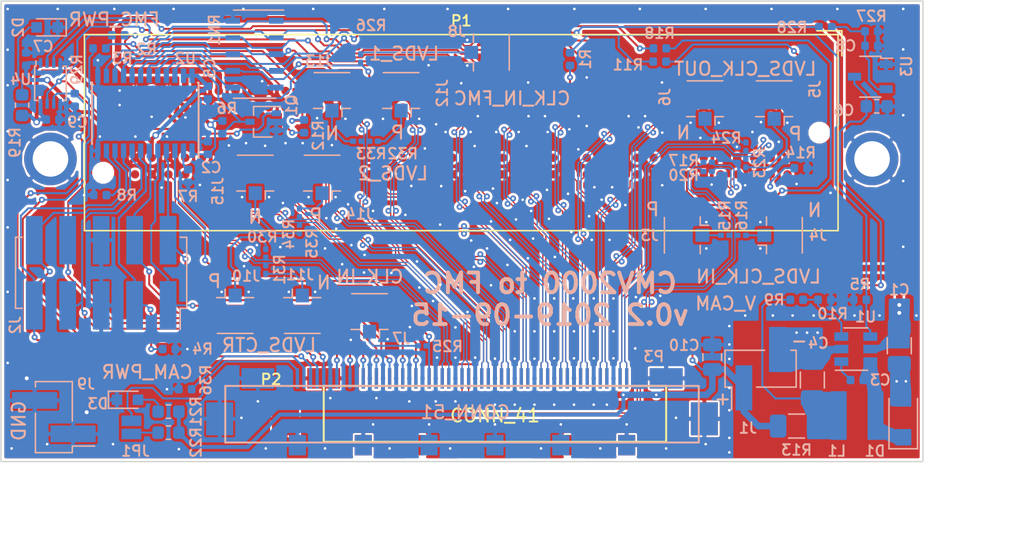
<source format=kicad_pcb>
(kicad_pcb (version 20171130) (host pcbnew 5.0.2-bee76a0~70~ubuntu18.04.1)
  (layers (0 F.Cu signal) (1 In1.Cu signal hide) (2 In2.Cu signal hide) (31 B.Cu signal) (34 B.Paste user) (35 F.Paste user) (36 B.SilkS user) (37 F.SilkS user) (38 B.Mask user) (39 F.Mask user) (44 Edge.Cuts user))
  (net 0 "")
  (net 1 /LED)
  (net 2 GND)
  (net 3 /LVDS_2_P)
  (net 4 /LVDS_2_N)
  (net 5 /LVDS_3_P)
  (net 6 /LVDS_3_N)
  (net 7 /LVDS_4_P)
  (net 8 /LVDS_4_N)
  (net 9 /LVDS_6_P)
  (net 10 /LVDS_6_N)
  (net 11 /LVDS_5_P)
  (net 12 /LVDS_5_N)
  (net 13 /LVDS_8_P)
  (net 14 /LVDS_8_N)
  (net 15 /LVDS_7_P)
  (net 16 /LVDS_7_N)
  (net 17 /LVDS_9_P)
  (net 18 /LVDS_9_N)
  (net 19 /LVDS_10_P)
  (net 20 /LVDS_10_N)
  (net 21 /LVDS_11_P)
  (net 22 /LVDS_11_N)
  (net 23 /LVDS_12_P)
  (net 24 /LVDS_12_N)
  (net 25 /LVDS_14_P)
  (net 26 /LVDS_14_N)
  (net 27 /LVDS_13_P)
  (net 28 /LVDS_13_N)
  (net 29 /LVDS_16_P)
  (net 30 /LVDS_16_N)
  (net 31 /LVDS_15_P)
  (net 32 /LVDS_15_N)
  (net 33 /LVDS_CLK_OUT_P)
  (net 34 /LVDS_CLK_OUT_N)
  (net 35 /SDA)
  (net 36 /SCL)
  (net 37 /SYS_RES_N)
  (net 38 /SPI_EN)
  (net 39 /SPI_CLK)
  (net 40 /T_EXP1)
  (net 41 /SPI_OUT)
  (net 42 /SPI_IN)
  (net 43 /T_EXP2)
  (net 44 /CLK_IN)
  (net 45 /FRAME_REQ)
  (net 46 /LVDS_CLK_IN_P)
  (net 47 /LVDS_CLK_IN_N)
  (net 48 /LVDS_CTR_P)
  (net 49 /LVDS_CTR_N)
  (net 50 /LVDS_1_P)
  (net 51 /LVDS_1_N)
  (net 52 "Net-(J14-Pad1)")
  (net 53 "Net-(J13-Pad1)")
  (net 54 "Net-(J12-Pad1)")
  (net 55 "Net-(J11-Pad1)")
  (net 56 "Net-(J10-Pad1)")
  (net 57 "Net-(J8-Pad1)")
  (net 58 "Net-(J7-Pad1)")
  (net 59 "Net-(J6-Pad1)")
  (net 60 "Net-(J5-Pad1)")
  (net 61 "Net-(J4-Pad1)")
  (net 62 "Net-(J3-Pad1)")
  (net 63 "Net-(J15-Pad1)")
  (net 64 "Net-(JP1-Pad1)")
  (net 65 /A0)
  (net 66 "Net-(P2-Pad6)")
  (net 67 "Net-(P2-Pad7)")
  (net 68 "Net-(P2-Pad8)")
  (net 69 "Net-(P2-Pad9)")
  (net 70 "Net-(P2-Pad10)")
  (net 71 "Net-(P2-Pad11)")
  (net 72 "Net-(P2-Pad12)")
  (net 73 "Net-(P2-Pad13)")
  (net 74 "Net-(P2-Pad14)")
  (net 75 /5V_CAM)
  (net 76 "Net-(P2-Pad5)")
  (net 77 "Net-(P2-Pad4)")
  (net 78 "Net-(P2-Pad3)")
  (net 79 "Net-(P2-Pad2)")
  (net 80 "Net-(P2-Pad1)")
  (net 81 /SYS_RES_N_FMC)
  (net 82 /SPI_EN_FMC)
  (net 83 /SPI_CLK_FMC)
  (net 84 /SPI_IN_FMC)
  (net 85 /CLK_IN_FMC)
  (net 86 /T_EXP1_FMC)
  (net 87 /T_EXP2_FMC)
  (net 88 /FRAME_REQ_FMC)
  (net 89 "Net-(P1-PadC02)")
  (net 90 "Net-(P1-PadH01)")
  (net 91 "Net-(P1-PadH02)")
  (net 92 "Net-(P1-PadG07)")
  (net 93 "Net-(P1-PadH07)")
  (net 94 "Net-(P1-PadH08)")
  (net 95 "Net-(P1-PadG10)")
  (net 96 "Net-(P1-PadG09)")
  (net 97 "Net-(P1-PadG06)")
  (net 98 "Net-(P1-PadG19)")
  (net 99 "Net-(P1-PadG21)")
  (net 100 "Net-(P1-PadG24)")
  (net 101 "Net-(P1-PadG25)")
  (net 102 "Net-(P1-PadG22)")
  (net 103 "Net-(P1-PadG15)")
  (net 104 "Net-(P1-PadG16)")
  (net 105 "Net-(P1-PadG18)")
  (net 106 "Net-(P1-PadG13)")
  (net 107 "Net-(P1-PadG12)")
  (net 108 "Net-(P1-PadG30)")
  (net 109 "Net-(P1-PadG31)")
  (net 110 "Net-(P1-PadG28)")
  (net 111 "Net-(P1-PadG27)")
  (net 112 "Net-(P1-PadG36)")
  (net 113 "Net-(P1-PadG37)")
  (net 114 "Net-(P1-PadH40)")
  (net 115 /VIO_FMC)
  (net 116 "Net-(P1-PadG34)")
  (net 117 "Net-(P1-PadG33)")
  (net 118 "Net-(P1-PadD33)")
  (net 119 "Net-(P1-PadD34)")
  (net 120 "Net-(P1-PadC34)")
  (net 121 +3V3)
  (net 122 "Net-(P1-PadC39)")
  (net 123 +12V)
  (net 124 "Net-(P1-PadD35)")
  (net 125 "Net-(P1-PadC31)")
  (net 126 "Net-(P1-PadD31)")
  (net 127 "Net-(P1-PadD32)")
  (net 128 "Net-(P1-PadC30)")
  (net 129 "Net-(P1-PadD30)")
  (net 130 "Net-(P1-PadD29)")
  (net 131 "Net-(P1-PadC14)")
  (net 132 /SPI_OUT_FMC)
  (net 133 "Net-(P1-PadC03)")
  (net 134 "Net-(P1-PadD04)")
  (net 135 "Net-(P1-PadC06)")
  (net 136 "Net-(P1-PadD05)")
  (net 137 "Net-(P1-PadC07)")
  (net 138 "Net-(P1-PadD01)")
  (net 139 "Net-(C3-Pad2)")
  (net 140 /CAM_PWR_ON)
  (net 141 "Net-(C8-Pad1)")
  (net 142 /CAM_PWR_GOOD)
  (net 143 "Net-(R7-Pad1)")
  (net 144 "Net-(R8-Pad1)")
  (net 145 "Net-(C4-Pad1)")
  (net 146 "Net-(R10-Pad1)")
  (net 147 "Net-(C3-Pad1)")
  (net 148 /CAM_PWR_GOOD_FMC)
  (net 149 "Net-(D2-Pad2)")
  (net 150 "Net-(D3-Pad2)")
  (net 151 "Net-(Q1-Pad3)")
  (net 152 /LVDS_CLK_IN_0_N)
  (net 153 /LVDS_CLK_IN_0_P)
  (module Resistor_SMD:R_0201_0603Metric (layer B.Cu) (at 169.05 97.31 90)
    (fp_text reference R23 (at 0 1.05 90) (layer B.SilkS) (effects (font (size 0.8 0.8)) (justify mirror)))
    (fp_text value 1k)
    (pad 2 smd roundrect (at 0.32 0 90) (size 0.46 0.4) (layers B.Cu B.Mask) (net 33 /LVDS_CLK_OUT_P))
    (pad 1 smd roundrect (at -0.32 0 90) (size 0.46 0.4) (layers B.Cu B.Mask) (net 60 "Net-(J5-Pad1)"))
  )
  (module Resistor_SMD:R_0201_0603Metric (layer B.Cu) (at 166.15 97.25)
    (fp_text reference R17 (at -1.82 -0.13) (layer B.SilkS) (effects (font (size 0.8 0.8)) (justify mirror)))
    (fp_text value DNP)
    (pad 2 smd roundrect (at 0.32 0) (size 0.46 0.4) (layers B.Cu B.Mask) (net 153 /LVDS_CLK_IN_0_P))
    (pad 1 smd roundrect (at -0.32 0) (size 0.46 0.4) (layers B.Cu B.Mask) (net 46 /LVDS_CLK_IN_P))
  )
  (module Resistor_SMD:R_0201_0603Metric (layer B.Cu) (at 166.15 97.95)
    (fp_text reference R20 (at -1.82 0.29) (layer B.SilkS) (effects (font (size 0.8 0.8)) (justify mirror)))
    (fp_text value DNP)
    (pad 2 smd roundrect (at 0.32 0) (size 0.46 0.4) (layers B.Cu B.Mask) (net 152 /LVDS_CLK_IN_0_N))
    (pad 1 smd roundrect (at -0.32 0) (size 0.46 0.4) (layers B.Cu B.Mask) (net 47 /LVDS_CLK_IN_N))
  )
  (module Resistor_SMD:R_0201_0603Metric (layer B.Cu) (at 144.48 111.2)
    (fp_text reference R25 (at 1.92 0.05) (layer B.SilkS) (effects (font (size 0.8 0.8)) (justify mirror)))
    (fp_text value 1k)
    (pad 2 smd roundrect (at 0.32 0) (size 0.46 0.4) (layers B.Cu B.Mask) (net 44 /CLK_IN))
    (pad 1 smd roundrect (at -0.32 0) (size 0.46 0.4) (layers B.Cu B.Mask) (net 58 "Net-(J7-Pad1)"))
  )
  (module Resistor_SMD:R_0201_0603Metric (layer B.Cu) (at 139.8 89.355 270)
    (fp_text reference R26 (at -2.505 -0.8) (layer B.SilkS) (effects (font (size 0.8 0.8)) (justify mirror)))
    (fp_text value 1k)
    (pad 2 smd roundrect (at 0.32 0 270) (size 0.46 0.4) (layers B.Cu B.Mask) (net 85 /CLK_IN_FMC))
    (pad 1 smd roundrect (at -0.32 0 270) (size 0.46 0.4) (layers B.Cu B.Mask) (net 57 "Net-(J8-Pad1)"))
  )
  (module Resistor_SMD:R_0201_0603Metric (layer B.Cu) (at 167.48 102.8)
    (fp_text reference R15 (at -0.02 -1.51 90) (layer B.SilkS) (effects (font (size 0.8 0.8)) (justify mirror)))
    (fp_text value 1k)
    (pad 2 smd roundrect (at 0.32 0) (size 0.46 0.4) (layers B.Cu B.Mask) (net 46 /LVDS_CLK_IN_P))
    (pad 1 smd roundrect (at -0.32 0) (size 0.46 0.4) (layers B.Cu B.Mask) (net 62 "Net-(J3-Pad1)"))
  )
  (module Resistor_SMD:R_0201_0603Metric (layer B.Cu) (at 169.05 96.07 270)
    (fp_text reference R24 (at -0.66 1.49) (layer B.SilkS) (effects (font (size 0.8 0.8)) (justify mirror)))
    (fp_text value 1k)
    (pad 2 smd roundrect (at 0.32 0 270) (size 0.46 0.4) (layers B.Cu B.Mask) (net 34 /LVDS_CLK_OUT_N))
    (pad 1 smd roundrect (at -0.32 0 270) (size 0.46 0.4) (layers B.Cu B.Mask) (net 59 "Net-(J6-Pad1)"))
  )
  (module Resistor_SMD:R_0201_0603Metric (layer B.Cu) (at 132.6 104.17 270)
    (fp_text reference R30 (at -1.24 0.26) (layer B.SilkS) (effects (font (size 0.8 0.8)) (justify mirror)))
    (fp_text value 1k)
    (pad 2 smd roundrect (at 0.32 0 270) (size 0.46 0.4) (layers B.Cu B.Mask) (net 48 /LVDS_CTR_P))
    (pad 1 smd roundrect (at -0.32 0 270) (size 0.46 0.4) (layers B.Cu B.Mask) (net 56 "Net-(J10-Pad1)"))
  )
  (module Resistor_SMD:R_0201_0603Metric (layer B.Cu) (at 135.16 102.33 90)
    (fp_text reference R35 (at -1.08 0.95 90) (layer B.SilkS) (effects (font (size 0.8 0.8)) (justify mirror)))
    (fp_text value 1k)
    (pad 2 smd roundrect (at 0.32 0 90) (size 0.46 0.4) (layers B.Cu B.Mask) (net 4 /LVDS_2_N))
    (pad 1 smd roundrect (at -0.32 0 90) (size 0.46 0.4) (layers B.Cu B.Mask) (net 63 "Net-(J15-Pad1)"))
  )
  (module Resistor_SMD:R_0201_0603Metric (layer B.Cu) (at 132.6 105.41 90)
    (fp_text reference R31 (at 0 1.05 90) (layer B.SilkS) (effects (font (size 0.8 0.8)) (justify mirror)))
    (fp_text value 1k)
    (pad 2 smd roundrect (at 0.32 0 90) (size 0.46 0.4) (layers B.Cu B.Mask) (net 49 /LVDS_CTR_N))
    (pad 1 smd roundrect (at -0.32 0 90) (size 0.46 0.4) (layers B.Cu B.Mask) (net 55 "Net-(J11-Pad1)"))
  )
  (module Resistor_SMD:R_0201_0603Metric (layer B.Cu) (at 140.79 95.65 180)
    (fp_text reference R32 (at -2.2 -0.95 180) (layer B.SilkS) (effects (font (size 0.8 0.8)) (justify mirror)))
    (fp_text value 1k)
    (pad 2 smd roundrect (at 0.32 0 180) (size 0.46 0.4) (layers B.Cu B.Mask) (net 50 /LVDS_1_P))
    (pad 1 smd roundrect (at -0.32 0 180) (size 0.46 0.4) (layers B.Cu B.Mask) (net 54 "Net-(J12-Pad1)"))
  )
  (module Resistor_SMD:R_0201_0603Metric (layer B.Cu) (at 139.55 95.65)
    (fp_text reference R33 (at 1.05 0.95) (layer B.SilkS) (effects (font (size 0.8 0.8)) (justify mirror)))
    (fp_text value 1k)
    (pad 2 smd roundrect (at 0.32 0) (size 0.46 0.4) (layers B.Cu B.Mask) (net 51 /LVDS_1_N))
    (pad 1 smd roundrect (at -0.32 0) (size 0.46 0.4) (layers B.Cu B.Mask) (net 53 "Net-(J13-Pad1)"))
  )
  (module Resistor_SMD:R_0201_0603Metric (layer B.Cu) (at 135.16 101.09 270)
    (fp_text reference R34 (at 1.62 0.82 90) (layer B.SilkS) (effects (font (size 0.8 0.8)) (justify mirror)))
    (fp_text value 1k)
    (pad 2 smd roundrect (at 0.32 0 270) (size 0.46 0.4) (layers B.Cu B.Mask) (net 3 /LVDS_2_P))
    (pad 1 smd roundrect (at -0.32 0 270) (size 0.46 0.4) (layers B.Cu B.Mask) (net 52 "Net-(J14-Pad1)"))
  )
  (module Resistor_SMD:R_0201_0603Metric (layer B.Cu) (at 168.74 102.8 180)
    (fp_text reference R16 (at 0.01 1.52 90) (layer B.SilkS) (effects (font (size 0.8 0.8)) (justify mirror)))
    (fp_text value 1k)
    (pad 2 smd roundrect (at 0.32 0 180) (size 0.46 0.4) (layers B.Cu B.Mask) (net 47 /LVDS_CLK_IN_N))
    (pad 1 smd roundrect (at -0.32 0 180) (size 0.46 0.4) (layers B.Cu B.Mask) (net 61 "Net-(J4-Pad1)"))
  )
  (module Connector_Coaxial:U.FL_Hirose_U.FL-R-SMT-1_Vertical (layer B.Cu) (at 164.7 102.8 180)
    (fp_text reference J3 (at 2.95 -0.01) (layer B.SilkS) (effects (font (size 0.8 0.8)) (justify mirror)))
    (fp_text value LVDS_CLK_IN_P)
    (pad 2 smd rect (at 0.475 1.475 180) (size 2.2 1.05) (layers B.Cu B.Paste B.Mask) (net 2 GND))
    (pad 1 smd rect (at -1.05 0 180) (size 1.05 1) (layers B.Cu B.Paste B.Mask) (net 62 "Net-(J3-Pad1)"))
    (pad 2 smd rect (at 0.475 -1.475 180) (size 2.2 1.05) (layers B.Cu B.Paste B.Mask) (net 2 GND))
  )
  (module Connector_Coaxial:U.FL_Hirose_U.FL-R-SMT-1_Vertical (layer B.Cu) (at 171.5 102.8)
    (fp_text reference J4 (at 3.03 0 180) (layer B.SilkS) (effects (font (size 0.8 0.8)) (justify mirror)))
    (fp_text value LVDS_CLK_IN_N)
    (pad 2 smd rect (at 0.475 1.475) (size 2.2 1.05) (layers B.Cu B.Paste B.Mask) (net 2 GND))
    (pad 1 smd rect (at -1.05 0) (size 1.05 1) (layers B.Cu B.Paste B.Mask) (net 61 "Net-(J4-Pad1)"))
    (pad 2 smd rect (at 0.475 -1.475) (size 2.2 1.05) (layers B.Cu B.Paste B.Mask) (net 2 GND))
  )
  (module Connector_Coaxial:U.FL_Hirose_U.FL-R-SMT-1_Vertical (layer B.Cu) (at 171.2 92.9 90)
    (fp_text reference J5 (at 1.2 3.1 270) (layer B.SilkS) (effects (font (size 0.8 0.8)) (justify mirror)))
    (fp_text value LVDS_CLK_OUT_P)
    (pad 2 smd rect (at 0.475 1.475 90) (size 2.2 1.05) (layers B.Cu B.Paste B.Mask) (net 2 GND))
    (pad 1 smd rect (at -1.05 0 90) (size 1.05 1) (layers B.Cu B.Paste B.Mask) (net 60 "Net-(J5-Pad1)"))
    (pad 2 smd rect (at 0.475 -1.475 90) (size 2.2 1.05) (layers B.Cu B.Paste B.Mask) (net 2 GND))
  )
  (module Connector_Coaxial:U.FL_Hirose_U.FL-R-SMT-1_Vertical (layer B.Cu) (at 165.95 92.9 90)
    (fp_text reference J6 (at 0.6 -3.05 270) (layer B.SilkS) (effects (font (size 0.8 0.8)) (justify mirror)))
    (fp_text value LVDS_CLK_OUT_N)
    (pad 2 smd rect (at 0.475 1.475 90) (size 2.2 1.05) (layers B.Cu B.Paste B.Mask) (net 2 GND))
    (pad 1 smd rect (at -1.05 0 90) (size 1.05 1) (layers B.Cu B.Paste B.Mask) (net 59 "Net-(J6-Pad1)"))
    (pad 2 smd rect (at 0.475 -1.475 90) (size 2.2 1.05) (layers B.Cu B.Paste B.Mask) (net 2 GND))
  )
  (module Connector_Coaxial:U.FL_Hirose_U.FL-R-SMT-1_Vertical (layer B.Cu) (at 140.475 109.075 90)
    (fp_text reference J7 (at -1.555 2.415 180) (layer B.SilkS) (effects (font (size 0.8 0.8)) (justify mirror)))
    (fp_text value CLK_IN)
    (pad 2 smd rect (at 0.475 1.475 90) (size 2.2 1.05) (layers B.Cu B.Paste B.Mask) (net 2 GND))
    (pad 1 smd rect (at -1.05 0 90) (size 1.05 1) (layers B.Cu B.Paste B.Mask) (net 58 "Net-(J7-Pad1)"))
    (pad 2 smd rect (at 0.475 -1.475 90) (size 2.2 1.05) (layers B.Cu B.Paste B.Mask) (net 2 GND))
  )
  (module Connector_Coaxial:U.FL_Hirose_U.FL-R-SMT-1_Vertical (layer B.Cu) (at 149.25 88.9)
    (fp_text reference J8 (at -2.15 -1.6) (layer B.SilkS) (effects (font (size 0.8 0.8)) (justify mirror)))
    (fp_text value CLK_IN)
    (pad 2 smd rect (at 0.475 1.475) (size 2.2 1.05) (layers B.Cu B.Paste B.Mask) (net 2 GND))
    (pad 1 smd rect (at -1.05 0) (size 1.05 1) (layers B.Cu B.Paste B.Mask) (net 57 "Net-(J8-Pad1)"))
    (pad 2 smd rect (at 0.475 -1.475) (size 2.2 1.05) (layers B.Cu B.Paste B.Mask) (net 2 GND))
  )
  (module Connector_Coaxial:U.FL_Hirose_U.FL-R-SMT-1_Vertical (layer B.Cu) (at 130.275 108.425 270)
    (fp_text reference J10 (at -2.525 -0.825 180) (layer B.SilkS) (effects (font (size 0.8 0.8)) (justify mirror)))
    (fp_text value LVDS_CTR_P)
    (pad 2 smd rect (at 0.475 1.475 270) (size 2.2 1.05) (layers B.Cu B.Paste B.Mask) (net 2 GND))
    (pad 1 smd rect (at -1.05 0 270) (size 1.05 1) (layers B.Cu B.Paste B.Mask) (net 56 "Net-(J10-Pad1)"))
    (pad 2 smd rect (at 0.475 -1.475 270) (size 2.2 1.05) (layers B.Cu B.Paste B.Mask) (net 2 GND))
  )
  (module Connector_Coaxial:U.FL_Hirose_U.FL-R-SMT-1_Vertical (layer B.Cu) (at 135.375 108.425 270)
    (fp_text reference J11 (at -2.625 0.175 180) (layer B.SilkS) (effects (font (size 0.8 0.8)) (justify mirror)))
    (fp_text value LVDS_CTR_N)
    (pad 2 smd rect (at 0.475 1.475 270) (size 2.2 1.05) (layers B.Cu B.Paste B.Mask) (net 2 GND))
    (pad 1 smd rect (at -1.05 0 270) (size 1.05 1) (layers B.Cu B.Paste B.Mask) (net 55 "Net-(J11-Pad1)"))
    (pad 2 smd rect (at 0.475 -1.475 270) (size 2.2 1.05) (layers B.Cu B.Paste B.Mask) (net 2 GND))
  )
  (module Connector_Coaxial:U.FL_Hirose_U.FL-R-SMT-1_Vertical (layer B.Cu) (at 142.875 92.275 90)
    (fp_text reference J12 (at 0.275 3.125 270) (layer B.SilkS) (effects (font (size 0.8 0.8)) (justify mirror)))
    (fp_text value LVDS_1_P)
    (pad 2 smd rect (at 0.475 1.475 90) (size 2.2 1.05) (layers B.Cu B.Paste B.Mask) (net 2 GND))
    (pad 1 smd rect (at -1.05 0 90) (size 1.05 1) (layers B.Cu B.Paste B.Mask) (net 54 "Net-(J12-Pad1)"))
    (pad 2 smd rect (at 0.475 -1.475 90) (size 2.2 1.05) (layers B.Cu B.Paste B.Mask) (net 2 GND))
  )
  (module Connector_Coaxial:U.FL_Hirose_U.FL-R-SMT-1_Vertical (layer B.Cu) (at 137.625 92.275 90)
    (fp_text reference J13 (at 2.725 -0.975 180) (layer B.SilkS) (effects (font (size 0.8 0.8)) (justify mirror)))
    (fp_text value LVDS_1_N)
    (pad 2 smd rect (at 0.475 1.475 90) (size 2.2 1.05) (layers B.Cu B.Paste B.Mask) (net 2 GND))
    (pad 1 smd rect (at -1.05 0 90) (size 1.05 1) (layers B.Cu B.Paste B.Mask) (net 53 "Net-(J13-Pad1)"))
    (pad 2 smd rect (at 0.475 -1.475 90) (size 2.2 1.05) (layers B.Cu B.Paste B.Mask) (net 2 GND))
  )
  (module Connector_Coaxial:U.FL_Hirose_U.FL-R-SMT-1_Vertical (layer B.Cu) (at 136.875 98.55 90)
    (fp_text reference J14 (at -2.64 2.855 180) (layer B.SilkS) (effects (font (size 0.8 0.8)) (justify mirror)))
    (fp_text value LVDS_2_P)
    (pad 2 smd rect (at 0.475 1.475 90) (size 2.2 1.05) (layers B.Cu B.Paste B.Mask) (net 2 GND))
    (pad 1 smd rect (at -1.05 0 90) (size 1.05 1) (layers B.Cu B.Paste B.Mask) (net 52 "Net-(J14-Pad1)"))
    (pad 2 smd rect (at 0.475 -1.475 90) (size 2.2 1.05) (layers B.Cu B.Paste B.Mask) (net 2 GND))
  )
  (module Connector_Coaxial:U.FL_Hirose_U.FL-R-SMT-1_Vertical (layer B.Cu) (at 131.8 98.55 90)
    (fp_text reference J15 (at -0.91 -2.84 270) (layer B.SilkS) (effects (font (size 0.8 0.8)) (justify mirror)))
    (fp_text value LVDS_2_N)
    (pad 2 smd rect (at 0.475 1.475 90) (size 2.2 1.05) (layers B.Cu B.Paste B.Mask) (net 2 GND))
    (pad 1 smd rect (at -1.05 0 90) (size 1.05 1) (layers B.Cu B.Paste B.Mask) (net 63 "Net-(J15-Pad1)"))
    (pad 2 smd rect (at 0.475 -1.475 90) (size 2.2 1.05) (layers B.Cu B.Paste B.Mask) (net 2 GND))
  )
  (module Connector_Samtec:Samtec_FMC_ASP-134604-01_4x40_Vertical (layer F.Cu) (at 147.442 95 270)
    (fp_text reference P1 (at -8.5 0) (layer F.SilkS) (effects (font (size 0.8 0.8))))
    (fp_text value FMC_LPC)
    (pad C01 thru_hole circle (at 2 -31.19) (size 4 4) (drill 2.7) (layers *.Cu *.Mask) (net 2 GND))
    (pad "" np_thru_hole circle (at 3.05 27.19) (size 1.27 1.27) (drill 1.27) (layers *.Cu *.Mask) (clearance 0.1))
    (pad C01 smd circle (at -3.17 -24.77) (size 0.64 0.64) (layers F.Cu F.Paste F.Mask) (net 2 GND))
    (pad D01 smd circle (at -1.91 -24.77) (size 0.64 0.64) (layers F.Cu F.Paste F.Mask) (net 138 "Net-(P1-PadD01)") (clearance 0.1))
    (pad D02 smd circle (at -1.91 -23.5) (size 0.64 0.64) (layers F.Cu F.Paste F.Mask) (net 2 GND) (clearance 0.1))
    (pad C07 smd circle (at -3.17 -17.14) (size 0.64 0.64) (layers F.Cu F.Paste F.Mask) (net 137 "Net-(P1-PadC07)") (clearance 0.1))
    (pad D07 smd circle (at -1.91 -17.14) (size 0.64 0.64) (layers F.Cu F.Paste F.Mask) (net 2 GND) (clearance 0.1))
    (pad D08 smd circle (at -1.91 -15.88) (size 0.64 0.64) (layers F.Cu F.Paste F.Mask) (net 29 /LVDS_16_P) (clearance 0.1))
    (pad C08 smd circle (at -3.17 -15.88) (size 0.64 0.64) (layers F.Cu F.Paste F.Mask) (net 2 GND) (clearance 0.1))
    (pad C10 smd circle (at -3.17 -13.34) (size 0.64 0.64) (layers F.Cu F.Paste F.Mask) (net 86 /T_EXP1_FMC) (clearance 0.1))
    (pad D10 smd circle (at -1.91 -13.34) (size 0.64 0.64) (layers F.Cu F.Paste F.Mask) (net 2 GND) (clearance 0.1))
    (pad D09 smd circle (at -1.91 -14.61) (size 0.64 0.64) (layers F.Cu F.Paste F.Mask) (net 30 /LVDS_16_N) (clearance 0.1))
    (pad C09 smd circle (at -3.17 -14.61) (size 0.64 0.64) (layers F.Cu F.Paste F.Mask) (net 2 GND) (clearance 0.1))
    (pad C05 smd circle (at -3.17 -19.68) (size 0.64 0.64) (layers F.Cu F.Paste F.Mask) (net 2 GND) (clearance 0.1))
    (pad D05 smd circle (at -1.91 -19.68) (size 0.64 0.64) (layers F.Cu F.Paste F.Mask) (net 136 "Net-(P1-PadD05)") (clearance 0.1))
    (pad D06 smd circle (at -1.91 -18.41) (size 0.64 0.64) (layers F.Cu F.Paste F.Mask) (net 2 GND) (clearance 0.1))
    (pad C06 smd circle (at -3.17 -18.41) (size 0.64 0.64) (layers F.Cu F.Paste F.Mask) (net 135 "Net-(P1-PadC06)") (clearance 0.1))
    (pad C04 smd circle (at -3.17 -20.95) (size 0.64 0.64) (layers F.Cu F.Paste F.Mask) (net 2 GND) (clearance 0.1))
    (pad D04 smd circle (at -1.91 -20.95) (size 0.64 0.64) (layers F.Cu F.Paste F.Mask) (net 134 "Net-(P1-PadD04)") (clearance 0.1))
    (pad D03 smd circle (at -1.91 -22.23) (size 0.64 0.64) (layers F.Cu F.Paste F.Mask) (net 2 GND) (clearance 0.1))
    (pad C03 smd circle (at -3.17 -22.23) (size 0.64 0.64) (layers F.Cu F.Paste F.Mask) (net 133 "Net-(P1-PadC03)") (clearance 0.1))
    (pad C19 smd circle (at -3.17 -1.91) (size 0.64 0.64) (layers F.Cu F.Paste F.Mask) (net 82 /SPI_EN_FMC) (clearance 0.1))
    (pad D19 smd circle (at -1.91 -1.91) (size 0.64 0.64) (layers F.Cu F.Paste F.Mask) (net 2 GND) (clearance 0.1))
    (pad D20 smd circle (at -1.91 -0.64) (size 0.64 0.64) (layers F.Cu F.Paste F.Mask) (net 9 /LVDS_6_P) (clearance 0.1))
    (pad C20 smd circle (at -3.17 -0.64) (size 0.64 0.64) (layers F.Cu F.Paste F.Mask) (net 2 GND) (clearance 0.1))
    (pad C21 smd circle (at -3.17 0.64) (size 0.64 0.64) (layers F.Cu F.Paste F.Mask) (net 2 GND) (clearance 0.1))
    (pad D21 smd circle (at -1.91 0.62) (size 0.64 0.64) (layers F.Cu F.Paste F.Mask) (net 10 /LVDS_6_N) (clearance 0.1))
    (pad C24 smd circle (at -3.17 4.45) (size 0.64 0.64) (layers F.Cu F.Paste F.Mask) (net 2 GND) (clearance 0.1))
    (pad D24 smd circle (at -1.91 4.45) (size 0.64 0.64) (layers F.Cu F.Paste F.Mask) (net 12 /LVDS_5_N) (clearance 0.1))
    (pad D25 smd circle (at -1.91 5.71) (size 0.64 0.64) (layers F.Cu F.Paste F.Mask) (net 2 GND) (clearance 0.1))
    (pad C25 smd circle (at -3.17 5.71) (size 0.64 0.64) (layers F.Cu F.Paste F.Mask) (net 2 GND) (clearance 0.1))
    (pad C23 smd circle (at -3.17 3.17) (size 0.64 0.64) (layers F.Cu F.Paste F.Mask) (net 84 /SPI_IN_FMC) (clearance 0.1))
    (pad D23 smd circle (at -1.91 3.17) (size 0.64 0.64) (layers F.Cu F.Paste F.Mask) (net 11 /LVDS_5_P) (clearance 0.1))
    (pad D22 smd circle (at -1.91 1.91) (size 0.64 0.64) (layers F.Cu F.Paste F.Mask) (net 2 GND) (clearance 0.1))
    (pad C22 smd circle (at -3.17 1.91) (size 0.64 0.64) (layers F.Cu F.Paste F.Mask) (net 132 /SPI_OUT_FMC) (clearance 0.1))
    (pad C15 smd circle (at -3.17 -6.99) (size 0.64 0.64) (layers F.Cu F.Paste F.Mask) (net 81 /SYS_RES_N_FMC) (clearance 0.1))
    (pad D15 smd circle (at -1.91 -6.99) (size 0.64 0.64) (layers F.Cu F.Paste F.Mask) (net 24 /LVDS_12_N) (clearance 0.1))
    (pad D16 smd circle (at -1.91 -5.71) (size 0.64 0.64) (layers F.Cu F.Paste F.Mask) (net 2 GND) (clearance 0.1))
    (pad C16 smd circle (at -3.17 -5.71) (size 0.64 0.64) (layers F.Cu F.Paste F.Mask) (net 2 GND) (clearance 0.1))
    (pad C18 smd circle (at -3.17 -3.17) (size 0.64 0.64) (layers F.Cu F.Paste F.Mask) (net 83 /SPI_CLK_FMC) (clearance 0.1))
    (pad D18 smd circle (at -1.91 -3.17) (size 0.64 0.64) (layers F.Cu F.Paste F.Mask) (net 22 /LVDS_11_N) (clearance 0.1))
    (pad D17 smd circle (at -1.91 -4.45) (size 0.64 0.64) (layers F.Cu F.Paste F.Mask) (net 21 /LVDS_11_P) (clearance 0.1))
    (pad C17 smd circle (at -3.17 -4.45) (size 0.64 0.64) (layers F.Cu F.Paste F.Mask) (net 2 GND) (clearance 0.1))
    (pad C13 smd circle (at -3.17 -9.53) (size 0.64 0.64) (layers F.Cu F.Paste F.Mask) (net 2 GND) (clearance 0.1))
    (pad D13 smd circle (at -1.91 -9.53) (size 0.64 0.64) (layers F.Cu F.Paste F.Mask) (net 2 GND) (clearance 0.1))
    (pad D14 smd circle (at -1.91 -8.26) (size 0.64 0.64) (layers F.Cu F.Paste F.Mask) (net 23 /LVDS_12_P) (clearance 0.1))
    (pad C14 smd circle (at -3.17 -8.26) (size 0.64 0.64) (layers F.Cu F.Paste F.Mask) (net 131 "Net-(P1-PadC14)") (clearance 0.1))
    (pad C12 smd circle (at -3.17 -10.79) (size 0.64 0.64) (layers F.Cu F.Paste F.Mask) (net 2 GND) (clearance 0.1))
    (pad D12 smd circle (at -1.91 -10.79) (size 0.64 0.64) (layers F.Cu F.Paste F.Mask) (net 26 /LVDS_14_N) (clearance 0.1))
    (pad D11 smd circle (at -1.91 -12.06) (size 0.64 0.64) (layers F.Cu F.Paste F.Mask) (net 25 /LVDS_14_P) (clearance 0.1))
    (pad C11 smd circle (at -3.17 -12.06) (size 0.64 0.64) (layers F.Cu F.Paste F.Mask) (net 87 /T_EXP2_FMC) (clearance 0.1))
    (pad C29 smd circle (at -3.17 10.79) (size 0.64 0.64) (layers F.Cu F.Paste F.Mask) (net 2 GND) (clearance 0.1))
    (pad D29 smd circle (at -1.91 10.79) (size 0.64 0.64) (layers F.Cu F.Paste F.Mask) (net 130 "Net-(P1-PadD29)") (clearance 0.1))
    (pad D30 smd circle (at -1.91 12.06) (size 0.64 0.64) (layers F.Cu F.Paste F.Mask) (net 129 "Net-(P1-PadD30)") (clearance 0.1))
    (pad C30 smd circle (at -3.17 12.06) (size 0.64 0.64) (layers F.Cu F.Paste F.Mask) (net 128 "Net-(P1-PadC30)") (clearance 0.1))
    (pad C32 smd circle (at -3.17 14.61) (size 0.64 0.64) (layers F.Cu F.Paste F.Mask) (net 2 GND) (clearance 0.1))
    (pad D32 smd circle (at -1.91 14.61) (size 0.64 0.64) (layers F.Cu F.Paste F.Mask) (net 127 "Net-(P1-PadD32)") (clearance 0.1))
    (pad D31 smd circle (at -1.91 13.34) (size 0.64 0.64) (layers F.Cu F.Paste F.Mask) (net 126 "Net-(P1-PadD31)") (clearance 0.1))
    (pad C31 smd circle (at -3.17 13.34) (size 0.64 0.64) (layers F.Cu F.Paste F.Mask) (net 125 "Net-(P1-PadC31)") (clearance 0.1))
    (pad D28 smd circle (at -1.91 9.53) (size 0.64 0.64) (layers F.Cu F.Paste F.Mask) (net 2 GND) (clearance 0.1))
    (pad C28 smd circle (at -3.17 9.53) (size 0.64 0.64) (layers F.Cu F.Paste F.Mask) (net 2 GND) (clearance 0.1))
    (pad C27 smd circle (at -3.17 8.26) (size 0.64 0.64) (layers F.Cu F.Paste F.Mask) (net 88 /FRAME_REQ_FMC) (clearance 0.1))
    (pad D27 smd circle (at -1.91 8.26) (size 0.64 0.64) (layers F.Cu F.Paste F.Mask) (net 51 /LVDS_1_N) (clearance 0.1))
    (pad D26 smd circle (at -1.91 6.99) (size 0.64 0.64) (layers F.Cu F.Paste F.Mask) (net 50 /LVDS_1_P) (clearance 0.1))
    (pad C26 smd circle (at -3.17 6.99) (size 0.64 0.64) (layers F.Cu F.Paste F.Mask) (net 85 /CLK_IN_FMC) (clearance 0.1))
    (pad C35 smd circle (at -3.17 18.41) (size 0.64 0.64) (layers F.Cu F.Paste F.Mask) (net 123 +12V) (clearance 0.1))
    (pad D35 smd circle (at -1.91 18.41) (size 0.64 0.64) (layers F.Cu F.Paste F.Mask) (net 124 "Net-(P1-PadD35)") (clearance 0.1))
    (pad D36 smd circle (at -1.91 19.68) (size 0.64 0.64) (layers F.Cu F.Paste F.Mask) (net 121 +3V3) (clearance 0.1))
    (pad C36 smd circle (at -3.17 19.68) (size 0.64 0.64) (layers F.Cu F.Paste F.Mask) (net 2 GND) (clearance 0.1))
    (pad C37 smd circle (at -3.17 20.95) (size 0.64 0.64) (layers F.Cu F.Paste F.Mask) (net 123 +12V) (clearance 0.1))
    (pad D37 smd circle (at -1.91 20.95) (size 0.64 0.64) (layers F.Cu F.Paste F.Mask) (net 2 GND) (clearance 0.1))
    (pad C40 smd circle (at -3.17 24.77) (size 0.64 0.64) (layers F.Cu F.Paste F.Mask) (net 2 GND) (clearance 0.1))
    (pad D40 smd circle (at -1.91 24.77) (size 0.64 0.64) (layers F.Cu F.Paste F.Mask) (net 121 +3V3) (clearance 0.1))
    (pad C39 smd circle (at -3.17 23.5) (size 0.64 0.64) (layers F.Cu F.Paste F.Mask) (net 122 "Net-(P1-PadC39)") (clearance 0.1))
    (pad D39 smd circle (at -1.91 23.5) (size 0.64 0.64) (layers F.Cu F.Paste F.Mask) (net 2 GND) (clearance 0.1))
    (pad D38 smd circle (at -1.91 22.23) (size 0.64 0.64) (layers F.Cu F.Paste F.Mask) (net 121 +3V3) (clearance 0.1))
    (pad C38 smd circle (at -3.17 22.23) (size 0.64 0.64) (layers F.Cu F.Paste F.Mask) (net 2 GND) (clearance 0.1))
    (pad C34 smd circle (at -3.17 17.14) (size 0.64 0.64) (layers F.Cu F.Paste F.Mask) (net 120 "Net-(P1-PadC34)") (clearance 0.1))
    (pad D34 smd circle (at -1.91 17.14) (size 0.64 0.64) (layers F.Cu F.Paste F.Mask) (net 119 "Net-(P1-PadD34)") (clearance 0.1))
    (pad D33 smd circle (at -1.91 15.88) (size 0.64 0.64) (layers F.Cu F.Paste F.Mask) (net 118 "Net-(P1-PadD33)") (clearance 0.1))
    (pad C33 smd circle (at -3.17 15.88) (size 0.64 0.64) (layers F.Cu F.Paste F.Mask) (net 2 GND) (clearance 0.1))
    (pad G33 smd circle (at 1.91 15.88) (size 0.64 0.64) (layers F.Cu F.Paste F.Mask) (net 117 "Net-(P1-PadG33)") (clearance 0.1))
    (pad H33 smd circle (at 3.17 15.88) (size 0.64 0.64) (layers F.Cu F.Paste F.Mask) (net 2 GND) (clearance 0.1))
    (pad H34 smd circle (at 3.17 17.14) (size 0.64 0.64) (layers F.Cu F.Paste F.Mask) (net 3 /LVDS_2_P) (clearance 0.1))
    (pad G34 smd circle (at 1.91 17.14) (size 0.64 0.64) (layers F.Cu F.Paste F.Mask) (net 116 "Net-(P1-PadG34)") (clearance 0.1))
    (pad G38 smd circle (at 1.91 22.23) (size 0.64 0.64) (layers F.Cu F.Paste F.Mask) (net 2 GND) (clearance 0.1))
    (pad H38 smd circle (at 3.17 22.23) (size 0.64 0.64) (layers F.Cu F.Paste F.Mask) (net 49 /LVDS_CTR_N) (clearance 0.1))
    (pad H39 smd circle (at 3.17 23.5) (size 0.64 0.64) (layers F.Cu F.Paste F.Mask) (net 2 GND) (clearance 0.1))
    (pad G39 smd circle (at 1.91 23.5) (size 0.64 0.64) (layers F.Cu F.Paste F.Mask) (net 115 /VIO_FMC) (clearance 0.1))
    (pad H40 smd circle (at 3.17 24.77) (size 0.64 0.64) (layers F.Cu F.Paste F.Mask) (net 114 "Net-(P1-PadH40)") (clearance 0.1))
    (pad G40 smd circle (at 1.91 24.77) (size 0.64 0.64) (layers F.Cu F.Paste F.Mask) (net 2 GND) (clearance 0.1))
    (pad H37 smd circle (at 3.17 20.95) (size 0.64 0.64) (layers F.Cu F.Paste F.Mask) (net 48 /LVDS_CTR_P) (clearance 0.1))
    (pad G37 smd circle (at 1.91 20.95) (size 0.64 0.64) (layers F.Cu F.Paste F.Mask) (net 113 "Net-(P1-PadG37)") (clearance 0.1))
    (pad G36 smd circle (at 1.91 19.68) (size 0.64 0.64) (layers F.Cu F.Paste F.Mask) (net 112 "Net-(P1-PadG36)") (clearance 0.1))
    (pad H36 smd circle (at 3.17 19.68) (size 0.64 0.64) (layers F.Cu F.Paste F.Mask) (net 2 GND) (clearance 0.1))
    (pad H35 smd circle (at 3.17 18.41) (size 0.64 0.64) (layers F.Cu F.Paste F.Mask) (net 4 /LVDS_2_N) (clearance 0.1))
    (pad G35 smd circle (at 1.91 18.41) (size 0.64 0.64) (layers F.Cu F.Paste F.Mask) (net 2 GND) (clearance 0.1))
    (pad G26 smd circle (at 1.91 6.99) (size 0.64 0.64) (layers F.Cu F.Paste F.Mask) (net 2 GND) (clearance 0.1))
    (pad H26 smd circle (at 3.17 6.99) (size 0.64 0.64) (layers F.Cu F.Paste F.Mask) (net 14 /LVDS_8_N) (clearance 0.1))
    (pad H27 smd circle (at 3.17 8.26) (size 0.64 0.64) (layers F.Cu F.Paste F.Mask) (net 2 GND) (clearance 0.1))
    (pad G27 smd circle (at 1.91 8.26) (size 0.64 0.64) (layers F.Cu F.Paste F.Mask) (net 111 "Net-(P1-PadG27)") (clearance 0.1))
    (pad G28 smd circle (at 1.91 9.53) (size 0.64 0.64) (layers F.Cu F.Paste F.Mask) (net 110 "Net-(P1-PadG28)") (clearance 0.1))
    (pad H28 smd circle (at 3.17 9.53) (size 0.64 0.64) (layers F.Cu F.Paste F.Mask) (net 5 /LVDS_3_P) (clearance 0.1))
    (pad G31 smd circle (at 1.91 13.34) (size 0.64 0.64) (layers F.Cu F.Paste F.Mask) (net 109 "Net-(P1-PadG31)") (clearance 0.1))
    (pad H31 smd circle (at 3.17 13.34) (size 0.64 0.64) (layers F.Cu F.Paste F.Mask) (net 7 /LVDS_4_P) (clearance 0.1))
    (pad H32 smd circle (at 3.17 14.61) (size 0.64 0.64) (layers F.Cu F.Paste F.Mask) (net 8 /LVDS_4_N) (clearance 0.1))
    (pad G32 smd circle (at 1.91 14.61) (size 0.64 0.64) (layers F.Cu F.Paste F.Mask) (net 2 GND) (clearance 0.1))
    (pad G30 smd circle (at 1.91 12.06) (size 0.64 0.64) (layers F.Cu F.Paste F.Mask) (net 108 "Net-(P1-PadG30)") (clearance 0.1))
    (pad H30 smd circle (at 3.17 12.06) (size 0.64 0.64) (layers F.Cu F.Paste F.Mask) (net 2 GND) (clearance 0.1))
    (pad H29 smd circle (at 3.17 10.79) (size 0.64 0.64) (layers F.Cu F.Paste F.Mask) (net 6 /LVDS_3_N) (clearance 0.1))
    (pad G29 smd circle (at 1.91 10.79) (size 0.64 0.64) (layers F.Cu F.Paste F.Mask) (net 2 GND) (clearance 0.1))
    (pad G11 smd circle (at 1.91 -12.06) (size 0.64 0.64) (layers F.Cu F.Paste F.Mask) (net 2 GND) (clearance 0.1))
    (pad H11 smd circle (at 3.17 -12.06) (size 0.64 0.64) (layers F.Cu F.Paste F.Mask) (net 28 /LVDS_13_N) (clearance 0.1))
    (pad H12 smd circle (at 3.17 -10.79) (size 0.64 0.64) (layers F.Cu F.Paste F.Mask) (net 2 GND) (clearance 0.1))
    (pad G12 smd circle (at 1.91 -10.79) (size 0.64 0.64) (layers F.Cu F.Paste F.Mask) (net 107 "Net-(P1-PadG12)") (clearance 0.1))
    (pad G14 smd circle (at 1.91 -8.26) (size 0.64 0.64) (layers F.Cu F.Paste F.Mask) (net 2 GND) (clearance 0.1))
    (pad H14 smd circle (at 3.17 -8.26) (size 0.64 0.64) (layers F.Cu F.Paste F.Mask) (net 32 /LVDS_15_N) (clearance 0.1))
    (pad H13 smd circle (at 3.17 -9.53) (size 0.64 0.64) (layers F.Cu F.Paste F.Mask) (net 31 /LVDS_15_P) (clearance 0.1))
    (pad G13 smd circle (at 1.91 -9.53) (size 0.64 0.64) (layers F.Cu F.Paste F.Mask) (net 106 "Net-(P1-PadG13)") (clearance 0.1))
    (pad G17 smd circle (at 1.91 -4.45) (size 0.64 0.64) (layers F.Cu F.Paste F.Mask) (net 2 GND) (clearance 0.1))
    (pad H17 smd circle (at 3.17 -4.45) (size 0.64 0.64) (layers F.Cu F.Paste F.Mask) (net 20 /LVDS_10_N) (clearance 0.1))
    (pad H18 smd circle (at 3.17 -3.17) (size 0.64 0.64) (layers F.Cu F.Paste F.Mask) (net 2 GND) (clearance 0.1))
    (pad G18 smd circle (at 1.91 -3.17) (size 0.64 0.64) (layers F.Cu F.Paste F.Mask) (net 105 "Net-(P1-PadG18)") (clearance 0.1))
    (pad G16 smd circle (at 1.91 -5.71) (size 0.64 0.64) (layers F.Cu F.Paste F.Mask) (net 104 "Net-(P1-PadG16)") (clearance 0.1))
    (pad H16 smd circle (at 3.17 -5.71) (size 0.64 0.64) (layers F.Cu F.Paste F.Mask) (net 19 /LVDS_10_P) (clearance 0.1))
    (pad H15 smd circle (at 3.17 -6.99) (size 0.64 0.64) (layers F.Cu F.Paste F.Mask) (net 2 GND) (clearance 0.1))
    (pad G15 smd circle (at 1.91 -6.99) (size 0.64 0.64) (layers F.Cu F.Paste F.Mask) (net 103 "Net-(P1-PadG15)") (clearance 0.1))
    (pad G22 smd circle (at 1.91 1.91) (size 0.64 0.64) (layers F.Cu F.Paste F.Mask) (net 102 "Net-(P1-PadG22)") (clearance 0.1))
    (pad H22 smd circle (at 3.17 1.91) (size 0.64 0.64) (layers F.Cu F.Paste F.Mask) (net 17 /LVDS_9_P) (clearance 0.1))
    (pad H23 smd circle (at 3.17 3.17) (size 0.64 0.64) (layers F.Cu F.Paste F.Mask) (net 18 /LVDS_9_N) (clearance 0.1))
    (pad G23 smd circle (at 1.91 3.17) (size 0.64 0.64) (layers F.Cu F.Paste F.Mask) (net 2 GND) (clearance 0.1))
    (pad G25 smd circle (at 1.91 5.71) (size 0.64 0.64) (layers F.Cu F.Paste F.Mask) (net 101 "Net-(P1-PadG25)") (clearance 0.1))
    (pad H25 smd circle (at 3.17 5.71) (size 0.64 0.64) (layers F.Cu F.Paste F.Mask) (net 13 /LVDS_8_P) (clearance 0.1))
    (pad H24 smd circle (at 3.17 4.45) (size 0.64 0.64) (layers F.Cu F.Paste F.Mask) (net 2 GND) (clearance 0.1))
    (pad G24 smd circle (at 1.91 4.45) (size 0.64 0.64) (layers F.Cu F.Paste F.Mask) (net 100 "Net-(P1-PadG24)") (clearance 0.1))
    (pad H21 smd circle (at 3.17 0.62) (size 0.64 0.64) (layers F.Cu F.Paste F.Mask) (net 2 GND) (clearance 0.1))
    (pad G21 smd circle (at 1.91 0.64) (size 0.64 0.64) (layers F.Cu F.Paste F.Mask) (net 99 "Net-(P1-PadG21)") (clearance 0.1))
    (pad G20 smd circle (at 1.91 -0.64) (size 0.64 0.64) (layers F.Cu F.Paste F.Mask) (net 2 GND) (clearance 0.1))
    (pad H20 smd circle (at 3.17 -0.64) (size 0.64 0.64) (layers F.Cu F.Paste F.Mask) (net 16 /LVDS_7_N) (clearance 0.1))
    (pad H19 smd circle (at 3.17 -1.91) (size 0.64 0.64) (layers F.Cu F.Paste F.Mask) (net 15 /LVDS_7_P) (clearance 0.1))
    (pad G19 smd circle (at 1.91 -1.91) (size 0.64 0.64) (layers F.Cu F.Paste F.Mask) (net 98 "Net-(P1-PadG19)") (clearance 0.1))
    (pad G03 smd circle (at 1.91 -22.23) (size 0.64 0.64) (layers F.Cu F.Paste F.Mask) (net 34 /LVDS_CLK_OUT_N) (clearance 0.1))
    (pad H03 smd circle (at 3.17 -22.23) (size 0.64 0.64) (layers F.Cu F.Paste F.Mask) (net 2 GND) (clearance 0.1))
    (pad H04 smd circle (at 3.17 -20.95) (size 0.64 0.64) (layers F.Cu F.Paste F.Mask) (net 153 /LVDS_CLK_IN_0_P) (clearance 0.1))
    (pad G04 smd circle (at 1.91 -20.95) (size 0.64 0.64) (layers F.Cu F.Paste F.Mask) (net 2 GND) (clearance 0.1))
    (pad G06 smd circle (at 1.91 -18.41) (size 0.64 0.64) (layers F.Cu F.Paste F.Mask) (net 97 "Net-(P1-PadG06)") (clearance 0.1))
    (pad H06 smd circle (at 3.17 -18.41) (size 0.64 0.64) (layers F.Cu F.Paste F.Mask) (net 2 GND) (clearance 0.1))
    (pad H05 smd circle (at 3.17 -19.68) (size 0.64 0.64) (layers F.Cu F.Paste F.Mask) (net 152 /LVDS_CLK_IN_0_N) (clearance 0.1))
    (pad G05 smd circle (at 1.91 -19.68) (size 0.64 0.64) (layers F.Cu F.Paste F.Mask) (net 2 GND) (clearance 0.1))
    (pad G09 smd circle (at 1.91 -14.61) (size 0.64 0.64) (layers F.Cu F.Paste F.Mask) (net 96 "Net-(P1-PadG09)") (clearance 0.1))
    (pad H09 smd circle (at 3.17 -14.61) (size 0.64 0.64) (layers F.Cu F.Paste F.Mask) (net 2 GND) (clearance 0.1))
    (pad H10 smd circle (at 3.17 -13.34) (size 0.64 0.64) (layers F.Cu F.Paste F.Mask) (net 27 /LVDS_13_P) (clearance 0.1))
    (pad G10 smd circle (at 1.91 -13.34) (size 0.64 0.64) (layers F.Cu F.Paste F.Mask) (net 95 "Net-(P1-PadG10)") (clearance 0.1))
    (pad G08 smd circle (at 1.91 -15.88) (size 0.64 0.64) (layers F.Cu F.Paste F.Mask) (net 2 GND) (clearance 0.1))
    (pad H08 smd circle (at 3.17 -15.88) (size 0.64 0.64) (layers F.Cu F.Paste F.Mask) (net 94 "Net-(P1-PadH08)") (clearance 0.1))
    (pad H07 smd circle (at 3.17 -17.14) (size 0.64 0.64) (layers F.Cu F.Paste F.Mask) (net 93 "Net-(P1-PadH07)") (clearance 0.1))
    (pad G07 smd circle (at 1.91 -17.14) (size 0.64 0.64) (layers F.Cu F.Paste F.Mask) (net 92 "Net-(P1-PadG07)") (clearance 0.1))
    (pad H02 smd circle (at 3.17 -23.5) (size 0.64 0.64) (layers F.Cu F.Paste F.Mask) (net 91 "Net-(P1-PadH02)") (clearance 0.1))
    (pad H01 smd circle (at 3.17 -24.77) (size 0.64 0.64) (layers F.Cu F.Paste F.Mask) (net 90 "Net-(P1-PadH01)") (clearance 0.1))
    (pad G02 smd circle (at 1.91 -23.5) (size 0.64 0.64) (layers F.Cu F.Paste F.Mask) (net 33 /LVDS_CLK_OUT_P) (clearance 0.1))
    (pad G01 smd circle (at 1.91 -24.77) (size 0.64 0.64) (layers F.Cu F.Paste F.Mask) (net 2 GND) (clearance 0.1))
    (pad "" np_thru_hole circle (at 0 -27.19) (size 1.27 1.27) (drill 1.27) (layers *.Cu *.Mask) (clearance 0.1))
    (pad C02 smd circle (at -3.17 -23.5) (size 0.64 0.64) (layers F.Cu F.Paste F.Mask) (net 89 "Net-(P1-PadC02)") (clearance 0.1))
    (pad G40 thru_hole circle (at 2 31.19) (size 4 4) (drill 2.7) (layers *.Cu *.Mask) (net 2 GND) (clearance 0.1))
  )
  (module footprints:150060VS75000 (layer B.Cu) (at 116 87 180)
    (fp_text reference D2 (at 2.2 0 270) (layer B.SilkS) (effects (font (size 0.8 0.8)) (justify mirror)))
    (fp_text value LED)
    (pad 2 smd rect (at 0.8 0 180) (size 0.8 0.8) (layers B.Cu B.Paste B.Mask) (net 149 "Net-(D2-Pad2)"))
    (pad 1 smd rect (at -0.8 0 180) (size 0.8 0.8) (layers B.Cu B.Paste B.Mask) (net 2 GND))
  )
  (module footprints:150060VS75000 (layer B.Cu) (at 122.1 115.3)
    (fp_text reference D3 (at -2.25 0.3) (layer B.SilkS) (effects (font (size 0.8 0.8)) (justify mirror)))
    (fp_text value LED)
    (pad 2 smd rect (at 0.8 0) (size 0.8 0.8) (layers B.Cu B.Paste B.Mask) (net 150 "Net-(D3-Pad2)"))
    (pad 1 smd rect (at -0.8 0) (size 0.8 0.8) (layers B.Cu B.Paste B.Mask) (net 2 GND))
  )
  (module footprints:EXB-A10P (layer B.Cu) (at 131.75 89.035 270)
    (fp_text reference RN1 (at -1.835 3.05 90) (layer B.SilkS) (effects (font (size 0.8 0.8)) (justify mirror)))
    (fp_text value "R_NET_BUS_8, 1M")
    (pad 1 smd rect (at -2.54 -1.65 270) (size 0.45 1.1) (layers B.Cu B.Paste B.Mask) (net 81 /SYS_RES_N_FMC))
    (pad 2 smd rect (at -1.27 -1.65 270) (size 0.45 1.1) (layers B.Cu B.Paste B.Mask) (net 83 /SPI_CLK_FMC))
    (pad 3 smd rect (at 0 -1.65 270) (size 0.45 1.1) (layers B.Cu B.Paste B.Mask) (net 84 /SPI_IN_FMC))
    (pad 4 smd rect (at 1.27 -1.65 270) (size 0.45 1.1) (layers B.Cu B.Paste B.Mask) (net 87 /T_EXP2_FMC))
    (pad 5 smd rect (at 2.54 -1.65 270) (size 0.45 1.1) (layers B.Cu B.Paste B.Mask) (net 2 GND))
    (pad 6 smd rect (at 2.54 1.65 270) (size 0.45 1.1) (layers B.Cu B.Paste B.Mask) (net 85 /CLK_IN_FMC))
    (pad 7 smd rect (at 1.27 1.65 270) (size 0.45 1.1) (layers B.Cu B.Paste B.Mask) (net 88 /FRAME_REQ_FMC))
    (pad 8 smd rect (at 0 1.65 270) (size 0.45 1.1) (layers B.Cu B.Paste B.Mask) (net 86 /T_EXP1_FMC))
    (pad 9 smd rect (at -1.27 1.65 270) (size 0.45 1.1) (layers B.Cu B.Paste B.Mask) (net 82 /SPI_EN_FMC))
    (pad 10 smd rect (at -2.54 1.65 270) (size 0.45 1.1) (layers B.Cu B.Paste B.Mask) (net 2 GND))
  )
  (module footprints:NRS4018 (layer B.Cu) (at 177.5 116.5 180)
    (fp_text reference L1 (at 1.55 -2.7 180) (layer B.SilkS) (effects (font (size 0.8 0.8)) (justify mirror)))
    (fp_text value 4.7uH)
    (pad 2 smd rect (at 1.4 0 180) (size 1.2 3.7) (layers B.Cu B.Paste B.Mask) (net 145 "Net-(C4-Pad1)"))
    (pad 1 smd rect (at -1.4 0 180) (size 1.2 3.7) (layers B.Cu B.Paste B.Mask) (net 139 "Net-(C3-Pad2)"))
  )
  (module footprints:NRVTS245ESF (layer B.Cu) (at 181 116.675 90)
    (fp_text reference D1 (at -2.525 -2.15 180) (layer B.SilkS) (effects (font (size 0.8 0.8)) (justify mirror)))
    (fp_text value D)
    (pad 2 smd rect (at 1.475 0 90) (size 1.25 1.22) (layers B.Cu B.Paste B.Mask) (net 2 GND))
    (pad 1 smd rect (at -1.475 0 90) (size 1.25 1.22) (layers B.Cu B.Paste B.Mask) (net 139 "Net-(C3-Pad2)"))
  )
  (module footprints:SSOP3 (layer B.Cu) (at 178.5 90.75 270)
    (fp_text reference U3 (at -0.8 -2.75 270) (layer B.SilkS) (effects (font (size 0.8 0.8)) (justify mirror)))
    (fp_text value BD49xxx_GND1)
    (pad 1 smd rect (at -0.95 -1.2 270) (size 0.6 1) (layers B.Cu B.Paste B.Mask) (net 2 GND))
    (pad 2 smd rect (at 0.95 -1.2 270) (size 0.6 1) (layers B.Cu B.Paste B.Mask) (net 141 "Net-(C8-Pad1)"))
    (pad 3 smd rect (at 0 1.2 270) (size 0.6 1) (layers B.Cu B.Paste B.Mask) (net 75 /5V_CAM))
  )
  (module footprints:TSM-102-01-L-SV (layer B.Cu) (at 170.17 112.94)
    (fp_text reference J1 (at -0.97 4.51) (layer B.SilkS) (effects (font (size 0.8 0.8)) (justify mirror)))
    (fp_text value Conn_01x02)
    (pad 2 smd rect (at 1.27 -1.46) (size 1.27 3.43) (layers B.Cu B.Paste B.Mask) (net 2 GND))
    (pad 1 smd rect (at -1.27 1.46) (size 1.27 3.43) (layers B.Cu B.Paste B.Mask) (net 75 /5V_CAM))
  )
  (module footprints:TSM-102-01-L-SV (layer B.Cu) (at 116.51 116.62 90)
    (fp_text reference J9 (at 2.52 2.44 180) (layer B.SilkS) (effects (font (size 0.8 0.8)) (justify mirror)))
    (fp_text value Conn_01x02)
    (pad 2 smd rect (at 1.27 -1.46 90) (size 1.27 3.43) (layers B.Cu B.Paste B.Mask) (net 2 GND))
    (pad 1 smd rect (at -1.27 1.46 90) (size 1.27 3.43) (layers B.Cu B.Paste B.Mask) (net 2 GND))
  )
  (module footprints:TSM-105-01-L-DV (layer B.Cu) (at 120.1 105.65 180)
    (fp_text reference J2 (at 6.53 -3.975 270) (layer B.SilkS) (effects (font (size 0.8 0.8)) (justify mirror)))
    (fp_text value Conn_02x05)
    (pad 1 smd rect (at -5.08 -2.475 180) (size 1.27 3.68) (layers B.Cu B.Paste B.Mask) (net 43 /T_EXP2))
    (pad 2 smd rect (at -5.08 2.475 180) (size 1.27 3.68) (layers B.Cu B.Paste B.Mask) (net 45 /FRAME_REQ))
    (pad 3 smd rect (at -2.54 -2.475 180) (size 1.27 3.68) (layers B.Cu B.Paste B.Mask) (net 42 /SPI_IN))
    (pad 4 smd rect (at -2.54 2.475 180) (size 1.27 3.68) (layers B.Cu B.Paste B.Mask) (net 40 /T_EXP1))
    (pad 5 smd rect (at 0 -2.475 180) (size 1.27 3.68) (layers B.Cu B.Paste B.Mask) (net 2 GND))
    (pad 6 smd rect (at 0 2.475 180) (size 1.27 3.68) (layers B.Cu B.Paste B.Mask) (net 2 GND))
    (pad 7 smd rect (at 2.54 -2.475 180) (size 1.27 3.68) (layers B.Cu B.Paste B.Mask) (net 38 /SPI_EN))
    (pad 8 smd rect (at 2.54 2.475 180) (size 1.27 3.68) (layers B.Cu B.Paste B.Mask) (net 41 /SPI_OUT))
    (pad 9 smd rect (at 5.08 -2.475 180) (size 1.27 3.68) (layers B.Cu B.Paste B.Mask) (net 37 /SYS_RES_N))
    (pad 10 smd rect (at 5.08 2.475 180) (size 1.27 3.68) (layers B.Cu B.Paste B.Mask) (net 39 /SPI_CLK))
  )
  (module Capacitor_SMD:C_0805_2012Metric (layer B.Cu) (at 166.5 112.0625 90)
    (fp_text reference C10 (at 0.9025 -2.13) (layer B.SilkS) (effects (font (size 0.8 0.8)) (justify mirror)))
    (fp_text value TBD)
    (pad 2 smd roundrect (at 0.9375 0 90) (size 0.975 1.4) (layers B.Cu B.Paste B.Mask) (net 2 GND))
    (pad 1 smd roundrect (at -0.9375 0 90) (size 0.975 1.4) (layers B.Cu B.Paste B.Mask) (net 75 /5V_CAM))
  )
  (module Resistor_SMD:R_0402_1005Metric (layer B.Cu) (at 126.485 114.5)
    (fp_text reference R36 (at 1.565 -0.7 90) (layer B.SilkS) (effects (font (size 0.8 0.8)) (justify mirror)))
    (fp_text value DNP)
    (pad 2 smd roundrect (at 0.485 0) (size 0.59 0.64) (layers B.Cu B.Paste B.Mask) (net 65 /A0))
    (pad 1 smd roundrect (at -0.485 0) (size 0.59 0.64) (layers B.Cu B.Paste B.Mask) (net 2 GND))
  )
  (module Capacitor_SMD:C_0402_1005Metric (layer B.Cu) (at 178.585 88.4)
    (fp_text reference C8 (at -1.935 0) (layer B.SilkS) (effects (font (size 0.8 0.8)) (justify mirror)))
    (fp_text value 1n)
    (pad 2 smd roundrect (at 0.485 0) (size 0.59 0.64) (layers B.Cu B.Paste B.Mask) (net 2 GND))
    (pad 1 smd roundrect (at -0.485 0) (size 0.59 0.64) (layers B.Cu B.Paste B.Mask) (net 141 "Net-(C8-Pad1)"))
  )
  (module Capacitor_SMD:C_0603_1608Metric (layer B.Cu) (at 178.9875 93)
    (fp_text reference C6 (at -2.4875 0.3) (layer B.SilkS) (effects (font (size 0.8 0.8)) (justify mirror)))
    (fp_text value 1u)
    (pad 2 smd roundrect (at 0.7875 0) (size 0.875 0.95) (layers B.Cu B.Paste B.Mask) (net 2 GND))
    (pad 1 smd roundrect (at -0.7875 0) (size 0.875 0.95) (layers B.Cu B.Paste B.Mask) (net 75 /5V_CAM))
  )
  (module Package_TO_SOT_SMD:SOT-323_SC-70 (layer B.Cu) (at 132.4 94.175 180)
    (fp_text reference Q1 (at -2.16 1.265 270) (layer B.SilkS) (effects (font (size 0.8 0.8)) (justify mirror)))
    (fp_text value Q_NMOS_GSD)
    (pad 3 smd rect (at 1 0 270) (size 0.45 0.7) (layers B.Cu B.Paste B.Mask) (net 151 "Net-(Q1-Pad3)"))
    (pad 2 smd rect (at -1 -0.65 270) (size 0.45 0.7) (layers B.Cu B.Paste B.Mask) (net 2 GND))
    (pad 1 smd rect (at -1 0.65 270) (size 0.45 0.7) (layers B.Cu B.Paste B.Mask) (net 142 /CAM_PWR_GOOD))
  )
  (module Resistor_SMD:R_0402_1005Metric (layer B.Cu) (at 162.515 88.6)
    (fp_text reference R18 (at -0.015 -1.15) (layer B.SilkS) (effects (font (size 0.8 0.8)) (justify mirror)))
    (fp_text value 0)
    (pad 2 smd roundrect (at 0.485 0) (size 0.59 0.64) (layers B.Cu B.Paste B.Mask) (net 93 "Net-(P1-PadH07)"))
    (pad 1 smd roundrect (at -0.485 0) (size 0.59 0.64) (layers B.Cu B.Paste B.Mask) (net 148 /CAM_PWR_GOOD_FMC))
  )
  (module Resistor_SMD:R_0402_1005Metric (layer B.Cu) (at 155.7 89.415 90)
    (fp_text reference R1 (at 0 1.17 90) (layer B.SilkS) (effects (font (size 0.8 0.8)) (justify mirror)))
    (fp_text value DNP)
    (pad 2 smd roundrect (at 0.485 0 90) (size 0.59 0.64) (layers B.Cu B.Paste B.Mask) (net 140 /CAM_PWR_ON))
    (pad 1 smd roundrect (at -0.485 0 90) (size 0.59 0.64) (layers B.Cu B.Paste B.Mask) (net 131 "Net-(P1-PadC14)"))
  )
  (module Resistor_SMD:R_0402_1005Metric (layer B.Cu) (at 135.5 94.515 270)
    (fp_text reference R12 (at 0.705 -1.08 90) (layer B.SilkS) (effects (font (size 0.8 0.8)) (justify mirror)))
    (fp_text value 0)
    (pad 2 smd roundrect (at 0.485 0 270) (size 0.59 0.64) (layers B.Cu B.Paste B.Mask) (net 126 "Net-(P1-PadD31)"))
    (pad 1 smd roundrect (at -0.485 0 270) (size 0.59 0.64) (layers B.Cu B.Paste B.Mask) (net 129 "Net-(P1-PadD30)"))
  )
  (module Resistor_SMD:R_0402_1005Metric (layer B.Cu) (at 173.215 97.7 180)
    (fp_text reference R14 (at 0 1.17 180) (layer B.SilkS) (effects (font (size 0.8 0.8)) (justify mirror)))
    (fp_text value 0)
    (pad 2 smd roundrect (at 0.485 0 180) (size 0.59 0.64) (layers B.Cu B.Paste B.Mask) (net 91 "Net-(P1-PadH02)"))
    (pad 1 smd roundrect (at -0.485 0 180) (size 0.59 0.64) (layers B.Cu B.Paste B.Mask) (net 2 GND))
  )
  (module Resistor_SMD:R_0402_1005Metric (layer B.Cu) (at 178.585 87.3)
    (fp_text reference R27 (at 0 -1.15) (layer B.SilkS) (effects (font (size 0.8 0.8)) (justify mirror)))
    (fp_text value 100k)
    (pad 2 smd roundrect (at 0.485 0) (size 0.59 0.64) (layers B.Cu B.Paste B.Mask) (net 2 GND))
    (pad 1 smd roundrect (at -0.485 0) (size 0.59 0.64) (layers B.Cu B.Paste B.Mask) (net 141 "Net-(C8-Pad1)"))
  )
  (module Resistor_SMD:R_0402_1005Metric (layer B.Cu) (at 118.1 92.515 270)
    (fp_text reference R29 (at -2.315 -0.15 270) (layer B.SilkS) (effects (font (size 0.8 0.8)) (justify mirror)))
    (fp_text value 1M)
    (pad 2 smd roundrect (at 0.485 0 270) (size 0.59 0.64) (layers B.Cu B.Paste B.Mask) (net 2 GND))
    (pad 1 smd roundrect (at -0.485 0 270) (size 0.59 0.64) (layers B.Cu B.Paste B.Mask) (net 41 /SPI_OUT))
  )
  (module Resistor_SMD:R_0402_1005Metric (layer B.Cu) (at 162.5 89.6)
    (fp_text reference R11 (at -2.4 0.25) (layer B.SilkS) (effects (font (size 0.8 0.8)) (justify mirror)))
    (fp_text value 0)
    (pad 2 smd roundrect (at 0.485 0) (size 0.59 0.64) (layers B.Cu B.Paste B.Mask) (net 138 "Net-(P1-PadD01)"))
    (pad 1 smd roundrect (at -0.485 0) (size 0.59 0.64) (layers B.Cu B.Paste B.Mask) (net 140 /CAM_PWR_ON))
  )
  (module Resistor_SMD:R_0402_1005Metric (layer B.Cu) (at 120.015 99.75 180)
    (fp_text reference R8 (at -2.035 0 180) (layer B.SilkS) (effects (font (size 0.8 0.8)) (justify mirror)))
    (fp_text value 10k)
    (pad 2 smd roundrect (at 0.485 0 180) (size 0.59 0.64) (layers B.Cu B.Paste B.Mask) (net 2 GND))
    (pad 1 smd roundrect (at -0.485 0 180) (size 0.59 0.64) (layers B.Cu B.Paste B.Mask) (net 144 "Net-(R8-Pad1)"))
  )
  (module Resistor_SMD:R_0402_1005Metric (layer B.Cu) (at 126.7 98.29 270)
    (fp_text reference R7 (at 1.56 0) (layer B.SilkS) (effects (font (size 0.8 0.8)) (justify mirror)))
    (fp_text value 10k)
    (pad 2 smd roundrect (at 0.485 0 270) (size 0.59 0.64) (layers B.Cu B.Paste B.Mask) (net 2 GND))
    (pad 1 smd roundrect (at -0.485 0 270) (size 0.59 0.64) (layers B.Cu B.Paste B.Mask) (net 143 "Net-(R7-Pad1)"))
  )
  (module Resistor_SMD:R_0402_1005Metric (layer B.Cu) (at 129.3 94.59 270)
    (fp_text reference R6 (at -1.44 -0.35) (layer B.SilkS) (effects (font (size 0.8 0.8)) (justify mirror)))
    (fp_text value 10k)
    (pad 2 smd roundrect (at 0.485 0 270) (size 0.59 0.64) (layers B.Cu B.Paste B.Mask) (net 151 "Net-(Q1-Pad3)"))
    (pad 1 smd roundrect (at -0.485 0 270) (size 0.59 0.64) (layers B.Cu B.Paste B.Mask) (net 121 +3V3))
  )
  (module Resistor_SMD:R_0402_1005Metric (layer B.Cu) (at 125.25 111.45)
    (fp_text reference R4 (at 2.55 0 180) (layer B.SilkS) (effects (font (size 0.8 0.8)) (justify mirror)))
    (fp_text value 10k)
    (pad 2 smd roundrect (at 0.485 0) (size 0.59 0.64) (layers B.Cu B.Paste B.Mask) (net 2 GND))
    (pad 1 smd roundrect (at -0.485 0) (size 0.59 0.64) (layers B.Cu B.Paste B.Mask) (net 37 /SYS_RES_N))
  )
  (module Resistor_SMD:R_0603_1608Metric (layer B.Cu) (at 125.2125 116.2 180)
    (fp_text reference R21 (at -2.0875 0 270) (layer B.SilkS) (effects (font (size 0.8 0.8)) (justify mirror)))
    (fp_text value 620R)
    (pad 2 smd roundrect (at 0.7875 0 180) (size 0.875 0.95) (layers B.Cu B.Paste B.Mask) (net 150 "Net-(D3-Pad2)"))
    (pad 1 smd roundrect (at -0.7875 0 180) (size 0.875 0.95) (layers B.Cu B.Paste B.Mask) (net 75 /5V_CAM))
  )
  (module Resistor_SMD:R_0603_1608Metric (layer B.Cu) (at 114.1 92.9125 90)
    (fp_text reference R19 (at -2.8375 -0.55 90) (layer B.SilkS) (effects (font (size 0.8 0.8)) (justify mirror)))
    (fp_text value 270R)
    (pad 2 smd roundrect (at 0.7875 0 90) (size 0.875 0.95) (layers B.Cu B.Paste B.Mask) (net 149 "Net-(D2-Pad2)"))
    (pad 1 smd roundrect (at -0.7875 0 90) (size 0.875 0.95) (layers B.Cu B.Paste B.Mask) (net 121 +3V3))
  )
  (module Resistor_SMD:R_0603_1608Metric (layer B.Cu) (at 125.2125 117.8)
    (fp_text reference R22 (at 2.0875 0.75 270) (layer B.SilkS) (effects (font (size 0.8 0.8)) (justify mirror)))
    (fp_text value TBD)
    (pad 2 smd roundrect (at 0.7875 0) (size 0.875 0.95) (layers B.Cu B.Paste B.Mask) (net 75 /5V_CAM))
    (pad 1 smd roundrect (at -0.7875 0) (size 0.875 0.95) (layers B.Cu B.Paste B.Mask) (net 64 "Net-(JP1-Pad1)"))
  )
  (module Resistor_SMD:R_0402_1005Metric (layer B.Cu) (at 119.965 88.6 180)
    (fp_text reference R3 (at -1.735 -0.75 180) (layer B.SilkS) (effects (font (size 0.8 0.8)) (justify mirror)))
    (fp_text value DNP)
    (pad 2 smd roundrect (at 0.485 0 180) (size 0.59 0.64) (layers B.Cu B.Paste B.Mask) (net 36 /SCL))
    (pad 1 smd roundrect (at -0.485 0 180) (size 0.59 0.64) (layers B.Cu B.Paste B.Mask) (net 128 "Net-(P1-PadC30)"))
  )
  (module Resistor_SMD:R_0402_1005Metric (layer B.Cu) (at 121.4 87.6 180)
    (fp_text reference R2 (at -2.15 -1.05 180) (layer B.SilkS) (effects (font (size 0.8 0.8)) (justify mirror)))
    (fp_text value DNP)
    (pad 1 smd roundrect (at -0.485 0 180) (size 0.59 0.64) (layers B.Cu B.Paste B.Mask) (net 125 "Net-(P1-PadC31)"))
    (pad 2 smd roundrect (at 0.485 0 180) (size 0.59 0.64) (layers B.Cu B.Paste B.Mask) (net 35 /SDA))
  )
  (module Capacitor_SMD:C_0402_1005Metric (layer B.Cu) (at 128.2 96.16 90)
    (fp_text reference C2 (at -1.49 0.25 180) (layer B.SilkS) (effects (font (size 0.8 0.8)) (justify mirror)))
    (fp_text value 100n)
    (pad 2 smd roundrect (at 0.485 0 90) (size 0.59 0.64) (layers B.Cu B.Paste B.Mask) (net 2 GND))
    (pad 1 smd roundrect (at -0.485 0 90) (size 0.59 0.64) (layers B.Cu B.Paste B.Mask) (net 121 +3V3))
  )
  (module Capacitor_SMD:C_0402_1005Metric (layer B.Cu) (at 128.2 91.96 270)
    (fp_text reference C5 (at -1.86 -0.15 270) (layer B.SilkS) (effects (font (size 0.8 0.8)) (justify mirror)))
    (fp_text value 100n)
    (pad 2 smd roundrect (at 0.485 0 270) (size 0.59 0.64) (layers B.Cu B.Paste B.Mask) (net 2 GND))
    (pad 1 smd roundrect (at -0.485 0 270) (size 0.59 0.64) (layers B.Cu B.Paste B.Mask) (net 115 /VIO_FMC))
  )
  (module Capacitor_SMD:C_0402_1005Metric (layer B.Cu) (at 116.415 94)
    (fp_text reference C9 (at 1.885 0.2) (layer B.SilkS) (effects (font (size 0.8 0.8)) (justify mirror)))
    (fp_text value 100n)
    (pad 2 smd roundrect (at 0.485 0) (size 0.59 0.64) (layers B.Cu B.Paste B.Mask) (net 2 GND))
    (pad 1 smd roundrect (at -0.485 0) (size 0.59 0.64) (layers B.Cu B.Paste B.Mask) (net 121 +3V3))
  )
  (module Capacitor_SMD:C_0402_1005Metric (layer B.Cu) (at 114.4 89.415 90)
    (fp_text reference C7 (at 0.965 1.3) (layer B.SilkS) (effects (font (size 0.8 0.8)) (justify mirror)))
    (fp_text value 100n)
    (pad 2 smd roundrect (at 0.485 0 90) (size 0.59 0.64) (layers B.Cu B.Paste B.Mask) (net 2 GND))
    (pad 1 smd roundrect (at -0.485 0 90) (size 0.59 0.64) (layers B.Cu B.Paste B.Mask) (net 115 /VIO_FMC))
  )
  (module Package_SO:VSSOP-8_2.4x2.1mm_P0.5mm (layer B.Cu) (at 116.25 91.25 270)
    (fp_text reference U4 (at -0.3 2.25 180) (layer B.SilkS) (effects (font (size 0.8 0.8)) (justify mirror)))
    (fp_text value SN74LVC2T45)
    (pad 8 smd rect (at 1.55 0.75 270) (size 0.75 0.25) (layers B.Cu B.Paste B.Mask) (net 121 +3V3))
    (pad 7 smd rect (at 1.55 0.25 270) (size 0.75 0.25) (layers B.Cu B.Paste B.Mask) (net 142 /CAM_PWR_GOOD))
    (pad 6 smd rect (at 1.55 -0.25 270) (size 0.75 0.25) (layers B.Cu B.Paste B.Mask) (net 41 /SPI_OUT))
    (pad 5 smd rect (at 1.55 -0.75 270) (size 0.75 0.25) (layers B.Cu B.Paste B.Mask) (net 2 GND))
    (pad 4 smd rect (at -1.55 -0.75 270) (size 0.75 0.25) (layers B.Cu B.Paste B.Mask) (net 2 GND))
    (pad 3 smd rect (at -1.55 -0.25 270) (size 0.75 0.25) (layers B.Cu B.Paste B.Mask) (net 132 /SPI_OUT_FMC))
    (pad 2 smd rect (at -1.55 0.25 270) (size 0.75 0.25) (layers B.Cu B.Paste B.Mask) (net 148 /CAM_PWR_GOOD_FMC))
    (pad 1 smd rect (at -1.55 0.75 270) (size 0.75 0.25) (layers B.Cu B.Paste B.Mask) (net 115 /VIO_FMC))
  )
  (module Capacitor_SMD:C_0402_1005Metric (layer B.Cu) (at 177.485 113.8)
    (fp_text reference C3 (at 1.765 0) (layer B.SilkS) (effects (font (size 0.8 0.8)) (justify mirror)))
    (fp_text value 10n)
    (pad 2 smd roundrect (at 0.485 0) (size 0.59 0.64) (layers B.Cu B.Paste B.Mask) (net 139 "Net-(C3-Pad2)"))
    (pad 1 smd roundrect (at -0.485 0) (size 0.59 0.64) (layers B.Cu B.Paste B.Mask) (net 147 "Net-(C3-Pad1)"))
  )
  (module Capacitor_SMD:C_1206_3216Metric (layer B.Cu) (at 180.7 111.2 270)
    (fp_text reference C1 (at -4.25 0) (layer B.SilkS) (effects (font (size 0.8 0.8)) (justify mirror)))
    (fp_text value "10uF, 25V")
    (pad 2 smd roundrect (at 1.4 0 270) (size 1.25 1.75) (layers B.Cu B.Paste B.Mask) (roundrect_rratio 0.2) (net 2 GND))
    (pad 1 smd roundrect (at -1.4 0 270) (size 1.25 1.75) (layers B.Cu B.Paste B.Mask) (roundrect_rratio 0.2) (net 123 +12V))
  )
  (module Capacitor_SMD:C_1206_3216Metric (layer B.Cu) (at 174.1 113.8 90)
    (fp_text reference C4 (at 2.8 0.46 180) (layer B.SilkS) (effects (font (size 0.8 0.8)) (justify mirror)))
    (fp_text value "22uF, 10V")
    (pad 2 smd roundrect (at 1.4 0 90) (size 1.25 1.75) (layers B.Cu B.Paste B.Mask) (roundrect_rratio 0.2) (net 2 GND))
    (pad 1 smd roundrect (at -1.4 0 90) (size 1.25 1.75) (layers B.Cu B.Paste B.Mask) (roundrect_rratio 0.2) (net 145 "Net-(C4-Pad1)"))
  )
  (module Package_TO_SOT_SMD:SOT-23-6 (layer B.Cu) (at 177.4 111.45)
    (fp_text reference U1 (at 0.75 -2.45) (layer B.SilkS) (effects (font (size 0.8 0.8)) (justify mirror)))
    (fp_text value AP3211)
    (pad 5 smd rect (at 1.1 0) (size 1.06 0.65) (layers B.Cu B.Paste B.Mask) (net 123 +12V))
    (pad 6 smd rect (at 1.1 0.95) (size 1.06 0.65) (layers B.Cu B.Paste B.Mask) (net 139 "Net-(C3-Pad2)"))
    (pad 4 smd rect (at 1.1 -0.95) (size 1.06 0.65) (layers B.Cu B.Paste B.Mask) (net 140 /CAM_PWR_ON))
    (pad 3 smd rect (at -1.1 -0.95) (size 1.06 0.65) (layers B.Cu B.Paste B.Mask) (net 146 "Net-(R10-Pad1)"))
    (pad 2 smd rect (at -1.1 0) (size 1.06 0.65) (layers B.Cu B.Paste B.Mask) (net 2 GND))
    (pad 1 smd rect (at -1.1 0.95) (size 1.06 0.65) (layers B.Cu B.Paste B.Mask) (net 147 "Net-(C3-Pad1)"))
  )
  (module Resistor_SMD:R_0402_1005Metric (layer B.Cu) (at 172.915 107.7)
    (fp_text reference R9 (at -1.715 0.01) (layer B.SilkS) (effects (font (size 0.8 0.8)) (justify mirror)))
    (fp_text value 49.9k)
    (pad 2 smd roundrect (at 0.485 0) (size 0.59 0.64) (layers B.Cu B.Paste B.Mask) (net 146 "Net-(R10-Pad1)"))
    (pad 1 smd roundrect (at -0.485 0) (size 0.59 0.64) (layers B.Cu B.Paste B.Mask) (net 145 "Net-(C4-Pad1)"))
  )
  (module Resistor_SMD:R_0402_1005Metric (layer B.Cu) (at 177.715 107.7 180)
    (fp_text reference R5 (at 0 1.17 180) (layer B.SilkS) (effects (font (size 0.8 0.8)) (justify mirror)))
    (fp_text value 10k)
    (pad 2 smd roundrect (at 0.485 0 180) (size 0.59 0.64) (layers B.Cu B.Paste B.Mask) (net 2 GND))
    (pad 1 smd roundrect (at -0.485 0 180) (size 0.59 0.64) (layers B.Cu B.Paste B.Mask) (net 140 /CAM_PWR_ON))
  )
  (module Resistor_SMD:R_0402_1005Metric (layer B.Cu) (at 175.015 107.7)
    (fp_text reference R10 (at 0.625 1.06) (layer B.SilkS) (effects (font (size 0.8 0.8)) (justify mirror)))
    (fp_text value 9.53k)
    (pad 2 smd roundrect (at 0.485 0) (size 0.59 0.64) (layers B.Cu B.Paste B.Mask) (net 2 GND))
    (pad 1 smd roundrect (at -0.485 0) (size 0.59 0.64) (layers B.Cu B.Paste B.Mask) (net 146 "Net-(R10-Pad1)"))
  )
  (module Resistor_SMD:R_1206_3216Metric (layer B.Cu) (at 172.9 117.3)
    (fp_text reference R13 (at 0 1.82) (layer B.SilkS) (effects (font (size 0.8 0.8)) (justify mirror)))
    (fp_text value 0)
    (pad 2 smd roundrect (at 1.4 0) (size 1.25 1.75) (layers B.Cu B.Paste B.Mask) (roundrect_rratio 0.2) (net 145 "Net-(C4-Pad1)"))
    (pad 1 smd roundrect (at -1.4 0) (size 1.25 1.75) (layers B.Cu B.Paste B.Mask) (roundrect_rratio 0.2) (net 75 /5V_CAM))
  )
  (module Package_SO:TSSOP-24_4.4x7.8mm_P0.65mm (layer B.Cu) (at 123.425 93.525 90)
    (fp_text reference U2 (at 4.175 3.075 180) (layer B.SilkS) (effects (font (size 0.8 0.8)) (justify mirror)))
    (fp_text value SN74AXC8T245)
    (pad 24 smd rect (at 2.85 3.575 90) (size 1.1 0.4) (layers B.Cu B.Paste B.Mask) (net 115 /VIO_FMC))
    (pad 23 smd rect (at 2.85 2.925 90) (size 1.1 0.4) (layers B.Cu B.Paste B.Mask) (net 115 /VIO_FMC))
    (pad 22 smd rect (at 2.85 2.275 90) (size 1.1 0.4) (layers B.Cu B.Paste B.Mask) (net 151 "Net-(Q1-Pad3)"))
    (pad 21 smd rect (at 2.85 1.625 90) (size 1.1 0.4) (layers B.Cu B.Paste B.Mask) (net 85 /CLK_IN_FMC))
    (pad 20 smd rect (at 2.85 0.975 90) (size 1.1 0.4) (layers B.Cu B.Paste B.Mask) (net 88 /FRAME_REQ_FMC))
    (pad 19 smd rect (at 2.85 0.325 90) (size 1.1 0.4) (layers B.Cu B.Paste B.Mask) (net 87 /T_EXP2_FMC))
    (pad 18 smd rect (at 2.85 -0.325 90) (size 1.1 0.4) (layers B.Cu B.Paste B.Mask) (net 86 /T_EXP1_FMC))
    (pad 17 smd rect (at 2.85 -0.975 90) (size 1.1 0.4) (layers B.Cu B.Paste B.Mask) (net 84 /SPI_IN_FMC))
    (pad 16 smd rect (at 2.85 -1.625 90) (size 1.1 0.4) (layers B.Cu B.Paste B.Mask) (net 82 /SPI_EN_FMC))
    (pad 15 smd rect (at 2.85 -2.275 90) (size 1.1 0.4) (layers B.Cu B.Paste B.Mask) (net 83 /SPI_CLK_FMC))
    (pad 14 smd rect (at 2.85 -2.925 90) (size 1.1 0.4) (layers B.Cu B.Paste B.Mask) (net 81 /SYS_RES_N_FMC))
    (pad 13 smd rect (at 2.85 -3.575 90) (size 1.1 0.4) (layers B.Cu B.Paste B.Mask) (net 2 GND))
    (pad 12 smd rect (at -2.85 -3.575 90) (size 1.1 0.4) (layers B.Cu B.Paste B.Mask) (net 2 GND))
    (pad 11 smd rect (at -2.85 -2.925 90) (size 1.1 0.4) (layers B.Cu B.Paste B.Mask) (net 144 "Net-(R8-Pad1)"))
    (pad 10 smd rect (at -2.85 -2.275 90) (size 1.1 0.4) (layers B.Cu B.Paste B.Mask) (net 37 /SYS_RES_N))
    (pad 9 smd rect (at -2.85 -1.625 90) (size 1.1 0.4) (layers B.Cu B.Paste B.Mask) (net 39 /SPI_CLK))
    (pad 8 smd rect (at -2.85 -0.975 90) (size 1.1 0.4) (layers B.Cu B.Paste B.Mask) (net 38 /SPI_EN))
    (pad 7 smd rect (at -2.85 -0.325 90) (size 1.1 0.4) (layers B.Cu B.Paste B.Mask) (net 42 /SPI_IN))
    (pad 6 smd rect (at -2.85 0.325 90) (size 1.1 0.4) (layers B.Cu B.Paste B.Mask) (net 40 /T_EXP1))
    (pad 5 smd rect (at -2.85 0.975 90) (size 1.1 0.4) (layers B.Cu B.Paste B.Mask) (net 43 /T_EXP2))
    (pad 4 smd rect (at -2.85 1.625 90) (size 1.1 0.4) (layers B.Cu B.Paste B.Mask) (net 45 /FRAME_REQ))
    (pad 3 smd rect (at -2.85 2.275 90) (size 1.1 0.4) (layers B.Cu B.Paste B.Mask) (net 44 /CLK_IN))
    (pad 2 smd rect (at -2.85 2.925 90) (size 1.1 0.4) (layers B.Cu B.Paste B.Mask) (net 143 "Net-(R7-Pad1)"))
    (pad 1 smd rect (at -2.85 3.575 90) (size 1.1 0.4) (layers B.Cu B.Paste B.Mask) (net 121 +3V3))
  )
  (module Resistor_SMD:R_0402_1005Metric (layer B.Cu) (at 175.085 86.975)
    (fp_text reference R28 (at -2.535 0.025) (layer B.SilkS) (effects (font (size 0.8 0.8)) (justify mirror)))
    (fp_text value 1k)
    (pad 2 smd roundrect (at 0.485 0) (size 0.59 0.64) (layers B.Cu B.Paste B.Mask) (net 141 "Net-(C8-Pad1)"))
    (pad 1 smd roundrect (at -0.485 0) (size 0.59 0.64) (layers B.Cu B.Paste B.Mask) (net 142 /CAM_PWR_GOOD))
  )
  (module owncomp:FI-RE51S-HF-R1500 (layer B.Cu) (at 147.5 114.25 180)
    (fp_text reference P3 (at -14.56 2.23 180) (layer B.SilkS) (effects (font (size 0.8 0.8)) (justify mirror)))
    (fp_text value CONN_51 (at -0.25 -2 180) (layer B.SilkS) (effects (justify mirror)))
    (pad SH smd rect (at 12.5 -4.5 180) (size 1.3 1.55) (layers B.Cu B.Paste B.Mask) (net 2 GND))
    (pad SH smd rect (at 7.5 -4.5 180) (size 1.3 1.55) (layers B.Cu B.Paste B.Mask) (net 2 GND))
    (pad SH smd rect (at 2.5 -4.5 180) (size 1.3 1.55) (layers B.Cu B.Paste B.Mask) (net 2 GND))
    (pad SH smd rect (at -2.5 -4.5 180) (size 1.3 1.55) (layers B.Cu B.Paste B.Mask) (net 2 GND))
    (pad SH smd rect (at -7.5 -4.5 180) (size 1.3 1.55) (layers B.Cu B.Paste B.Mask) (net 2 GND))
    (pad SH smd rect (at -12.5 -4.5 180) (size 1.3 1.55) (layers B.Cu B.Paste B.Mask) (net 2 GND))
    (pad SH smd rect (at 18.4 -2.5 180) (size 2.05 2.5) (layers B.Cu B.Paste B.Mask) (net 2 GND))
    (pad SH smd rect (at -18.4 -2.5 180) (size 2.05 2.5) (layers B.Cu B.Paste B.Mask) (net 2 GND))
    (pad SH smd rect (at 15.5 0.575 180) (size 2.5 1.55) (layers B.Cu B.Paste B.Mask) (net 2 GND))
    (pad SH smd rect (at -15.5 0.575 180) (size 2.5 1.55) (layers B.Cu B.Paste B.Mask) (net 2 GND))
    (pad 51 smd rect (at 12.5 0.575 180) (size 0.25 1.55) (layers B.Cu B.Paste B.Mask) (net 1 /LED))
    (pad 50 smd rect (at 12 0.575 180) (size 0.25 1.55) (layers B.Cu B.Paste B.Mask) (net 65 /A0))
    (pad 49 smd rect (at 11.5 0.575 180) (size 0.25 1.55) (layers B.Cu B.Paste B.Mask) (net 35 /SDA))
    (pad 48 smd rect (at 11 0.575 180) (size 0.25 1.55) (layers B.Cu B.Paste B.Mask) (net 36 /SCL))
    (pad 47 smd rect (at 10.5 0.575 180) (size 0.25 1.55) (layers B.Cu B.Paste B.Mask) (net 37 /SYS_RES_N))
    (pad 46 smd rect (at 10 0.575 180) (size 0.25 1.55) (layers B.Cu B.Paste B.Mask) (net 2 GND))
    (pad 45 smd rect (at 9.5 0.575 180) (size 0.25 1.55) (layers B.Cu B.Paste B.Mask) (net 39 /SPI_CLK))
    (pad 44 smd rect (at 9 0.575 180) (size 0.25 1.55) (layers B.Cu B.Paste B.Mask) (net 2 GND))
    (pad 43 smd rect (at 8.5 0.575 180) (size 0.25 1.55) (layers B.Cu B.Paste B.Mask) (net 38 /SPI_EN))
    (pad 42 smd rect (at 8 0.575 180) (size 0.25 1.55) (layers B.Cu B.Paste B.Mask) (net 2 GND))
    (pad 41 smd rect (at 7.5 0.575 180) (size 0.25 1.55) (layers B.Cu B.Paste B.Mask) (net 41 /SPI_OUT))
    (pad 40 smd rect (at 7 0.575 180) (size 0.25 1.55) (layers B.Cu B.Paste B.Mask) (net 2 GND))
    (pad 39 smd rect (at 6.5 0.575 180) (size 0.25 1.55) (layers B.Cu B.Paste B.Mask) (net 42 /SPI_IN))
    (pad 38 smd rect (at 6 0.575 180) (size 0.25 1.55) (layers B.Cu B.Paste B.Mask) (net 2 GND))
    (pad 37 smd rect (at 5.5 0.575 180) (size 0.25 1.55) (layers B.Cu B.Paste B.Mask) (net 40 /T_EXP1))
    (pad 36 smd rect (at 5 0.575 180) (size 0.25 1.55) (layers B.Cu B.Paste B.Mask) (net 2 GND))
    (pad 35 smd rect (at 4.5 0.575 180) (size 0.25 1.55) (layers B.Cu B.Paste B.Mask) (net 43 /T_EXP2))
    (pad 34 smd rect (at 4 0.575 180) (size 0.25 1.55) (layers B.Cu B.Paste B.Mask) (net 2 GND))
    (pad 33 smd rect (at 3.5 0.575 180) (size 0.25 1.55) (layers B.Cu B.Paste B.Mask) (net 45 /FRAME_REQ))
    (pad 32 smd rect (at 3 0.575 180) (size 0.25 1.55) (layers B.Cu B.Paste B.Mask) (net 2 GND))
    (pad 31 smd rect (at 2.5 0.575 180) (size 0.25 1.55) (layers B.Cu B.Paste B.Mask) (net 44 /CLK_IN))
    (pad 30 smd rect (at 2 0.575 180) (size 0.25 1.55) (layers B.Cu B.Paste B.Mask) (net 2 GND))
    (pad 29 smd rect (at 1.5 0.575 180) (size 0.25 1.55) (layers B.Cu B.Paste B.Mask) (net 49 /LVDS_CTR_N))
    (pad 28 smd rect (at 1 0.575 180) (size 0.25 1.55) (layers B.Cu B.Paste B.Mask) (net 48 /LVDS_CTR_P))
    (pad 27 smd rect (at 0.5 0.575 180) (size 0.25 1.55) (layers B.Cu B.Paste B.Mask) (net 2 GND))
    (pad 26 smd rect (at 0 0.575 180) (size 0.25 1.55) (layers B.Cu B.Paste B.Mask) (net 4 /LVDS_2_N))
    (pad 25 smd rect (at -0.5 0.575 180) (size 0.25 1.55) (layers B.Cu B.Paste B.Mask) (net 3 /LVDS_2_P))
    (pad 24 smd rect (at -1 0.575 180) (size 0.25 1.55) (layers B.Cu B.Paste B.Mask) (net 2 GND))
    (pad 23 smd rect (at -1.5 0.575 180) (size 0.25 1.55) (layers B.Cu B.Paste B.Mask) (net 8 /LVDS_4_N))
    (pad 22 smd rect (at -2 0.575 180) (size 0.25 1.55) (layers B.Cu B.Paste B.Mask) (net 7 /LVDS_4_P))
    (pad 21 smd rect (at -2.5 0.575 180) (size 0.25 1.55) (layers B.Cu B.Paste B.Mask) (net 2 GND))
    (pad 20 smd rect (at -3 0.575 180) (size 0.25 1.55) (layers B.Cu B.Paste B.Mask) (net 6 /LVDS_3_N))
    (pad 19 smd rect (at -3.5 0.575 180) (size 0.25 1.55) (layers B.Cu B.Paste B.Mask) (net 5 /LVDS_3_P))
    (pad 18 smd rect (at -4 0.575 180) (size 0.25 1.55) (layers B.Cu B.Paste B.Mask) (net 2 GND))
    (pad 17 smd rect (at -4.5 0.575 180) (size 0.25 1.55) (layers B.Cu B.Paste B.Mask) (net 14 /LVDS_8_N))
    (pad 16 smd rect (at -5 0.575 180) (size 0.25 1.55) (layers B.Cu B.Paste B.Mask) (net 13 /LVDS_8_P))
    (pad 15 smd rect (at -5.5 0.575 180) (size 0.25 1.55) (layers B.Cu B.Paste B.Mask) (net 2 GND))
    (pad 14 smd rect (at -6 0.575 180) (size 0.25 1.55) (layers B.Cu B.Paste B.Mask) (net 18 /LVDS_9_N))
    (pad 13 smd rect (at -6.5 0.575 180) (size 0.25 1.55) (layers B.Cu B.Paste B.Mask) (net 17 /LVDS_9_P))
    (pad 12 smd rect (at -7 0.575 180) (size 0.25 1.55) (layers B.Cu B.Paste B.Mask) (net 2 GND))
    (pad 11 smd rect (at -7.5 0.575 180) (size 0.25 1.55) (layers B.Cu B.Paste B.Mask) (net 16 /LVDS_7_N))
    (pad 10 smd rect (at -8 0.575 180) (size 0.25 1.55) (layers B.Cu B.Paste B.Mask) (net 15 /LVDS_7_P))
    (pad 9 smd rect (at -8.5 0.575 180) (size 0.25 1.55) (layers B.Cu B.Paste B.Mask) (net 2 GND))
    (pad 8 smd rect (at -9 0.575 180) (size 0.25 1.55) (layers B.Cu B.Paste B.Mask) (net 20 /LVDS_10_N))
    (pad 7 smd rect (at -9.5 0.575 180) (size 0.25 1.55) (layers B.Cu B.Paste B.Mask) (net 19 /LVDS_10_P))
    (pad 6 smd rect (at -10 0.575 180) (size 0.25 1.55) (layers B.Cu B.Paste B.Mask) (net 2 GND))
    (pad 5 smd rect (at -10.5 0.575 180) (size 0.25 1.55) (layers B.Cu B.Paste B.Mask) (net 28 /LVDS_13_N))
    (pad 4 smd rect (at -11 0.575 180) (size 0.25 1.55) (layers B.Cu B.Paste B.Mask) (net 27 /LVDS_13_P))
    (pad 3 smd rect (at -11.5 0.575 180) (size 0.25 1.55) (layers B.Cu B.Paste B.Mask) (net 2 GND))
    (pad 2 smd rect (at -12 0.575 180) (size 0.25 1.55) (layers B.Cu B.Paste B.Mask) (net 34 /LVDS_CLK_OUT_N))
    (pad 1 smd rect (at -12.5 0.575 180) (size 0.25 1.55) (layers B.Cu B.Paste B.Mask) (net 33 /LVDS_CLK_OUT_P))
  )
  (module owncomp:FI-RE41S-HF-R1500 (layer F.Cu) (at 150 114.25)
    (fp_text reference P2 (at -17 -0.5) (layer F.SilkS) (effects (font (size 0.8 0.8))))
    (fp_text value CONN_41 (at 0 2.25) (layer F.SilkS))
    (pad 6 smd rect (at -7.5 -0.575) (size 0.25 1.55) (layers F.Cu F.Paste F.Mask) (net 66 "Net-(P2-Pad6)"))
    (pad 7 smd rect (at -7 -0.575) (size 0.25 1.55) (layers F.Cu F.Paste F.Mask) (net 67 "Net-(P2-Pad7)"))
    (pad 8 smd rect (at -6.5 -0.575) (size 0.25 1.55) (layers F.Cu F.Paste F.Mask) (net 68 "Net-(P2-Pad8)"))
    (pad 9 smd rect (at -6 -0.575) (size 0.25 1.55) (layers F.Cu F.Paste F.Mask) (net 69 "Net-(P2-Pad9)"))
    (pad 10 smd rect (at -5.5 -0.575) (size 0.25 1.55) (layers F.Cu F.Paste F.Mask) (net 70 "Net-(P2-Pad10)"))
    (pad 11 smd rect (at -5 -0.575) (size 0.25 1.55) (layers F.Cu F.Paste F.Mask) (net 71 "Net-(P2-Pad11)"))
    (pad 12 smd rect (at -4.5 -0.575) (size 0.25 1.55) (layers F.Cu F.Paste F.Mask) (net 72 "Net-(P2-Pad12)"))
    (pad 13 smd rect (at -4 -0.575) (size 0.25 1.55) (layers F.Cu F.Paste F.Mask) (net 73 "Net-(P2-Pad13)"))
    (pad 14 smd rect (at -3.5 -0.575) (size 0.25 1.55) (layers F.Cu F.Paste F.Mask) (net 74 "Net-(P2-Pad14)"))
    (pad 15 smd rect (at -3 -0.575) (size 0.25 1.55) (layers F.Cu F.Paste F.Mask) (net 75 /5V_CAM))
    (pad 16 smd rect (at -2.5 -0.575) (size 0.25 1.55) (layers F.Cu F.Paste F.Mask) (net 47 /LVDS_CLK_IN_N))
    (pad 17 smd rect (at -2 -0.575) (size 0.25 1.55) (layers F.Cu F.Paste F.Mask) (net 46 /LVDS_CLK_IN_P))
    (pad 18 smd rect (at -1.5 -0.575) (size 0.25 1.55) (layers F.Cu F.Paste F.Mask) (net 75 /5V_CAM))
    (pad 19 smd rect (at -1 -0.575) (size 0.25 1.55) (layers F.Cu F.Paste F.Mask) (net 51 /LVDS_1_N))
    (pad 20 smd rect (at -0.5 -0.575) (size 0.25 1.55) (layers F.Cu F.Paste F.Mask) (net 50 /LVDS_1_P))
    (pad 21 smd rect (at 0 -0.575) (size 0.25 1.55) (layers F.Cu F.Paste F.Mask) (net 75 /5V_CAM))
    (pad 22 smd rect (at 0.5 -0.575) (size 0.25 1.55) (layers F.Cu F.Paste F.Mask) (net 12 /LVDS_5_N))
    (pad 23 smd rect (at 1 -0.575) (size 0.25 1.55) (layers F.Cu F.Paste F.Mask) (net 11 /LVDS_5_P))
    (pad 24 smd rect (at 1.5 -0.575) (size 0.25 1.55) (layers F.Cu F.Paste F.Mask) (net 75 /5V_CAM))
    (pad 25 smd rect (at 2 -0.575) (size 0.25 1.55) (layers F.Cu F.Paste F.Mask) (net 10 /LVDS_6_N))
    (pad 26 smd rect (at 2.5 -0.575) (size 0.25 1.55) (layers F.Cu F.Paste F.Mask) (net 9 /LVDS_6_P))
    (pad 27 smd rect (at 3 -0.575) (size 0.25 1.55) (layers F.Cu F.Paste F.Mask) (net 75 /5V_CAM))
    (pad 28 smd rect (at 3.5 -0.575) (size 0.25 1.55) (layers F.Cu F.Paste F.Mask) (net 22 /LVDS_11_N))
    (pad 29 smd rect (at 4 -0.575) (size 0.25 1.55) (layers F.Cu F.Paste F.Mask) (net 21 /LVDS_11_P))
    (pad 30 smd rect (at 4.5 -0.575) (size 0.25 1.55) (layers F.Cu F.Paste F.Mask) (net 75 /5V_CAM))
    (pad 31 smd rect (at 5 -0.575) (size 0.25 1.55) (layers F.Cu F.Paste F.Mask) (net 24 /LVDS_12_N))
    (pad 32 smd rect (at 5.5 -0.575) (size 0.25 1.55) (layers F.Cu F.Paste F.Mask) (net 23 /LVDS_12_P))
    (pad 33 smd rect (at 6 -0.575) (size 0.25 1.55) (layers F.Cu F.Paste F.Mask) (net 75 /5V_CAM))
    (pad 34 smd rect (at 6.5 -0.575) (size 0.25 1.55) (layers F.Cu F.Paste F.Mask) (net 26 /LVDS_14_N))
    (pad 35 smd rect (at 7 -0.575) (size 0.25 1.55) (layers F.Cu F.Paste F.Mask) (net 25 /LVDS_14_P))
    (pad 36 smd rect (at 7.5 -0.575) (size 0.25 1.55) (layers F.Cu F.Paste F.Mask) (net 75 /5V_CAM))
    (pad SH smd rect (at -13 -0.575) (size 2.5 1.55) (layers F.Cu F.Paste F.Mask) (net 2 GND))
    (pad SH smd rect (at 13 -0.575) (size 2.5 1.55) (layers F.Cu F.Paste F.Mask) (net 2 GND))
    (pad SH smd rect (at -15.9 2.5) (size 2.05 2.5) (layers F.Cu F.Paste F.Mask) (net 2 GND))
    (pad SH smd rect (at 15.9 2.5) (size 2.05 2.5) (layers F.Cu F.Paste F.Mask) (net 2 GND))
    (pad SH smd rect (at -6 4.5) (size 1.3 1.55) (layers F.Cu F.Paste F.Mask) (net 2 GND))
    (pad SH smd rect (at -2 4.5) (size 1.3 1.55) (layers F.Cu F.Paste F.Mask) (net 2 GND))
    (pad SH smd rect (at 2 4.5) (size 1.3 1.55) (layers F.Cu F.Paste F.Mask) (net 2 GND))
    (pad SH smd rect (at 6 4.5) (size 1.3 1.55) (layers F.Cu F.Paste F.Mask) (net 2 GND))
    (pad 5 smd rect (at -8 -0.575) (size 0.25 1.55) (layers F.Cu F.Paste F.Mask) (net 76 "Net-(P2-Pad5)"))
    (pad 4 smd rect (at -8.5 -0.575) (size 0.25 1.55) (layers F.Cu F.Paste F.Mask) (net 77 "Net-(P2-Pad4)"))
    (pad 3 smd rect (at -9 -0.575) (size 0.25 1.55) (layers F.Cu F.Paste F.Mask) (net 78 "Net-(P2-Pad3)"))
    (pad 2 smd rect (at -9.5 -0.575) (size 0.25 1.55) (layers F.Cu F.Paste F.Mask) (net 79 "Net-(P2-Pad2)"))
    (pad 1 smd rect (at -10 -0.575) (size 0.25 1.55) (layers F.Cu F.Paste F.Mask) (net 80 "Net-(P2-Pad1)"))
    (pad 37 smd rect (at 8 -0.575) (size 0.25 1.55) (layers F.Cu F.Paste F.Mask) (net 30 /LVDS_16_N))
    (pad 38 smd rect (at 8.5 -0.575) (size 0.25 1.55) (layers F.Cu F.Paste F.Mask) (net 29 /LVDS_16_P))
    (pad 39 smd rect (at 9 -0.575) (size 0.25 1.55) (layers F.Cu F.Paste F.Mask) (net 75 /5V_CAM))
    (pad 40 smd rect (at 9.5 -0.575) (size 0.25 1.55) (layers F.Cu F.Paste F.Mask) (net 32 /LVDS_15_N))
    (pad 41 smd rect (at 10 -0.575) (size 0.25 1.55) (layers F.Cu F.Paste F.Mask) (net 31 /LVDS_15_P))
    (pad SH smd rect (at -10 4.5) (size 1.3 1.55) (layers F.Cu F.Paste F.Mask) (net 2 GND))
    (pad SH smd rect (at 10 4.5) (size 1.3 1.55) (layers F.Cu F.Paste F.Mask) (net 2 GND))
  )
  (module owncomp:SOLDERSW_2 (layer B.Cu) (at 122.4 117.39962 90)
    (fp_text reference JP1 (at -1.80038 0.3 180) (layer B.SilkS) (effects (font (size 0.8 0.8)) (justify mirror)))
    (fp_text value JUMPER hide)
    (pad 2 smd rect (at 0.50038 0 90) (size 0.8001 1.50114) (layers B.Cu B.Paste B.Mask) (net 1 /LED))
    (pad 1 smd rect (at -0.50038 0 90) (size 0.8001 1.50114) (layers B.Cu B.Paste B.Mask) (net 64 "Net-(JP1-Pad1)"))
  )
  (gr_text N (at 174.27 100.89) (layer B.SilkS) (effects (font (size 1 1) (thickness 0.16)) (justify mirror)))
  (gr_text P (at 161.96 100.84) (layer B.SilkS) (effects (font (size 1 1) (thickness 0.16)) (justify mirror)))
  (gr_text P (at 172.8 95.1) (layer B.SilkS) (effects (font (size 1 1) (thickness 0.16)) (justify mirror)))
  (gr_text N (at 164.3 95) (layer B.SilkS) (effects (font (size 1 1) (thickness 0.16)) (justify mirror)))
  (gr_text N (at 137 106.4) (layer B.SilkS) (effects (font (size 1 1) (thickness 0.16)) (justify mirror)))
  (gr_text P (at 128.7 106.3) (layer B.SilkS) (effects (font (size 1 1) (thickness 0.16)) (justify mirror)))
  (gr_text P (at 136.4 101.3) (layer B.SilkS) (effects (font (size 1 1) (thickness 0.16)) (justify mirror)))
  (gr_text N (at 131.8 101.4) (layer B.SilkS) (effects (font (size 1 1) (thickness 0.16)) (justify mirror)))
  (gr_text N (at 137.64 95.06) (layer B.SilkS) (effects (font (size 1 1) (thickness 0.16)) (justify mirror)))
  (gr_text P (at 142.6 95) (layer B.SilkS) (effects (font (size 1 1) (thickness 0.16)) (justify mirror)))
  (gr_text - (at 173.1 110.8) (layer B.SilkS) (effects (font (size 1 1) (thickness 0.16)) (justify mirror)))
  (gr_text + (at 167.3 115.2) (layer B.SilkS) (effects (font (size 1 1) (thickness 0.16)) (justify mirror)))
  (gr_text V_CAM (at 167.52 107.99) (layer B.SilkS) (effects (font (size 1 1) (thickness 0.16)) (justify mirror)))
  (gr_text GND (at 113.85 116.9 90) (layer B.SilkS) (effects (font (size 1 1) (thickness 0.16)) (justify mirror)))
  (gr_text FMC_PWR (at 121.1 86.4) (layer B.SilkS) (effects (font (size 1 1) (thickness 0.16)) (justify mirror)))
  (gr_text CAM_PWR (at 123.6 113.2) (layer B.SilkS) (effects (font (size 1 1) (thickness 0.16)) (justify mirror)))
  (gr_text CLK_IN (at 140.5 105.95) (layer B.SilkS) (effects (font (size 1 1) (thickness 0.16)) (justify mirror)))
  (gr_text LVDS_CLK_OUT (at 169 90.15) (layer B.SilkS) (effects (font (size 1 1) (thickness 0.16)) (justify mirror)))
  (gr_text LVDS_CLK_IN (at 170.01 105.94) (layer B.SilkS) (effects (font (size 1 1) (thickness 0.16)) (justify mirror)))
  (gr_text LVDS_CTR (at 132.85 111.15) (layer B.SilkS) (effects (font (size 1 1) (thickness 0.16)) (justify mirror)))
  (gr_text LVDS_2 (at 142.25 98.1) (layer B.SilkS) (effects (font (size 1 1) (thickness 0.16)) (justify mirror)))
  (gr_text CLK_IN_FMC (at 151.3 92.4) (layer B.SilkS) (effects (font (size 1 1) (thickness 0.16)) (justify mirror)))
  (gr_text LVDS_1 (at 143.1 89) (layer B.SilkS) (effects (font (size 1 1) (thickness 0.16)) (justify mirror)))
  (gr_text "CMV2000 to FMC\nv0.2 2019-09-15" (at 154.18 107.66) (layer B.SilkS) (effects (font (size 1.5 1.5) (thickness 0.3)) (justify mirror)))
  (gr_line (start 182.5 85) (end 112.5 85) (angle 90) (layer Edge.Cuts) (width 0.1))
  (gr_line (start 182.5 120) (end 182.5 85) (angle 90) (layer Edge.Cuts) (width 0.1))
  (gr_line (start 112.5 120) (end 182.5 120) (angle 90) (layer Edge.Cuts) (width 0.1))
  (gr_line (start 112.5 85) (end 112.5 120) (angle 90) (layer Edge.Cuts) (width 0.1))
  (segment (start 122.4 116.3) (end 122.4 116.34919) (width 0.15) (layer B.Cu) (net 1))
  (segment (start 122.1 116) (end 122.4 116.3) (width 0.15) (layer B.Cu) (net 1))
  (segment (start 122.4 114.4) (end 122.1 114.7) (width 0.15) (layer B.Cu) (net 1))
  (segment (start 124.8 115.2) (end 124 114.4) (width 0.15) (layer B.Cu) (net 1))
  (segment (start 135 113.675) (end 135 113.025) (width 0.15) (layer B.Cu) (net 1))
  (segment (start 127.5 115.2) (end 124.8 115.2) (width 0.15) (layer B.Cu) (net 1))
  (segment (start 135 113.025) (end 134.375 112.4) (width 0.15) (layer B.Cu) (net 1))
  (segment (start 134.375 112.4) (end 129.5 112.4) (width 0.15) (layer B.Cu) (net 1))
  (segment (start 129.5 112.4) (end 127.8 114.1) (width 0.15) (layer B.Cu) (net 1))
  (segment (start 122.1 114.7) (end 122.1 116) (width 0.15) (layer B.Cu) (net 1))
  (segment (start 124 114.4) (end 122.4 114.4) (width 0.15) (layer B.Cu) (net 1))
  (segment (start 127.8 114.1) (end 127.8 114.9) (width 0.15) (layer B.Cu) (net 1))
  (segment (start 122.4 116.34919) (end 122.4 116.89924) (width 0.15) (layer B.Cu) (net 1))
  (segment (start 127.8 114.9) (end 127.5 115.2) (width 0.15) (layer B.Cu) (net 1))
  (segment (start 168.397 91.825) (end 167.762 91.19) (width 0.127) (layer F.Cu) (net 2))
  (segment (start 167.127 91.825) (end 167.762 91.19) (width 0.127) (layer F.Cu) (net 2))
  (via (at 162.682 91.19) (size 0.45) (drill 0.2) (layers F.Cu B.Cu) (net 2))
  (segment (start 163.317 91.825) (end 162.682 91.19) (width 0.127) (layer F.Cu) (net 2))
  (segment (start 162.682 91.19) (end 162.047 91.825) (width 0.127) (layer F.Cu) (net 2))
  (via (at 156.967 90.809) (size 0.45) (drill 0.2) (layers F.Cu B.Cu) (net 2))
  (via (at 156.967 94.492) (size 0.45) (drill 0.2) (layers F.Cu B.Cu) (net 2))
  (via (at 152.522 91.19) (size 0.45) (drill 0.2) (layers F.Cu B.Cu) (net 2))
  (segment (start 153.157 91.825) (end 152.522 91.19) (width 0.127) (layer F.Cu) (net 2))
  (segment (start 152.522 91.19) (end 151.887 91.825) (width 0.127) (layer F.Cu) (net 2))
  (via (at 145.537 94.365) (size 0.45) (drill 0.2) (layers F.Cu B.Cu) (net 2))
  (segment (start 142.997 91.825) (end 142.362 91.19) (width 0.127) (layer F.Cu) (net 2))
  (segment (start 142.362 91.19) (end 141.727 91.825) (width 0.127) (layer F.Cu) (net 2))
  (segment (start 125.217 91.825) (end 125.217 91.063) (width 0.127) (layer F.Cu) (net 2))
  (segment (start 122.677 91.825) (end 122.677 91.063) (width 0.127) (layer F.Cu) (net 2))
  (via (at 148.458 96.016) (size 0.45) (drill 0.2) (layers F.Cu B.Cu) (net 2))
  (via (at 145.918 99.064) (size 0.45) (drill 0.2) (layers F.Cu B.Cu) (net 2))
  (segment (start 146.807 98.175) (end 145.918 99.064) (width 0.127) (layer F.Cu) (net 2))
  (segment (start 146.817 98.175) (end 146.807 98.175) (width 0.127) (layer F.Cu) (net 2))
  (via (at 152.395 96.016) (size 0.45) (drill 0.2) (layers F.Cu B.Cu) (net 2))
  (via (at 156.332 96.27) (size 0.45) (drill 0.2) (layers F.Cu B.Cu) (net 2))
  (segment (start 159.507 96.905) (end 160.142 96.27) (width 0.127) (layer F.Cu) (net 2))
  (segment (start 172.207 96.905) (end 172.207 96.143) (width 0.127) (layer F.Cu) (net 2))
  (via (at 153 112.175) (size 0.45) (drill 0.2) (layers F.Cu B.Cu) (net 2))
  (via (at 151.5 112.175) (size 0.45) (drill 0.2) (layers F.Cu B.Cu) (net 2))
  (via (at 150 112.175) (size 0.45) (drill 0.2) (layers F.Cu B.Cu) (net 2))
  (via (at 163.75 116.675) (size 0.45) (drill 0.2) (layers F.Cu B.Cu) (net 2))
  (via (at 160 117.175) (size 0.45) (drill 0.2) (layers F.Cu B.Cu) (net 2))
  (via (at 155 117.175) (size 0.45) (drill 0.2) (layers F.Cu B.Cu) (net 2))
  (via (at 150 117.175) (size 0.45) (drill 0.2) (layers F.Cu B.Cu) (net 2))
  (via (at 145 117.175) (size 0.45) (drill 0.2) (layers F.Cu B.Cu) (net 2))
  (via (at 140.75 117.175) (size 0.45) (drill 0.2) (layers F.Cu B.Cu) (net 2))
  (via (at 130.75 116.675) (size 0.45) (drill 0.2) (layers F.Cu B.Cu) (net 2))
  (via (at 132 115.425) (size 0.45) (drill 0.2) (layers F.Cu B.Cu) (net 2))
  (segment (start 153 112.175) (end 153 113.675) (width 0.127) (layer B.Cu) (net 2))
  (segment (start 151.5 112.175) (end 151.5 113.675) (width 0.127) (layer B.Cu) (net 2))
  (segment (start 150 112.175) (end 150 113.675) (width 0.127) (layer B.Cu) (net 2))
  (segment (start 145.5 114.577) (end 146.348 115.425) (width 0.127) (layer B.Cu) (net 2))
  (segment (start 145.5 113.675) (end 145.5 114.577) (width 0.127) (layer B.Cu) (net 2))
  (segment (start 148.5 113.675) (end 148.5 115.425) (width 0.127) (layer B.Cu) (net 2))
  (segment (start 147 115.425) (end 147 115.425) (width 0.127) (layer B.Cu) (net 2))
  (segment (start 147 113.675) (end 147 115.425) (width 0.127) (layer B.Cu) (net 2))
  (segment (start 146.348 115.425) (end 147 115.425) (width 0.127) (layer B.Cu) (net 2))
  (segment (start 145.348 115.425) (end 145.5 115.425) (width 0.127) (layer B.Cu) (net 2))
  (segment (start 144.5 114.577) (end 145.348 115.425) (width 0.127) (layer B.Cu) (net 2))
  (segment (start 144.5 113.675) (end 144.5 114.577) (width 0.127) (layer B.Cu) (net 2))
  (via (at 137.5 115.175) (size 0.45) (drill 0.2) (layers F.Cu B.Cu) (net 2))
  (segment (start 137.5 113.675) (end 137.5 115.175) (width 0.127) (layer B.Cu) (net 2))
  (segment (start 138.5 114.577) (end 138.848 114.925) (width 0.127) (layer B.Cu) (net 2))
  (segment (start 138.5 113.675) (end 138.5 114.577) (width 0.127) (layer B.Cu) (net 2))
  (segment (start 140.5 114.577) (end 140.5 113.675) (width 0.127) (layer B.Cu) (net 2))
  (segment (start 139.5 114.925) (end 140.152 114.925) (width 0.127) (layer B.Cu) (net 2))
  (segment (start 139.5 113.675) (end 139.5 114.925) (width 0.127) (layer B.Cu) (net 2))
  (segment (start 138.848 114.925) (end 139.5 114.925) (width 0.127) (layer B.Cu) (net 2))
  (via (at 141 115.175) (size 0.45) (drill 0.2) (layers F.Cu B.Cu) (net 2))
  (segment (start 140.5 114.675) (end 141 115.175) (width 0.127) (layer B.Cu) (net 2))
  (segment (start 140.402 114.675) (end 140.5 114.675) (width 0.127) (layer B.Cu) (net 2))
  (segment (start 140.152 114.925) (end 140.402 114.675) (width 0.127) (layer B.Cu) (net 2))
  (segment (start 140.402 114.675) (end 140.5 114.577) (width 0.127) (layer B.Cu) (net 2))
  (segment (start 141.5 114.675) (end 141.5 113.675) (width 0.127) (layer B.Cu) (net 2))
  (segment (start 141 115.175) (end 141.5 114.675) (width 0.127) (layer B.Cu) (net 2))
  (segment (start 141.35921 115.175) (end 141 115.175) (width 0.127) (layer B.Cu) (net 2))
  (segment (start 142.5 114.577) (end 141.902 115.175) (width 0.127) (layer B.Cu) (net 2))
  (segment (start 141.902 115.175) (end 141.35921 115.175) (width 0.127) (layer B.Cu) (net 2))
  (segment (start 142.5 114.577) (end 143.5 115.425) (width 0.127) (layer B.Cu) (net 2))
  (segment (start 142.5 113.675) (end 142.5 114.577) (width 0.127) (layer B.Cu) (net 2))
  (segment (start 143.5 114.577) (end 143.5 115.425) (width 0.127) (layer B.Cu) (net 2))
  (segment (start 143.5 113.675) (end 143.5 114.577) (width 0.127) (layer B.Cu) (net 2))
  (segment (start 143.5 115.425) (end 145.348 115.425) (width 0.127) (layer B.Cu) (net 2))
  (segment (start 143.348 115.425) (end 143.5 115.425) (width 0.127) (layer B.Cu) (net 2))
  (segment (start 157.5 115.425) (end 157.5 115.425) (width 0.127) (layer B.Cu) (net 2))
  (segment (start 156 115.425) (end 156 115.425) (width 0.127) (layer B.Cu) (net 2))
  (segment (start 154.5 115.425) (end 154.5 115.425) (width 0.127) (layer B.Cu) (net 2))
  (segment (start 153 115.425) (end 153 115.425) (width 0.127) (layer B.Cu) (net 2))
  (segment (start 151.5 115.425) (end 151.5 115.425) (width 0.127) (layer B.Cu) (net 2))
  (segment (start 150 115.425) (end 150 115.425) (width 0.127) (layer B.Cu) (net 2))
  (segment (start 147 115.425) (end 148.5 115.425) (width 0.127) (layer B.Cu) (net 2))
  (via (at 147 115.425) (size 0.45) (drill 0.2) (layers F.Cu B.Cu) (net 2))
  (segment (start 145.5 115.425) (end 146.348 115.425) (width 0.127) (layer B.Cu) (net 2))
  (via (at 145.5 115.425) (size 0.45) (drill 0.2) (layers F.Cu B.Cu) (net 2))
  (segment (start 143.5 115.425) (end 143.348 115.425) (width 0.127) (layer B.Cu) (net 2))
  (via (at 143.5 115.425) (size 0.45) (drill 0.2) (layers F.Cu B.Cu) (net 2))
  (segment (start 149.64079 115.675) (end 150 115.675) (width 0.127) (layer B.Cu) (net 2))
  (segment (start 148.75 115.675) (end 149.64079 115.675) (width 0.127) (layer B.Cu) (net 2))
  (segment (start 148.5 115.425) (end 148.75 115.675) (width 0.127) (layer B.Cu) (net 2))
  (via (at 150 115.675) (size 0.45) (drill 0.2) (layers F.Cu B.Cu) (net 2))
  (segment (start 150 113.675) (end 150 115.675) (width 0.127) (layer B.Cu) (net 2))
  (segment (start 151.14079 115.675) (end 151.5 115.675) (width 0.127) (layer B.Cu) (net 2))
  (segment (start 150.5 115.675) (end 151.14079 115.675) (width 0.127) (layer B.Cu) (net 2))
  (segment (start 151.5 113.675) (end 151.5 115.675) (width 0.127) (layer B.Cu) (net 2))
  (via (at 151.5 115.675) (size 0.45) (drill 0.2) (layers F.Cu B.Cu) (net 2))
  (segment (start 153 113.675) (end 153 115.675) (width 0.127) (layer B.Cu) (net 2))
  (via (at 153 115.675) (size 0.45) (drill 0.2) (layers F.Cu B.Cu) (net 2))
  (segment (start 152.64079 115.675) (end 153 115.675) (width 0.127) (layer B.Cu) (net 2))
  (segment (start 150.5 115.675) (end 152.64079 115.675) (width 0.127) (layer B.Cu) (net 2))
  (segment (start 150.5 115.675) (end 150 115.675) (width 0.127) (layer B.Cu) (net 2))
  (segment (start 154.5 113.675) (end 154.5 115.675) (width 0.127) (layer B.Cu) (net 2))
  (via (at 154.5 115.675) (size 0.45) (drill 0.2) (layers F.Cu B.Cu) (net 2))
  (segment (start 153 115.675) (end 156 115.675) (width 0.127) (layer B.Cu) (net 2))
  (segment (start 156 113.675) (end 156 115.675) (width 0.127) (layer B.Cu) (net 2))
  (via (at 156 115.675) (size 0.45) (drill 0.2) (layers F.Cu B.Cu) (net 2))
  (segment (start 159 114.577) (end 157.902 115.675) (width 0.127) (layer B.Cu) (net 2))
  (segment (start 159 113.675) (end 159 114.577) (width 0.127) (layer B.Cu) (net 2))
  (segment (start 156 115.675) (end 157.5 115.675) (width 0.127) (layer B.Cu) (net 2))
  (segment (start 157.902 115.675) (end 157.85921 115.675) (width 0.127) (layer B.Cu) (net 2))
  (segment (start 157.5 113.675) (end 157.5 115.675) (width 0.127) (layer B.Cu) (net 2))
  (segment (start 157.85921 115.675) (end 157.5 115.675) (width 0.127) (layer B.Cu) (net 2))
  (via (at 157.5 115.675) (size 0.45) (drill 0.2) (layers F.Cu B.Cu) (net 2))
  (via (at 158.5 115.675) (size 0.45) (drill 0.2) (layers F.Cu B.Cu) (net 2))
  (via (at 181 103.675) (size 0.45) (drill 0.2) (layers F.Cu B.Cu) (net 2))
  (via (at 181 98.675) (size 0.45) (drill 0.2) (layers F.Cu B.Cu) (net 2))
  (via (at 181 93.675) (size 0.45) (drill 0.2) (layers F.Cu B.Cu) (net 2))
  (via (at 181 88.675) (size 0.45) (drill 0.2) (layers F.Cu B.Cu) (net 2))
  (via (at 116 118.675) (size 0.45) (drill 0.2) (layers F.Cu B.Cu) (net 2))
  (via (at 121 118.675) (size 0.45) (drill 0.2) (layers F.Cu B.Cu) (net 2))
  (via (at 166 118.675) (size 0.45) (drill 0.2) (layers F.Cu B.Cu) (net 2))
  (via (at 181 85.6) (size 0.45) (drill 0.2) (layers F.Cu B.Cu) (net 2))
  (via (at 176 85.6) (size 0.45) (drill 0.2) (layers F.Cu B.Cu) (net 2))
  (via (at 171 85.6) (size 0.45) (drill 0.2) (layers F.Cu B.Cu) (net 2))
  (via (at 166 85.6) (size 0.45) (drill 0.2) (layers F.Cu B.Cu) (net 2))
  (via (at 161 85.6) (size 0.45) (drill 0.2) (layers F.Cu B.Cu) (net 2))
  (segment (start 156 113.675) (end 156 112.375006) (width 0.127) (layer B.Cu) (net 2))
  (segment (start 157.5 113.675) (end 157.5 112.375) (width 0.127) (layer B.Cu) (net 2))
  (via (at 154.5 112.151929) (size 0.45) (drill 0.2) (layers F.Cu B.Cu) (net 2))
  (segment (start 154.5 113.675) (end 154.5 112.280749) (width 0.127) (layer B.Cu) (net 2))
  (segment (start 154.5 112.280749) (end 154.37118 112.151929) (width 0.127) (layer B.Cu) (net 2))
  (segment (start 131.567 91.825) (end 132.29799 91.09401) (width 0.127) (layer F.Cu) (net 2))
  (segment (start 132.29799 91.09401) (end 132.325713 91.09401) (width 0.127) (layer F.Cu) (net 2))
  (segment (start 132.325713 91.313713) (end 132.325713 91.09401) (width 0.127) (layer F.Cu) (net 2))
  (via (at 132.325713 91.09401) (size 0.45) (drill 0.2) (layers F.Cu B.Cu) (net 2))
  (segment (start 132.837 91.825) (end 132.325713 91.313713) (width 0.127) (layer F.Cu) (net 2))
  (segment (start 137.077979 91.394021) (end 137.200443 91.394021) (width 0.127) (layer F.Cu) (net 2))
  (segment (start 137.486021 91.394021) (end 137.200443 91.394021) (width 0.127) (layer F.Cu) (net 2))
  (segment (start 136.647 91.825) (end 137.077979 91.394021) (width 0.127) (layer F.Cu) (net 2))
  (segment (start 137.917 91.825) (end 137.486021 91.394021) (width 0.127) (layer F.Cu) (net 2))
  (via (at 175.477989 99.57636) (size 0.45) (drill 0.2) (layers F.Cu B.Cu) (net 2))
  (segment (start 146.807 91.825) (end 147.38798 91.24402) (width 0.127) (layer F.Cu) (net 2))
  (segment (start 147.38798 91.24402) (end 147.442 91.24402) (width 0.127) (layer F.Cu) (net 2))
  (segment (start 147.49602 91.24402) (end 147.442 91.24402) (width 0.127) (layer F.Cu) (net 2))
  (segment (start 148.077 91.825) (end 147.49602 91.24402) (width 0.127) (layer F.Cu) (net 2))
  (via (at 147.442 91.24402) (size 0.45) (drill 0.2) (layers F.Cu B.Cu) (net 2))
  (via (at 126 119.05401) (size 0.45) (drill 0.2) (layers F.Cu B.Cu) (net 2))
  (via (at 129.8 95.975004) (size 0.45) (drill 0.2) (layers F.Cu B.Cu) (net 2))
  (segment (start 129.8 96.132) (end 129.8 95.975004) (width 0.127) (layer F.Cu) (net 2))
  (via (at 127.6 98.975) (size 0.45) (drill 0.2) (layers F.Cu B.Cu) (net 2))
  (via (at 167.8 119.3) (size 0.45) (drill 0.2) (layers F.Cu B.Cu) (net 2))
  (via (at 167.8 118.2) (size 0.45) (drill 0.2) (layers F.Cu B.Cu) (net 2))
  (via (at 167.8 116.1) (size 0.45) (drill 0.2) (layers F.Cu B.Cu) (net 2))
  (via (at 167.8 114.4) (size 0.45) (drill 0.2) (layers F.Cu B.Cu) (net 2))
  (via (at 181.2 113.9) (size 0.45) (drill 0.2) (layers F.Cu B.Cu) (net 2))
  (via (at 180.5 113.9) (size 0.45) (drill 0.2) (layers F.Cu B.Cu) (net 2))
  (segment (start 117 93.9) (end 116.9 94) (width 0.15) (layer B.Cu) (net 2))
  (segment (start 117 92.8) (end 117 93.9) (width 0.15) (layer B.Cu) (net 2))
  (via (at 117.7 94) (size 0.45) (drill 0.2) (layers F.Cu B.Cu) (net 2))
  (segment (start 116.9 94) (end 117.7 94) (width 0.15) (layer B.Cu) (net 2))
  (via (at 118.4 94) (size 0.45) (drill 0.2) (layers F.Cu B.Cu) (net 2))
  (segment (start 118.1 93.7) (end 118.4 94) (width 0.15) (layer B.Cu) (net 2))
  (segment (start 118.1 93) (end 118.1 93.7) (width 0.15) (layer B.Cu) (net 2))
  (segment (start 127.757 91.825) (end 126.487 93.095) (width 0.15) (layer F.Cu) (net 2))
  (segment (start 126.167001 92.775001) (end 125.217 91.825) (width 0.15) (layer F.Cu) (net 2))
  (segment (start 126.487 93.095) (end 126.167001 92.775001) (width 0.15) (layer F.Cu) (net 2))
  (segment (start 124.897001 92.144999) (end 123.947 93.095) (width 0.15) (layer F.Cu) (net 2))
  (segment (start 125.217 91.825) (end 124.897001 92.144999) (width 0.15) (layer F.Cu) (net 2))
  (segment (start 123.627001 92.775001) (end 122.677 91.825) (width 0.15) (layer F.Cu) (net 2))
  (segment (start 123.947 93.095) (end 123.627001 92.775001) (width 0.15) (layer F.Cu) (net 2))
  (segment (start 122.677 91.825) (end 121.525 91.825) (width 0.15) (layer F.Cu) (net 2))
  (via (at 121.5 91.8) (size 0.45) (drill 0.2) (layers F.Cu B.Cu) (net 2))
  (segment (start 121.525 91.825) (end 121.5 91.8) (width 0.15) (layer F.Cu) (net 2))
  (via (at 121.5 92.9) (size 0.45) (drill 0.2) (layers F.Cu B.Cu) (net 2))
  (segment (start 121.5 91.8) (end 121.5 92.9) (width 0.15) (layer B.Cu) (net 2))
  (segment (start 122.677 95.323) (end 122.7 95.3) (width 0.127) (layer F.Cu) (net 2))
  (segment (start 122.677 96.905) (end 122.677 95.323) (width 0.127) (layer F.Cu) (net 2))
  (via (at 122.7 95.3) (size 0.45) (drill 0.2) (layers F.Cu B.Cu) (net 2))
  (segment (start 123.947 93.095) (end 123.947 93.777032) (width 0.127) (layer F.Cu) (net 2))
  (via (at 123.932054 93.791978) (size 0.45) (drill 0.2) (layers F.Cu B.Cu) (net 2))
  (segment (start 123.947 93.777032) (end 123.932054 93.791978) (width 0.127) (layer F.Cu) (net 2))
  (segment (start 125.217 95.416988) (end 125.100012 95.3) (width 0.127) (layer F.Cu) (net 2))
  (via (at 125.100012 95.3) (size 0.45) (drill 0.2) (layers F.Cu B.Cu) (net 2))
  (segment (start 125.217 96.905) (end 125.217 95.416988) (width 0.127) (layer F.Cu) (net 2))
  (segment (start 126.487 93.095) (end 126.487 93.83298) (width 0.127) (layer F.Cu) (net 2))
  (via (at 126.50001 93.84599) (size 0.45) (drill 0.2) (layers F.Cu B.Cu) (net 2))
  (segment (start 126.487 93.83298) (end 126.50001 93.84599) (width 0.127) (layer F.Cu) (net 2))
  (segment (start 128.2 92.445) (end 128.2 93.2) (width 0.15) (layer B.Cu) (net 2))
  (segment (start 128.2 93.2) (end 127.55401 93.84599) (width 0.15) (layer B.Cu) (net 2))
  (segment (start 128.2 95.675) (end 128.2 95.28) (width 0.15) (layer B.Cu) (net 2))
  (segment (start 127.1 94.18) (end 127.1 93.84599) (width 0.15) (layer B.Cu) (net 2))
  (segment (start 128.2 95.28) (end 127.1 94.18) (width 0.15) (layer B.Cu) (net 2))
  (segment (start 127.55401 93.84599) (end 127.1 93.84599) (width 0.15) (layer B.Cu) (net 2))
  (segment (start 127.1 93.84599) (end 126.50001 93.84599) (width 0.15) (layer B.Cu) (net 2))
  (segment (start 119.85 96.375) (end 119.85 95.45) (width 0.15) (layer B.Cu) (net 2))
  (via (at 120 95.3) (size 0.45) (drill 0.2) (layers F.Cu B.Cu) (net 2))
  (segment (start 119.85 95.45) (end 120 95.3) (width 0.15) (layer B.Cu) (net 2))
  (via (at 125.1 114.5) (size 0.45) (drill 0.2) (layers F.Cu B.Cu) (net 2))
  (segment (start 126 114.5) (end 125.1 114.5) (width 0.15) (layer B.Cu) (net 2))
  (via (at 174.5 110.2) (size 0.45) (drill 0.2) (layers F.Cu B.Cu) (net 2))
  (via (at 173.7 110.2) (size 0.45) (drill 0.2) (layers F.Cu B.Cu) (net 2))
  (via (at 172.9 110.2) (size 0.45) (drill 0.2) (layers F.Cu B.Cu) (net 2))
  (via (at 171.1 108.9) (size 0.45) (drill 0.2) (layers F.Cu B.Cu) (net 2))
  (via (at 177.3 108.9) (size 0.45) (drill 0.2) (layers F.Cu B.Cu) (net 2))
  (via (at 179.2 108.9) (size 0.45) (drill 0.2) (layers F.Cu B.Cu) (net 2))
  (via (at 174.2 108.9) (size 0.45) (drill 0.2) (layers F.Cu B.Cu) (net 2))
  (via (at 172.6 108.9) (size 0.45) (drill 0.2) (layers F.Cu B.Cu) (net 2))
  (segment (start 180.7 90.15) (end 180.7 92.3125) (width 0.15) (layer B.Cu) (net 2))
  (segment (start 179.7 89.8) (end 180.35 89.8) (width 0.15) (layer B.Cu) (net 2))
  (segment (start 180.35 89.8) (end 180.7 90.15) (width 0.15) (layer B.Cu) (net 2))
  (segment (start 179.07 87.3) (end 179.07 88.4) (width 0.15) (layer B.Cu) (net 2))
  (segment (start 179.7 89.03) (end 179.07 88.4) (width 0.15) (layer B.Cu) (net 2))
  (segment (start 179.7 89.8) (end 179.7 89.03) (width 0.15) (layer B.Cu) (net 2))
  (segment (start 133.4 94.825) (end 132.775 94.825) (width 0.15) (layer B.Cu) (net 2))
  (segment (start 132.775 94.825) (end 132.1 95.5) (width 0.15) (layer B.Cu) (net 2))
  (via (at 167.8 112.2) (size 0.45) (drill 0.2) (layers F.Cu B.Cu) (net 2))
  (via (at 167.8 111.1) (size 0.45) (drill 0.2) (layers F.Cu B.Cu) (net 2))
  (via (at 167.8 109.7) (size 0.45) (drill 0.2) (layers F.Cu B.Cu) (net 2))
  (via (at 169 108.9) (size 0.45) (drill 0.2) (layers F.Cu B.Cu) (net 2))
  (via (at 182 108.9) (size 0.45) (drill 0.2) (layers F.Cu B.Cu) (net 2))
  (via (at 162.7 99) (size 0.45) (drill 0.2) (layers F.Cu B.Cu) (net 2))
  (via (at 172.9 98.9) (size 0.45) (drill 0.2) (layers F.Cu B.Cu) (net 2))
  (via (at 121.1 85.6) (size 0.45) (drill 0.2) (layers F.Cu B.Cu) (net 2))
  (via (at 116.8 85.6) (size 0.45) (drill 0.2) (layers F.Cu B.Cu) (net 2))
  (via (at 113 85.6) (size 0.45) (drill 0.2) (layers F.Cu B.Cu) (net 2))
  (via (at 113 88.7) (size 0.45) (drill 0.2) (layers F.Cu B.Cu) (net 2))
  (via (at 113 91.4) (size 0.45) (drill 0.2) (layers F.Cu B.Cu) (net 2))
  (via (at 113 94.9) (size 0.45) (drill 0.2) (layers F.Cu B.Cu) (net 2))
  (via (at 113 98.6) (size 0.45) (drill 0.2) (layers F.Cu B.Cu) (net 2))
  (via (at 113 102.2) (size 0.45) (drill 0.2) (layers F.Cu B.Cu) (net 2))
  (via (at 113 107.1) (size 0.45) (drill 0.2) (layers F.Cu B.Cu) (net 2))
  (via (at 113 112.5) (size 0.45) (drill 0.2) (layers F.Cu B.Cu) (net 2))
  (via (at 113.3 119) (size 0.45) (drill 0.2) (layers F.Cu B.Cu) (net 2))
  (via (at 135.4 95.8) (size 0.45) (drill 0.2) (layers F.Cu B.Cu) (net 2))
  (via (at 134.1 95.8) (size 0.45) (drill 0.2) (layers F.Cu B.Cu) (net 2))
  (via (at 131.1 95.8) (size 0.45) (drill 0.2) (layers F.Cu B.Cu) (net 2))
  (segment (start 117 89.7) (end 117.422576 89.7) (width 0.15) (layer B.Cu) (net 2))
  (via (at 117.711288 89.411288) (size 0.45) (drill 0.2) (layers F.Cu B.Cu) (net 2))
  (segment (start 117.457289 89.665287) (end 117.711288 89.411288) (width 0.15) (layer B.Cu) (net 2))
  (segment (start 117.422576 89.7) (end 117.457289 89.665287) (width 0.15) (layer B.Cu) (net 2))
  (via (at 130.9 85.6) (size 0.45) (drill 0.2) (layers F.Cu B.Cu) (net 2))
  (via (at 151 85.6) (size 0.45) (drill 0.2) (layers F.Cu B.Cu) (net 2))
  (via (at 125.6 85.6) (size 0.45) (drill 0.2) (layers F.Cu B.Cu) (net 2))
  (via (at 156.030525 85.6) (size 0.45) (drill 0.2) (layers F.Cu B.Cu) (net 2))
  (via (at 141.6 85.6) (size 0.45) (drill 0.2) (layers F.Cu B.Cu) (net 2))
  (via (at 136.2 85.6) (size 0.45) (drill 0.2) (layers F.Cu B.Cu) (net 2))
  (via (at 144.678102 96.199815) (size 0.45) (drill 0.2) (layers F.Cu B.Cu) (net 2))
  (via (at 146.4 85.6) (size 0.45) (drill 0.2) (layers F.Cu B.Cu) (net 2))
  (via (at 144.25 93.95) (size 0.45) (drill 0.2) (layers F.Cu B.Cu) (net 2))
  (segment (start 144.35 91.8) (end 144.35 93.85) (width 0.15) (layer B.Cu) (net 2))
  (segment (start 144.35 93.85) (end 144.25 93.95) (width 0.15) (layer B.Cu) (net 2))
  (via (at 139.05 110.75) (size 0.45) (drill 0.2) (layers F.Cu B.Cu) (net 2))
  (segment (start 139 110.7) (end 139.05 110.75) (width 0.15) (layer B.Cu) (net 2))
  (segment (start 139 108.6) (end 139 110.7) (width 0.15) (layer B.Cu) (net 2))
  (via (at 141.85 110.7) (size 0.45) (drill 0.2) (layers F.Cu B.Cu) (net 2))
  (segment (start 141.95 110.6) (end 141.85 110.7) (width 0.15) (layer B.Cu) (net 2))
  (segment (start 141.95 108.6) (end 141.95 110.6) (width 0.15) (layer B.Cu) (net 2))
  (segment (start 131.75 107.55) (end 131.553999 107.353999) (width 0.15) (layer B.Cu) (net 2))
  (via (at 131.3 107.1) (size 0.45) (drill 0.2) (layers F.Cu B.Cu) (net 2))
  (segment (start 131.553999 107.353999) (end 131.3 107.1) (width 0.15) (layer B.Cu) (net 2))
  (segment (start 131.75 108.9) (end 131.75 107.55) (width 0.15) (layer B.Cu) (net 2))
  (segment (start 128.8 107.55) (end 128.996001 107.353999) (width 0.15) (layer B.Cu) (net 2))
  (segment (start 128.8 108.9) (end 128.8 107.55) (width 0.15) (layer B.Cu) (net 2))
  (via (at 129.25 107.1) (size 0.45) (drill 0.2) (layers F.Cu B.Cu) (net 2))
  (segment (start 128.996001 107.353999) (end 129.25 107.1) (width 0.15) (layer B.Cu) (net 2))
  (segment (start 133.9 108.9) (end 133.9 107.54999) (width 0.15) (layer B.Cu) (net 2))
  (segment (start 133.9 107.54999) (end 134.095991 107.353999) (width 0.15) (layer B.Cu) (net 2))
  (segment (start 134.095991 107.353999) (end 134.34999 107.1) (width 0.15) (layer B.Cu) (net 2))
  (via (at 134.34999 107.1) (size 0.45) (drill 0.2) (layers F.Cu B.Cu) (net 2))
  (segment (start 136.85 108.9) (end 136.85 107.599994) (width 0.15) (layer B.Cu) (net 2))
  (segment (start 136.604005 107.353999) (end 136.350006 107.1) (width 0.15) (layer B.Cu) (net 2))
  (segment (start 136.85 107.599994) (end 136.604005 107.353999) (width 0.15) (layer B.Cu) (net 2))
  (via (at 136.350006 107.1) (size 0.45) (drill 0.2) (layers F.Cu B.Cu) (net 2))
  (via (at 139.1 103.55) (size 0.45) (drill 0.2) (layers F.Cu B.Cu) (net 2))
  (via (at 138.85 100.45) (size 0.45) (drill 0.2) (layers F.Cu B.Cu) (net 2))
  (via (at 137.2 101.5) (size 0.45) (drill 0.2) (layers F.Cu B.Cu) (net 2))
  (via (at 137.95 102.3) (size 0.45) (drill 0.2) (layers F.Cu B.Cu) (net 2))
  (via (at 143.2 101.25) (size 0.45) (drill 0.2) (layers F.Cu B.Cu) (net 2))
  (via (at 148.2 103.2) (size 0.45) (drill 0.2) (layers F.Cu B.Cu) (net 2))
  (via (at 149.85 99.25) (size 0.45) (drill 0.2) (layers F.Cu B.Cu) (net 2))
  (via (at 150.15 100.35) (size 0.45) (drill 0.2) (layers F.Cu B.Cu) (net 2))
  (via (at 149.7 101.75) (size 0.45) (drill 0.2) (layers F.Cu B.Cu) (net 2))
  (via (at 151.15 103.15) (size 0.45) (drill 0.2) (layers F.Cu B.Cu) (net 2))
  (via (at 152.5 104.55) (size 0.45) (drill 0.2) (layers F.Cu B.Cu) (net 2))
  (via (at 151.6 101.6) (size 0.45) (drill 0.2) (layers F.Cu B.Cu) (net 2))
  (via (at 152.9 103.05) (size 0.45) (drill 0.2) (layers F.Cu B.Cu) (net 2))
  (via (at 154.1 101.55) (size 0.45) (drill 0.2) (layers F.Cu B.Cu) (net 2))
  (via (at 153.95 99.35) (size 0.45) (drill 0.2) (layers F.Cu B.Cu) (net 2))
  (via (at 152.1 100.1) (size 0.45) (drill 0.2) (layers F.Cu B.Cu) (net 2))
  (via (at 152.75 100.95) (size 0.45) (drill 0.2) (layers F.Cu B.Cu) (net 2))
  (via (at 155.55 99.65) (size 0.45) (drill 0.2) (layers F.Cu B.Cu) (net 2))
  (via (at 155.8 102.55) (size 0.45) (drill 0.2) (layers F.Cu B.Cu) (net 2))
  (via (at 157.35 103.15) (size 0.45) (drill 0.2) (layers F.Cu B.Cu) (net 2))
  (via (at 158.1 100.1) (size 0.45) (drill 0.2) (layers F.Cu B.Cu) (net 2))
  (via (at 159.9 100.5) (size 0.45) (drill 0.2) (layers F.Cu B.Cu) (net 2))
  (via (at 157.15 101.35) (size 0.45) (drill 0.2) (layers F.Cu B.Cu) (net 2))
  (via (at 157.55 99.15) (size 0.45) (drill 0.2) (layers F.Cu B.Cu) (net 2))
  (via (at 158.9 99.15) (size 0.45) (drill 0.2) (layers F.Cu B.Cu) (net 2))
  (via (at 158.7 103.15) (size 0.45) (drill 0.2) (layers F.Cu B.Cu) (net 2))
  (via (at 143.65 99.05) (size 0.45) (drill 0.2) (layers F.Cu B.Cu) (net 2))
  (via (at 140.75 100.95) (size 0.45) (drill 0.2) (layers F.Cu B.Cu) (net 2))
  (via (at 162.55 107.4) (size 0.45) (drill 0.2) (layers F.Cu B.Cu) (net 2))
  (via (at 133.9 100.35) (size 0.45) (drill 0.2) (layers F.Cu B.Cu) (net 2))
  (segment (start 163.317 96.905) (end 163.338577 96.883423) (width 0.127) (layer F.Cu) (net 2))
  (segment (start 163.338577 96.015787) (end 163.338577 95.656577) (width 0.127) (layer F.Cu) (net 2))
  (segment (start 163.338577 96.883423) (end 163.338577 96.015787) (width 0.127) (layer F.Cu) (net 2))
  (segment (start 167.127 96.905) (end 167.793423 96.238577) (width 0.127) (layer F.Cu) (net 2))
  (segment (start 168.397 96.905) (end 168.397 96.842154) (width 0.127) (layer F.Cu) (net 2))
  (segment (start 168.047422 96.492576) (end 167.793423 96.238577) (width 0.127) (layer F.Cu) (net 2))
  (segment (start 168.397 96.842154) (end 168.047422 96.492576) (width 0.127) (layer F.Cu) (net 2))
  (via (at 170.2 94.2) (size 0.45) (drill 0.2) (layers F.Cu B.Cu) (net 2))
  (segment (start 169.725 92.425) (end 169.725 93.725) (width 0.15) (layer B.Cu) (net 2))
  (segment (start 169.725 93.725) (end 170.2 94.2) (width 0.15) (layer B.Cu) (net 2))
  (segment (start 172.675 92.425) (end 172.675 93.775) (width 0.15) (layer B.Cu) (net 2))
  (via (at 172.2 94.25) (size 0.45) (drill 0.2) (layers F.Cu B.Cu) (net 2))
  (segment (start 172.675 93.775) (end 172.2 94.25) (width 0.15) (layer B.Cu) (net 2))
  (via (at 167 94.25) (size 0.45) (drill 0.2) (layers F.Cu B.Cu) (net 2))
  (segment (start 167.425 92.425) (end 167.425 93.825) (width 0.15) (layer B.Cu) (net 2))
  (segment (start 167.425 93.825) (end 167 94.25) (width 0.15) (layer B.Cu) (net 2))
  (segment (start 164.475 92.425) (end 164.475 93.775) (width 0.15) (layer B.Cu) (net 2))
  (segment (start 164.475 93.775) (end 164.95 94.25) (width 0.15) (layer B.Cu) (net 2))
  (via (at 171.55 95.7) (size 0.45) (drill 0.2) (layers F.Cu B.Cu) (net 2))
  (via (at 169.55 94.95) (size 0.45) (drill 0.2) (layers F.Cu B.Cu) (net 2))
  (via (at 168.37 96.08) (size 0.45) (drill 0.2) (layers F.Cu B.Cu) (net 2))
  (segment (start 147 113.675) (end 147 112.1) (width 0.127) (layer B.Cu) (net 2))
  (via (at 147 112.1) (size 0.45) (drill 0.2) (layers F.Cu B.Cu) (net 2))
  (via (at 148.499998 112.100002) (size 0.45) (drill 0.2) (layers F.Cu B.Cu) (net 2))
  (segment (start 148.5 112.100004) (end 148.499998 112.100002) (width 0.127) (layer B.Cu) (net 2))
  (segment (start 148.5 113.675) (end 148.5 112.100004) (width 0.127) (layer B.Cu) (net 2))
  (via (at 156 112.15) (size 0.45) (drill 0.2) (layers F.Cu B.Cu) (net 2))
  (segment (start 156 113.675) (end 156 112.15) (width 0.15) (layer B.Cu) (net 2))
  (via (at 157.5 112.15) (size 0.45) (drill 0.2) (layers F.Cu B.Cu) (net 2))
  (segment (start 157.5 113.675) (end 157.5 112.15) (width 0.15) (layer B.Cu) (net 2))
  (via (at 159 112.15) (size 0.45) (drill 0.2) (layers F.Cu B.Cu) (net 2))
  (segment (start 159 113.675) (end 159 112.15) (width 0.15) (layer B.Cu) (net 2))
  (via (at 160.7 107.5) (size 0.45) (drill 0.2) (layers F.Cu B.Cu) (net 2))
  (via (at 160.65 111.4) (size 0.45) (drill 0.2) (layers F.Cu B.Cu) (net 2))
  (via (at 159 110.1) (size 0.45) (drill 0.2) (layers F.Cu B.Cu) (net 2))
  (via (at 159 107.6) (size 0.45) (drill 0.2) (layers F.Cu B.Cu) (net 2))
  (via (at 157.5 110.1) (size 0.45) (drill 0.2) (layers F.Cu B.Cu) (net 2))
  (via (at 157.5 107.6) (size 0.45) (drill 0.2) (layers F.Cu B.Cu) (net 2))
  (via (at 156 110.1) (size 0.45) (drill 0.2) (layers F.Cu B.Cu) (net 2))
  (via (at 155.95 107.6) (size 0.45) (drill 0.2) (layers F.Cu B.Cu) (net 2))
  (via (at 154.5 110.1) (size 0.45) (drill 0.2) (layers F.Cu B.Cu) (net 2))
  (via (at 154.5 107.6) (size 0.45) (drill 0.2) (layers F.Cu B.Cu) (net 2))
  (via (at 153 110.1) (size 0.45) (drill 0.2) (layers F.Cu B.Cu) (net 2))
  (via (at 153 107.6) (size 0.45) (drill 0.2) (layers F.Cu B.Cu) (net 2))
  (via (at 145.6 112.1) (size 0.45) (drill 0.2) (layers F.Cu B.Cu) (net 2))
  (via (at 147.74011 99.45) (size 0.45) (drill 0.2) (layers F.Cu B.Cu) (net 2))
  (via (at 151.5 110.1) (size 0.45) (drill 0.2) (layers F.Cu B.Cu) (net 2))
  (via (at 147 109.8) (size 0.45) (drill 0.2) (layers F.Cu B.Cu) (net 2))
  (via (at 149.7 106.6) (size 0.45) (drill 0.2) (layers F.Cu B.Cu) (net 2))
  (via (at 148.4 105.2) (size 0.45) (drill 0.2) (layers F.Cu B.Cu) (net 2))
  (via (at 149.4 103.8) (size 0.45) (drill 0.2) (layers F.Cu B.Cu) (net 2))
  (via (at 138.4 105) (size 0.45) (drill 0.2) (layers F.Cu B.Cu) (net 2))
  (via (at 137.1 103.8) (size 0.45) (drill 0.2) (layers F.Cu B.Cu) (net 2))
  (via (at 131.92 103.55) (size 0.45) (drill 0.2) (layers F.Cu B.Cu) (net 2))
  (via (at 130.95 105.15) (size 0.45) (drill 0.2) (layers F.Cu B.Cu) (net 2))
  (via (at 150.95 105.05) (size 0.45) (drill 0.2) (layers F.Cu B.Cu) (net 2))
  (via (at 154.55 104.45) (size 0.45) (drill 0.2) (layers F.Cu B.Cu) (net 2))
  (via (at 146.25 94.95) (size 0.45) (drill 0.2) (layers F.Cu B.Cu) (net 2))
  (via (at 148.15 94.95) (size 0.45) (drill 0.2) (layers F.Cu B.Cu) (net 2))
  (via (at 150.1 94.95) (size 0.45) (drill 0.2) (layers F.Cu B.Cu) (net 2))
  (via (at 151.8 94.95) (size 0.45) (drill 0.2) (layers F.Cu B.Cu) (net 2))
  (via (at 154 94.95) (size 0.45) (drill 0.2) (layers F.Cu B.Cu) (net 2))
  (via (at 155.65 94.75) (size 0.45) (drill 0.2) (layers F.Cu B.Cu) (net 2))
  (via (at 162.7 95) (size 0.45) (drill 0.2) (layers F.Cu B.Cu) (net 2))
  (via (at 160.9 94.6) (size 0.45) (drill 0.2) (layers F.Cu B.Cu) (net 2))
  (via (at 170.15 101.8) (size 0.45) (drill 0.2) (layers F.Cu B.Cu) (net 2))
  (segment (start 171.975 101.325) (end 170.625 101.325) (width 0.15) (layer B.Cu) (net 2))
  (segment (start 170.625 101.325) (end 170.15 101.8) (width 0.15) (layer B.Cu) (net 2))
  (via (at 170.15 103.8) (size 0.45) (drill 0.2) (layers F.Cu B.Cu) (net 2))
  (segment (start 171.975 104.275) (end 170.625 104.275) (width 0.15) (layer B.Cu) (net 2))
  (segment (start 170.625 104.275) (end 170.15 103.8) (width 0.15) (layer B.Cu) (net 2))
  (via (at 166.05 103.8) (size 0.45) (drill 0.2) (layers F.Cu B.Cu) (net 2))
  (segment (start 164.225 104.275) (end 165.575 104.275) (width 0.15) (layer B.Cu) (net 2))
  (segment (start 165.575 104.275) (end 166.05 103.8) (width 0.15) (layer B.Cu) (net 2))
  (segment (start 164.225 101.325) (end 165.575 101.325) (width 0.15) (layer B.Cu) (net 2))
  (via (at 166.05 101.8) (size 0.45) (drill 0.2) (layers F.Cu B.Cu) (net 2))
  (segment (start 165.575 101.325) (end 166.05 101.8) (width 0.15) (layer B.Cu) (net 2))
  (via (at 147.9 89.9) (size 0.45) (drill 0.2) (layers F.Cu B.Cu) (net 2))
  (segment (start 149.725 90.375) (end 148.375 90.375) (width 0.15) (layer B.Cu) (net 2))
  (segment (start 148.375 90.375) (end 147.9 89.9) (width 0.15) (layer B.Cu) (net 2))
  (via (at 147.9 87.959416) (size 0.45) (drill 0.2) (layers F.Cu B.Cu) (net 2))
  (segment (start 148.434416 87.425) (end 148.124999 87.734417) (width 0.15) (layer B.Cu) (net 2))
  (segment (start 148.124999 87.734417) (end 147.9 87.959416) (width 0.15) (layer B.Cu) (net 2))
  (segment (start 149.725 87.425) (end 148.434416 87.425) (width 0.15) (layer B.Cu) (net 2))
  (via (at 141.5 93.95) (size 0.45) (drill 0.2) (layers F.Cu B.Cu) (net 2))
  (segment (start 141.4 93.85) (end 141.5 93.95) (width 0.15) (layer B.Cu) (net 2))
  (segment (start 141.4 91.8) (end 141.4 93.85) (width 0.15) (layer B.Cu) (net 2))
  (segment (start 141.5 93.95) (end 141.5 94.1) (width 0.15) (layer F.Cu) (net 2))
  (via (at 138.65 93.95) (size 0.45) (drill 0.2) (layers F.Cu B.Cu) (net 2))
  (segment (start 139.1 91.8) (end 139.1 93.5) (width 0.15) (layer B.Cu) (net 2))
  (segment (start 138.874999 93.725001) (end 138.65 93.95) (width 0.15) (layer B.Cu) (net 2))
  (segment (start 139.1 93.5) (end 138.874999 93.725001) (width 0.15) (layer B.Cu) (net 2))
  (segment (start 136.15 91.8) (end 136.15 93.55) (width 0.15) (layer B.Cu) (net 2))
  (via (at 136.5 93.9) (size 0.45) (drill 0.2) (layers F.Cu B.Cu) (net 2))
  (segment (start 136.15 93.55) (end 136.275001 93.675001) (width 0.15) (layer B.Cu) (net 2))
  (segment (start 136.275001 93.675001) (end 136.5 93.9) (width 0.15) (layer B.Cu) (net 2))
  (via (at 137.9 99.9) (size 0.45) (drill 0.2) (layers F.Cu B.Cu) (net 2))
  (segment (start 138.35 98.075) (end 138.35 99.45) (width 0.15) (layer B.Cu) (net 2))
  (segment (start 138.35 99.45) (end 137.9 99.9) (width 0.15) (layer B.Cu) (net 2))
  (via (at 135.85 99.9) (size 0.45) (drill 0.2) (layers F.Cu B.Cu) (net 2))
  (segment (start 135.4 98.075) (end 135.4 99.45) (width 0.15) (layer B.Cu) (net 2))
  (segment (start 135.4 99.45) (end 135.85 99.9) (width 0.15) (layer B.Cu) (net 2))
  (segment (start 133.275 98.075) (end 133.275 99.475) (width 0.15) (layer B.Cu) (net 2))
  (via (at 132.85 99.9) (size 0.45) (drill 0.2) (layers F.Cu B.Cu) (net 2))
  (segment (start 133.275 99.475) (end 132.85 99.9) (width 0.15) (layer B.Cu) (net 2))
  (via (at 130.8 99.9) (size 0.45) (drill 0.2) (layers F.Cu B.Cu) (net 2))
  (segment (start 130.325 99.425) (end 130.8 99.9) (width 0.15) (layer B.Cu) (net 2))
  (segment (start 130.325 98.075) (end 130.325 99.425) (width 0.15) (layer B.Cu) (net 2))
  (via (at 133.7 103.7) (size 0.45) (drill 0.2) (layers F.Cu B.Cu) (net 2))
  (via (at 152.55 93.75) (size 0.45) (drill 0.2) (layers F.Cu B.Cu) (net 2))
  (via (at 148.7 93.75) (size 0.45) (drill 0.2) (layers F.Cu B.Cu) (net 2))
  (via (at 153.8 93.75) (size 0.45) (drill 0.2) (layers F.Cu B.Cu) (net 2))
  (via (at 156.35 93.75) (size 0.45) (drill 0.2) (layers F.Cu B.Cu) (net 2))
  (via (at 160.15 93.75) (size 0.45) (drill 0.2) (layers F.Cu B.Cu) (net 2))
  (via (at 164.85 94.25) (size 0.45) (drill 0.2) (layers F.Cu B.Cu) (net 2))
  (via (at 161.4 93.75) (size 0.45) (drill 0.2) (layers F.Cu B.Cu) (net 2))
  (via (at 169 99) (size 0.45) (drill 0.2) (layers F.Cu B.Cu) (net 2))
  (via (at 166.45 98.95) (size 0.45) (drill 0.2) (layers F.Cu B.Cu) (net 2))
  (via (at 132.55 96) (size 0.45) (drill 0.2) (layers F.Cu B.Cu) (net 2))
  (via (at 145.3 107.8) (size 0.45) (drill 0.2) (layers F.Cu B.Cu) (net 2))
  (via (at 144.26 106.77) (size 0.45) (drill 0.2) (layers F.Cu B.Cu) (net 2))
  (via (at 144.08 104.79) (size 0.45) (drill 0.2) (layers F.Cu B.Cu) (net 2))
  (via (at 145.86 106.56) (size 0.45) (drill 0.2) (layers F.Cu B.Cu) (net 2))
  (via (at 147.92 108.63) (size 0.45) (drill 0.2) (layers F.Cu B.Cu) (net 2))
  (via (at 142.14 105.66) (size 0.45) (drill 0.2) (layers F.Cu B.Cu) (net 2))
  (via (at 140.1 104.29) (size 0.45) (drill 0.2) (layers F.Cu B.Cu) (net 2))
  (via (at 140.06 105.63) (size 0.45) (drill 0.2) (layers F.Cu B.Cu) (net 2))
  (via (at 145.84 101.99) (size 0.45) (drill 0.2) (layers F.Cu B.Cu) (net 2))
  (via (at 114.45 113.67) (size 0.5) (drill 0.3) (layers F.Cu B.Cu) (net 2))
  (via (at 119 116.25) (size 0.5) (drill 0.3) (layers F.Cu B.Cu) (net 2))
  (segment (start 144.5 113.675) (end 144.5 112.07) (width 0.15) (layer B.Cu) (net 2))
  (segment (start 144.5 112.07) (end 144.1 111.67) (width 0.15) (layer B.Cu) (net 2))
  (segment (start 137.5 111.99) (end 137.5 113.675) (width 0.15) (layer B.Cu) (net 2))
  (segment (start 137.82 111.67) (end 137.5 111.99) (width 0.15) (layer B.Cu) (net 2))
  (segment (start 138.5 112.75) (end 138.5 111.67) (width 0.15) (layer B.Cu) (net 2))
  (segment (start 138.5 113.675) (end 138.5 112.75) (width 0.15) (layer B.Cu) (net 2))
  (segment (start 138.5 111.67) (end 137.82 111.67) (width 0.15) (layer B.Cu) (net 2))
  (segment (start 139.5 112.75) (end 139.5 111.67) (width 0.15) (layer B.Cu) (net 2))
  (segment (start 139.5 113.675) (end 139.5 112.75) (width 0.15) (layer B.Cu) (net 2))
  (segment (start 139.5 111.67) (end 138.5 111.67) (width 0.15) (layer B.Cu) (net 2))
  (segment (start 140.5 113.675) (end 140.5 111.67) (width 0.15) (layer B.Cu) (net 2))
  (segment (start 140.5 111.67) (end 139.5 111.67) (width 0.15) (layer B.Cu) (net 2))
  (segment (start 141.5 113.675) (end 141.5 111.67) (width 0.15) (layer B.Cu) (net 2))
  (segment (start 141.5 111.67) (end 140.5 111.67) (width 0.15) (layer B.Cu) (net 2))
  (segment (start 142.5 112.75) (end 142.5 111.67) (width 0.15) (layer B.Cu) (net 2))
  (segment (start 142.5 113.675) (end 142.5 112.75) (width 0.15) (layer B.Cu) (net 2))
  (segment (start 142.5 111.67) (end 141.5 111.67) (width 0.15) (layer B.Cu) (net 2))
  (segment (start 143.5 112.75) (end 143.5 111.67) (width 0.15) (layer B.Cu) (net 2))
  (segment (start 143.5 113.675) (end 143.5 112.75) (width 0.15) (layer B.Cu) (net 2))
  (segment (start 144.1 111.67) (end 143.5 111.67) (width 0.15) (layer B.Cu) (net 2))
  (segment (start 143.5 111.67) (end 142.5 111.67) (width 0.15) (layer B.Cu) (net 2))
  (via (at 143.54 109.78) (size 0.45) (drill 0.2) (layers F.Cu B.Cu) (net 2))
  (via (at 143.69 108.17) (size 0.45) (drill 0.2) (layers F.Cu B.Cu) (net 2))
  (via (at 124.69 99.18) (size 0.45) (drill 0.2) (layers F.Cu B.Cu) (net 2))
  (segment (start 123.942 98.17) (end 124.69 98.918) (width 0.15) (layer F.Cu) (net 2))
  (segment (start 124.69 98.918) (end 124.69 99.18) (width 0.15) (layer F.Cu) (net 2))
  (via (at 144.96 89.88) (size 0.45) (drill 0.2) (layers F.Cu B.Cu) (net 2))
  (via (at 137.62 95.95) (size 0.45) (drill 0.2) (layers F.Cu B.Cu) (net 2))
  (via (at 142 119) (size 0.45) (drill 0.2) (layers F.Cu B.Cu) (net 2))
  (via (at 146.6 119) (size 0.45) (drill 0.2) (layers F.Cu B.Cu) (net 2))
  (via (at 153.5 119) (size 0.45) (drill 0.2) (layers F.Cu B.Cu) (net 2))
  (via (at 158 119) (size 0.45) (drill 0.2) (layers F.Cu B.Cu) (net 2))
  (via (at 163 119) (size 0.45) (drill 0.2) (layers F.Cu B.Cu) (net 2))
  (via (at 132.6 119) (size 0.45) (drill 0.2) (layers F.Cu B.Cu) (net 2))
  (via (at 137.1 119) (size 0.45) (drill 0.2) (layers F.Cu B.Cu) (net 2))
  (via (at 165.6 95.4) (size 0.45) (drill 0.2) (layers F.Cu B.Cu) (net 2))
  (via (at 126.65 111.45) (size 0.45) (drill 0.2) (layers F.Cu B.Cu) (net 2))
  (segment (start 125.735 111.45) (end 126.65 111.45) (width 0.15) (layer B.Cu) (net 2))
  (via (at 118.8 99.75) (size 0.45) (drill 0.2) (layers F.Cu B.Cu) (net 2))
  (segment (start 119.53 99.75) (end 118.8 99.75) (width 0.15) (layer B.Cu) (net 2))
  (segment (start 119.85 96.375) (end 119.85 96.725) (width 0.15) (layer B.Cu) (net 2))
  (segment (start 119.85 96.725) (end 119.25 97.325) (width 0.15) (layer B.Cu) (net 2))
  (segment (start 119.25 97.325) (end 119.25 99.05) (width 0.15) (layer B.Cu) (net 2))
  (segment (start 119.25 99.05) (end 119.53 99.33) (width 0.15) (layer B.Cu) (net 2))
  (segment (start 119.53 99.33) (end 119.53 99.75) (width 0.15) (layer B.Cu) (net 2))
  (segment (start 119.85 90.675) (end 119.85 89.5) (width 0.15) (layer B.Cu) (net 2))
  (via (at 119.85 89.5) (size 0.45) (drill 0.2) (layers F.Cu B.Cu) (net 2))
  (segment (start 147.8643 112.376799) (end 147.8643 109.302654) (width 0.1016) (layer B.Cu) (net 3))
  (segment (start 148 112.512499) (end 147.8643 112.376799) (width 0.1016) (layer B.Cu) (net 3))
  (segment (start 148 113.675) (end 148 112.512499) (width 0.1016) (layer B.Cu) (net 3))
  (segment (start 147.8643 109.302654) (end 143.427346 104.8657) (width 0.1016) (layer B.Cu) (net 3))
  (segment (start 143.427346 104.8657) (end 139.747346 104.8657) (width 0.1016) (layer B.Cu) (net 3))
  (segment (start 139.747346 104.8657) (end 136.477346 101.5957) (width 0.1016) (layer B.Cu) (net 3))
  (segment (start 134.337345 101.5957) (end 134.084001 101.342356) (width 0.1016) (layer B.Cu) (net 3))
  (segment (start 134.084001 101.342356) (end 134.084001 101.095999) (width 0.1016) (layer B.Cu) (net 3))
  (via (at 134.084001 101.095999) (size 0.45) (drill 0.2) (layers F.Cu B.Cu) (net 3))
  (segment (start 136.477346 101.5957) (end 134.337345 101.5957) (width 0.1016) (layer B.Cu) (net 3))
  (segment (start 135.16 101.41) (end 135.16 101.5957) (width 0.1) (layer B.Cu) (net 3))
  (segment (start 133.837644 101.095999) (end 133.727345 100.9857) (width 0.1016) (layer F.Cu) (net 3))
  (segment (start 134.084001 101.095999) (end 133.837644 101.095999) (width 0.1016) (layer F.Cu) (net 3))
  (segment (start 133.727345 100.9857) (end 130.197346 100.9857) (width 0.1016) (layer F.Cu) (net 3))
  (segment (start 129.7813 98.6907) (end 130.302 98.17) (width 0.1016) (layer F.Cu) (net 3))
  (segment (start 129.7813 100.569654) (end 129.7813 98.6907) (width 0.1016) (layer F.Cu) (net 3))
  (segment (start 130.197346 100.9857) (end 129.7813 100.569654) (width 0.1016) (layer F.Cu) (net 3))
  (segment (start 147.6357 112.376799) (end 147.6357 109.397346) (width 0.1016) (layer B.Cu) (net 4))
  (segment (start 147.5 113.675) (end 147.5 112.512499) (width 0.1016) (layer B.Cu) (net 4))
  (segment (start 147.5 112.512499) (end 147.6357 112.376799) (width 0.1016) (layer B.Cu) (net 4))
  (segment (start 147.6357 109.397346) (end 143.332654 105.0943) (width 0.1016) (layer B.Cu) (net 4))
  (segment (start 143.332654 105.0943) (end 139.652654 105.0943) (width 0.1016) (layer B.Cu) (net 4))
  (segment (start 139.652654 105.0943) (end 136.382654 101.8243) (width 0.1016) (layer B.Cu) (net 4))
  (segment (start 136.382654 101.8243) (end 134.242655 101.8243) (width 0.1016) (layer B.Cu) (net 4))
  (segment (start 133.922356 101.504001) (end 133.675999 101.504001) (width 0.1016) (layer B.Cu) (net 4))
  (segment (start 134.242655 101.8243) (end 133.922356 101.504001) (width 0.1016) (layer B.Cu) (net 4))
  (via (at 133.675999 101.504001) (size 0.45) (drill 0.2) (layers F.Cu B.Cu) (net 4))
  (segment (start 135.16 102.01) (end 135.16 101.8243) (width 0.1) (layer B.Cu) (net 4))
  (segment (start 133.675999 101.504001) (end 133.675999 101.257644) (width 0.1016) (layer F.Cu) (net 4))
  (segment (start 133.675999 101.257644) (end 133.632655 101.2143) (width 0.1016) (layer F.Cu) (net 4))
  (segment (start 133.632655 101.2143) (end 130.102654 101.2143) (width 0.1016) (layer F.Cu) (net 4))
  (segment (start 129.5527 98.6907) (end 129.032 98.17) (width 0.1016) (layer F.Cu) (net 4))
  (segment (start 130.102654 101.2143) (end 129.5527 100.664346) (width 0.1016) (layer F.Cu) (net 4))
  (segment (start 129.5527 100.664346) (end 129.5527 98.6907) (width 0.1016) (layer F.Cu) (net 4))
  (segment (start 150.8643 112.376799) (end 150.8643 108.792654) (width 0.1016) (layer B.Cu) (net 5))
  (segment (start 151 112.512499) (end 150.8643 112.376799) (width 0.1016) (layer B.Cu) (net 5))
  (segment (start 151 113.675) (end 151 112.512499) (width 0.1016) (layer B.Cu) (net 5))
  (segment (start 150.8643 108.792654) (end 143.947346 101.8757) (width 0.1016) (layer B.Cu) (net 5))
  (segment (start 138.424001 101.342356) (end 138.424001 101.095999) (width 0.1016) (layer B.Cu) (net 5))
  (segment (start 138.957345 101.8757) (end 138.424001 101.342356) (width 0.1016) (layer B.Cu) (net 5))
  (via (at 138.424001 101.095999) (size 0.45) (drill 0.2) (layers F.Cu B.Cu) (net 5))
  (segment (start 143.947346 101.8757) (end 138.957345 101.8757) (width 0.1016) (layer B.Cu) (net 5))
  (segment (start 137.3963 98.6857) (end 137.912 98.17) (width 0.1016) (layer F.Cu) (net 5))
  (segment (start 137.3963 100.314655) (end 137.3963 98.6857) (width 0.1016) (layer F.Cu) (net 5))
  (segment (start 138.424001 101.095999) (end 138.177644 101.095999) (width 0.1016) (layer F.Cu) (net 5))
  (segment (start 138.177644 101.095999) (end 137.3963 100.314655) (width 0.1016) (layer F.Cu) (net 5))
  (segment (start 150.6357 112.376799) (end 150.6357 108.887346) (width 0.1016) (layer B.Cu) (net 6))
  (segment (start 150.5 113.675) (end 150.5 112.512499) (width 0.1016) (layer B.Cu) (net 6))
  (segment (start 150.5 112.512499) (end 150.6357 112.376799) (width 0.1016) (layer B.Cu) (net 6))
  (segment (start 150.6357 108.887346) (end 143.852654 102.1043) (width 0.1016) (layer B.Cu) (net 6))
  (via (at 138.015999 101.504001) (size 0.45) (drill 0.2) (layers F.Cu B.Cu) (net 6))
  (segment (start 143.852654 102.1043) (end 138.862655 102.1043) (width 0.1016) (layer B.Cu) (net 6))
  (segment (start 138.862655 102.1043) (end 138.262356 101.504001) (width 0.1016) (layer B.Cu) (net 6))
  (segment (start 138.262356 101.504001) (end 138.015999 101.504001) (width 0.1016) (layer B.Cu) (net 6))
  (segment (start 138.015999 101.257644) (end 137.1677 100.409345) (width 0.1016) (layer F.Cu) (net 6))
  (segment (start 137.1677 98.6857) (end 136.652 98.17) (width 0.1016) (layer F.Cu) (net 6))
  (segment (start 138.015999 101.504001) (end 138.015999 101.257644) (width 0.1016) (layer F.Cu) (net 6))
  (segment (start 137.1677 100.409345) (end 137.1677 98.6857) (width 0.1016) (layer F.Cu) (net 6))
  (segment (start 149.3643 112.376799) (end 149.3643 108.982654) (width 0.1016) (layer B.Cu) (net 7))
  (segment (start 149.5 113.675) (end 149.5 112.512499) (width 0.1016) (layer B.Cu) (net 7))
  (segment (start 149.5 112.512499) (end 149.3643 112.376799) (width 0.1016) (layer B.Cu) (net 7))
  (segment (start 149.3643 108.982654) (end 144.117346 103.7357) (width 0.1016) (layer B.Cu) (net 7))
  (segment (start 140.374001 103.382356) (end 140.374001 103.135999) (width 0.1016) (layer B.Cu) (net 7))
  (segment (start 140.727345 103.7357) (end 140.374001 103.382356) (width 0.1016) (layer B.Cu) (net 7))
  (via (at 140.374001 103.135999) (size 0.45) (drill 0.2) (layers F.Cu B.Cu) (net 7))
  (segment (start 144.117346 103.7357) (end 140.727345 103.7357) (width 0.1016) (layer B.Cu) (net 7))
  (segment (start 140.374001 103.135999) (end 140.127644 103.135999) (width 0.1016) (layer F.Cu) (net 7))
  (segment (start 140.127644 103.135999) (end 139.857345 102.8657) (width 0.1016) (layer F.Cu) (net 7))
  (segment (start 139.857345 102.8657) (end 137.527346 102.8657) (width 0.1016) (layer F.Cu) (net 7))
  (segment (start 133.5813 98.6907) (end 134.102 98.17) (width 0.1016) (layer F.Cu) (net 7))
  (segment (start 137.527346 102.8657) (end 133.5813 98.919654) (width 0.1016) (layer F.Cu) (net 7))
  (segment (start 133.5813 98.919654) (end 133.5813 98.6907) (width 0.1016) (layer F.Cu) (net 7))
  (segment (start 149.1357 112.376799) (end 149.1357 109.077346) (width 0.1016) (layer B.Cu) (net 8))
  (segment (start 149 113.675) (end 149 112.512499) (width 0.1016) (layer B.Cu) (net 8))
  (segment (start 149 112.512499) (end 149.1357 112.376799) (width 0.1016) (layer B.Cu) (net 8))
  (segment (start 149.1357 109.077346) (end 144.022654 103.9643) (width 0.1016) (layer B.Cu) (net 8))
  (segment (start 144.022654 103.9643) (end 140.632655 103.9643) (width 0.1016) (layer B.Cu) (net 8))
  (segment (start 140.632655 103.9643) (end 140.212356 103.544001) (width 0.1016) (layer B.Cu) (net 8))
  (via (at 139.965999 103.544001) (size 0.45) (drill 0.2) (layers F.Cu B.Cu) (net 8))
  (segment (start 140.212356 103.544001) (end 139.965999 103.544001) (width 0.1016) (layer B.Cu) (net 8))
  (segment (start 139.965999 103.544001) (end 139.965999 103.297644) (width 0.1016) (layer F.Cu) (net 8))
  (segment (start 139.965999 103.297644) (end 139.762655 103.0943) (width 0.1016) (layer F.Cu) (net 8))
  (segment (start 139.762655 103.0943) (end 137.432654 103.0943) (width 0.1016) (layer F.Cu) (net 8))
  (segment (start 133.3527 98.6907) (end 132.832 98.17) (width 0.1016) (layer F.Cu) (net 8))
  (segment (start 137.432654 103.0943) (end 133.3527 99.014346) (width 0.1016) (layer F.Cu) (net 8))
  (segment (start 133.3527 99.014346) (end 133.3527 98.6907) (width 0.1016) (layer F.Cu) (net 8))
  (segment (start 152.3643 105.122655) (end 147.724001 100.482356) (width 0.1016) (layer F.Cu) (net 9))
  (segment (start 152.3643 112.376799) (end 152.3643 105.122655) (width 0.1016) (layer F.Cu) (net 9))
  (segment (start 152.5 112.512499) (end 152.3643 112.376799) (width 0.1016) (layer F.Cu) (net 9))
  (segment (start 152.5 113.675) (end 152.5 112.512499) (width 0.1016) (layer F.Cu) (net 9))
  (via (at 147.724001 100.235999) (size 0.45) (drill 0.2) (layers F.Cu B.Cu) (net 9))
  (segment (start 147.724001 100.482356) (end 147.724001 100.235999) (width 0.1016) (layer F.Cu) (net 9))
  (segment (start 147.3143 95.1442) (end 147.4885 94.97) (width 0.1016) (layer B.Cu) (net 9))
  (segment (start 147.724001 100.235999) (end 147.477644 100.235999) (width 0.1016) (layer B.Cu) (net 9))
  (segment (start 147.3143 100.072655) (end 147.3143 95.1442) (width 0.1016) (layer B.Cu) (net 9))
  (via (at 147.4885 94.97) (size 0.45) (drill 0.2) (layers F.Cu B.Cu) (net 9))
  (segment (start 147.477644 100.235999) (end 147.3143 100.072655) (width 0.1016) (layer B.Cu) (net 9))
  (segment (start 147.5663 93.6057) (end 148.082 93.09) (width 0.1016) (layer F.Cu) (net 9))
  (segment (start 147.5663 94.63849) (end 147.5663 93.6057) (width 0.1016) (layer F.Cu) (net 9))
  (segment (start 147.4885 94.71629) (end 147.5663 94.63849) (width 0.1016) (layer F.Cu) (net 9))
  (segment (start 147.4885 94.97) (end 147.4885 94.71629) (width 0.1016) (layer F.Cu) (net 9))
  (segment (start 147.562356 100.644001) (end 147.315999 100.644001) (width 0.1016) (layer F.Cu) (net 10))
  (segment (start 152 112.512499) (end 152.1357 112.376799) (width 0.1016) (layer F.Cu) (net 10))
  (segment (start 152.1357 105.217345) (end 147.562356 100.644001) (width 0.1016) (layer F.Cu) (net 10))
  (segment (start 152 113.675) (end 152 112.512499) (width 0.1016) (layer F.Cu) (net 10))
  (via (at 147.315999 100.644001) (size 0.45) (drill 0.2) (layers F.Cu B.Cu) (net 10))
  (segment (start 152.1357 112.376799) (end 152.1357 105.217345) (width 0.1016) (layer F.Cu) (net 10))
  (segment (start 147.0857 95.1442) (end 146.9115 94.97) (width 0.1016) (layer B.Cu) (net 10))
  (via (at 146.9115 94.97) (size 0.45) (drill 0.2) (layers F.Cu B.Cu) (net 10))
  (segment (start 147.315999 100.644001) (end 147.315999 100.397644) (width 0.1016) (layer B.Cu) (net 10))
  (segment (start 147.315999 100.397644) (end 147.0857 100.167345) (width 0.1016) (layer B.Cu) (net 10))
  (segment (start 147.0857 100.167345) (end 147.0857 95.1442) (width 0.1016) (layer B.Cu) (net 10))
  (segment (start 147.3377 93.6057) (end 146.822 93.09) (width 0.1016) (layer F.Cu) (net 10))
  (segment (start 147.3377 94.5438) (end 147.3377 93.6057) (width 0.1016) (layer F.Cu) (net 10))
  (segment (start 146.9115 94.97) (end 147.3377 94.5438) (width 0.1016) (layer F.Cu) (net 10))
  (segment (start 150.8643 112.376799) (end 150.8643 110.042654) (width 0.1016) (layer F.Cu) (net 11))
  (segment (start 151 112.512499) (end 150.8643 112.376799) (width 0.1016) (layer F.Cu) (net 11))
  (segment (start 151 113.675) (end 151 112.512499) (width 0.1016) (layer F.Cu) (net 11))
  (segment (start 142.3143 101.492654) (end 142.3143 101.1142) (width 0.1016) (layer F.Cu) (net 11))
  (via (at 142.4885 100.94) (size 0.45) (drill 0.2) (layers F.Cu B.Cu) (net 11))
  (segment (start 142.3143 101.1142) (end 142.4885 100.94) (width 0.1016) (layer F.Cu) (net 11))
  (segment (start 150.8643 110.042654) (end 142.3143 101.492654) (width 0.1016) (layer F.Cu) (net 11))
  (segment (start 142.3143 100.7658) (end 142.3143 97.677346) (width 0.1016) (layer B.Cu) (net 11))
  (segment (start 142.4885 100.94) (end 142.3143 100.7658) (width 0.1016) (layer B.Cu) (net 11))
  (via (at 144.3285 94.8) (size 0.45) (drill 0.2) (layers F.Cu B.Cu) (net 11))
  (segment (start 144.1543 94.9742) (end 144.3285 94.8) (width 0.1016) (layer B.Cu) (net 11))
  (segment (start 142.3143 97.677346) (end 144.1543 95.837346) (width 0.1016) (layer B.Cu) (net 11))
  (segment (start 144.1543 95.837346) (end 144.1543 94.9742) (width 0.1016) (layer B.Cu) (net 11))
  (segment (start 143.7463 93.6157) (end 144.272 93.09) (width 0.1016) (layer F.Cu) (net 11))
  (segment (start 143.7463 94.2178) (end 143.7463 93.6157) (width 0.1016) (layer F.Cu) (net 11))
  (segment (start 144.3285 94.8) (end 143.7463 94.2178) (width 0.1016) (layer F.Cu) (net 11))
  (segment (start 150.6357 112.376799) (end 150.6357 110.137346) (width 0.1016) (layer F.Cu) (net 12))
  (segment (start 150.5 113.675) (end 150.5 112.512499) (width 0.1016) (layer F.Cu) (net 12))
  (segment (start 150.5 112.512499) (end 150.6357 112.376799) (width 0.1016) (layer F.Cu) (net 12))
  (segment (start 142.0857 101.587346) (end 142.0857 101.1142) (width 0.1016) (layer F.Cu) (net 12))
  (via (at 141.9115 100.94) (size 0.45) (drill 0.2) (layers F.Cu B.Cu) (net 12))
  (segment (start 150.6357 110.137346) (end 142.0857 101.587346) (width 0.1016) (layer F.Cu) (net 12))
  (segment (start 142.0857 101.1142) (end 141.9115 100.94) (width 0.1016) (layer F.Cu) (net 12))
  (segment (start 141.9115 100.94) (end 142.0857 100.7658) (width 0.1016) (layer B.Cu) (net 12))
  (segment (start 142.0857 100.7658) (end 142.0857 97.582654) (width 0.1016) (layer B.Cu) (net 12))
  (via (at 143.7515 94.8) (size 0.45) (drill 0.2) (layers F.Cu B.Cu) (net 12))
  (segment (start 142.0857 97.582654) (end 143.9257 95.742654) (width 0.1016) (layer B.Cu) (net 12))
  (segment (start 143.9257 95.742654) (end 143.9257 94.9742) (width 0.1016) (layer B.Cu) (net 12))
  (segment (start 143.9257 94.9742) (end 143.7515 94.8) (width 0.1016) (layer B.Cu) (net 12))
  (segment (start 143.7515 94.54629) (end 143.5177 94.31249) (width 0.1016) (layer F.Cu) (net 12))
  (segment (start 143.7515 94.8) (end 143.7515 94.54629) (width 0.1016) (layer F.Cu) (net 12))
  (segment (start 143.5177 93.6157) (end 142.992 93.09) (width 0.1016) (layer F.Cu) (net 12))
  (segment (start 143.5177 94.31249) (end 143.5177 93.6157) (width 0.1016) (layer F.Cu) (net 12))
  (segment (start 141.2063 98.6957) (end 141.2063 98.904654) (width 0.1016) (layer F.Cu) (net 13))
  (segment (start 141.732 98.17) (end 141.2063 98.6957) (width 0.1016) (layer F.Cu) (net 13))
  (segment (start 141.2063 98.904654) (end 141.967346 99.6657) (width 0.1016) (layer F.Cu) (net 13))
  (segment (start 141.967346 99.6657) (end 142.877346 99.6657) (width 0.1016) (layer F.Cu) (net 13))
  (segment (start 142.877346 99.6657) (end 147.627346 104.4157) (width 0.1016) (layer F.Cu) (net 13))
  (segment (start 152.3643 112.376799) (end 152.3643 107.582654) (width 0.1016) (layer B.Cu) (net 13))
  (segment (start 152.5 113.675) (end 152.5 112.512499) (width 0.1016) (layer B.Cu) (net 13))
  (segment (start 152.5 112.512499) (end 152.3643 112.376799) (width 0.1016) (layer B.Cu) (net 13))
  (segment (start 149.197346 104.4157) (end 149.0642 104.4157) (width 0.1016) (layer B.Cu) (net 13))
  (via (at 148.89 104.2415) (size 0.45) (drill 0.2) (layers F.Cu B.Cu) (net 13))
  (segment (start 149.0642 104.4157) (end 148.89 104.2415) (width 0.1016) (layer B.Cu) (net 13))
  (segment (start 152.3643 107.582654) (end 149.197346 104.4157) (width 0.1016) (layer B.Cu) (net 13))
  (segment (start 148.7158 104.4157) (end 147.627346 104.4157) (width 0.1016) (layer F.Cu) (net 13))
  (segment (start 148.89 104.2415) (end 148.7158 104.4157) (width 0.1016) (layer F.Cu) (net 13))
  (segment (start 140.452 98.17) (end 140.9777 98.6957) (width 0.1016) (layer F.Cu) (net 14))
  (segment (start 140.9777 98.6957) (end 140.9777 98.999346) (width 0.1016) (layer F.Cu) (net 14))
  (segment (start 140.9777 98.999346) (end 141.872654 99.8943) (width 0.1016) (layer F.Cu) (net 14))
  (segment (start 141.872654 99.8943) (end 142.782654 99.8943) (width 0.1016) (layer F.Cu) (net 14))
  (segment (start 142.782654 99.8943) (end 147.532654 104.6443) (width 0.1016) (layer F.Cu) (net 14))
  (segment (start 152.1357 112.376799) (end 152.1357 107.677346) (width 0.1016) (layer B.Cu) (net 14))
  (segment (start 152 113.675) (end 152 112.512499) (width 0.1016) (layer B.Cu) (net 14))
  (segment (start 152 112.512499) (end 152.1357 112.376799) (width 0.1016) (layer B.Cu) (net 14))
  (via (at 148.89 104.8185) (size 0.45) (drill 0.2) (layers F.Cu B.Cu) (net 14))
  (segment (start 152.1357 107.677346) (end 149.102654 104.6443) (width 0.1016) (layer B.Cu) (net 14))
  (segment (start 149.102654 104.6443) (end 149.0642 104.6443) (width 0.1016) (layer B.Cu) (net 14))
  (segment (start 149.0642 104.6443) (end 148.89 104.8185) (width 0.1016) (layer B.Cu) (net 14))
  (segment (start 148.89 104.8185) (end 148.7158 104.6443) (width 0.1016) (layer F.Cu) (net 14))
  (segment (start 148.7158 104.6443) (end 147.532654 104.6443) (width 0.1016) (layer F.Cu) (net 14))
  (segment (start 149.2143 100.0242) (end 149.3885 99.85) (width 0.1016) (layer B.Cu) (net 15))
  (segment (start 149.2143 100.222654) (end 149.2143 100.0242) (width 0.1016) (layer B.Cu) (net 15))
  (segment (start 155.3643 112.376799) (end 155.3643 106.372654) (width 0.1016) (layer B.Cu) (net 15))
  (segment (start 155.5 113.675) (end 155.5 112.512499) (width 0.1016) (layer B.Cu) (net 15))
  (segment (start 155.5 112.512499) (end 155.3643 112.376799) (width 0.1016) (layer B.Cu) (net 15))
  (segment (start 155.3643 106.372654) (end 149.2143 100.222654) (width 0.1016) (layer B.Cu) (net 15))
  (via (at 149.3885 99.85) (size 0.45) (drill 0.2) (layers F.Cu B.Cu) (net 15))
  (segment (start 148.8313 98.6907) (end 149.352 98.17) (width 0.1016) (layer F.Cu) (net 15))
  (segment (start 148.8313 99.2928) (end 148.8313 98.6907) (width 0.1016) (layer F.Cu) (net 15))
  (segment (start 149.3885 99.85) (end 148.8313 99.2928) (width 0.1016) (layer F.Cu) (net 15))
  (segment (start 148.9857 100.0242) (end 148.8115 99.85) (width 0.1016) (layer B.Cu) (net 16))
  (segment (start 148.9857 100.317346) (end 148.9857 100.0242) (width 0.1016) (layer B.Cu) (net 16))
  (segment (start 155.1357 106.467346) (end 148.9857 100.317346) (width 0.1016) (layer B.Cu) (net 16))
  (segment (start 155.1357 112.376799) (end 155.1357 106.467346) (width 0.1016) (layer B.Cu) (net 16))
  (segment (start 155 113.675) (end 155 112.512499) (width 0.1016) (layer B.Cu) (net 16))
  (segment (start 155 112.512499) (end 155.1357 112.376799) (width 0.1016) (layer B.Cu) (net 16))
  (via (at 148.8115 99.85) (size 0.45) (drill 0.2) (layers F.Cu B.Cu) (net 16))
  (segment (start 148.8115 99.59629) (end 148.6027 99.38749) (width 0.1016) (layer F.Cu) (net 16))
  (segment (start 148.8115 99.85) (end 148.8115 99.59629) (width 0.1016) (layer F.Cu) (net 16))
  (segment (start 148.6027 99.38749) (end 148.6027 98.6907) (width 0.1016) (layer F.Cu) (net 16))
  (segment (start 148.6027 98.6907) (end 148.082 98.17) (width 0.1016) (layer F.Cu) (net 16))
  (segment (start 145.532 98.17) (end 145.0163 98.6857) (width 0.1016) (layer F.Cu) (net 17))
  (segment (start 145.0163 98.6857) (end 145.0163 100.204654) (width 0.1016) (layer F.Cu) (net 17))
  (segment (start 147.4758 102.2757) (end 147.65 102.1015) (width 0.1016) (layer F.Cu) (net 17))
  (segment (start 147.087346 102.2757) (end 147.4758 102.2757) (width 0.1016) (layer F.Cu) (net 17))
  (via (at 147.65 102.1015) (size 0.45) (drill 0.2) (layers F.Cu B.Cu) (net 17))
  (segment (start 145.0163 100.204654) (end 147.087346 102.2757) (width 0.1016) (layer F.Cu) (net 17))
  (segment (start 154 112.512499) (end 154 113.675) (width 0.1016) (layer B.Cu) (net 17))
  (segment (start 153.8643 106.582654) (end 153.8643 112.376799) (width 0.1016) (layer B.Cu) (net 17))
  (segment (start 149.557346 102.2757) (end 153.8643 106.582654) (width 0.1016) (layer B.Cu) (net 17))
  (segment (start 147.8242 102.2757) (end 149.557346 102.2757) (width 0.1016) (layer B.Cu) (net 17))
  (segment (start 153.8643 112.376799) (end 154 112.512499) (width 0.1016) (layer B.Cu) (net 17))
  (segment (start 147.65 102.1015) (end 147.8242 102.2757) (width 0.1016) (layer B.Cu) (net 17))
  (segment (start 144.272 98.17) (end 144.7877 98.6857) (width 0.1016) (layer F.Cu) (net 18))
  (segment (start 144.7877 98.6857) (end 144.7877 100.299346) (width 0.1016) (layer F.Cu) (net 18))
  (via (at 147.65 102.6785) (size 0.45) (drill 0.2) (layers F.Cu B.Cu) (net 18))
  (segment (start 144.7877 100.299346) (end 146.992654 102.5043) (width 0.1016) (layer F.Cu) (net 18))
  (segment (start 147.4758 102.5043) (end 147.65 102.6785) (width 0.1016) (layer F.Cu) (net 18))
  (segment (start 146.992654 102.5043) (end 147.4758 102.5043) (width 0.1016) (layer F.Cu) (net 18))
  (segment (start 153.5 112.512499) (end 153.5 113.675) (width 0.1016) (layer B.Cu) (net 18))
  (segment (start 153.6357 112.376799) (end 153.5 112.512499) (width 0.1016) (layer B.Cu) (net 18))
  (segment (start 153.6357 106.677346) (end 153.6357 112.376799) (width 0.1016) (layer B.Cu) (net 18))
  (segment (start 147.65 102.6785) (end 147.8242 102.5043) (width 0.1016) (layer B.Cu) (net 18))
  (segment (start 149.462654 102.5043) (end 153.6357 106.677346) (width 0.1016) (layer B.Cu) (net 18))
  (segment (start 147.8242 102.5043) (end 149.462654 102.5043) (width 0.1016) (layer B.Cu) (net 18))
  (segment (start 156.8643 112.376799) (end 156.8643 105.472654) (width 0.1016) (layer B.Cu) (net 19))
  (segment (start 157 112.512499) (end 156.8643 112.376799) (width 0.1016) (layer B.Cu) (net 19))
  (segment (start 157 113.675) (end 157 112.512499) (width 0.1016) (layer B.Cu) (net 19))
  (segment (start 156.8643 105.472654) (end 153.4343 102.042654) (width 0.1016) (layer B.Cu) (net 19))
  (segment (start 153.144001 100.072356) (end 153.144001 99.825999) (width 0.1016) (layer B.Cu) (net 19))
  (segment (start 153.4343 100.362655) (end 153.144001 100.072356) (width 0.1016) (layer B.Cu) (net 19))
  (via (at 153.144001 99.825999) (size 0.45) (drill 0.2) (layers F.Cu B.Cu) (net 19))
  (segment (start 153.4343 102.042654) (end 153.4343 100.362655) (width 0.1016) (layer B.Cu) (net 19))
  (segment (start 152.6363 99.564655) (end 152.6363 98.6857) (width 0.1016) (layer F.Cu) (net 19))
  (segment (start 152.6363 98.6857) (end 153.152 98.17) (width 0.1016) (layer F.Cu) (net 19))
  (segment (start 152.897644 99.825999) (end 152.6363 99.564655) (width 0.1016) (layer F.Cu) (net 19))
  (segment (start 153.144001 99.825999) (end 152.897644 99.825999) (width 0.1016) (layer F.Cu) (net 19))
  (segment (start 156.6357 112.376799) (end 156.6357 105.567346) (width 0.1016) (layer B.Cu) (net 20))
  (segment (start 156.5 113.675) (end 156.5 112.512499) (width 0.1016) (layer B.Cu) (net 20))
  (segment (start 156.5 112.512499) (end 156.6357 112.376799) (width 0.1016) (layer B.Cu) (net 20))
  (segment (start 156.6357 105.567346) (end 153.2057 102.137346) (width 0.1016) (layer B.Cu) (net 20))
  (segment (start 152.982356 100.234001) (end 152.735999 100.234001) (width 0.1016) (layer B.Cu) (net 20))
  (via (at 152.735999 100.234001) (size 0.45) (drill 0.2) (layers F.Cu B.Cu) (net 20))
  (segment (start 153.2057 102.137346) (end 153.2057 100.457345) (width 0.1016) (layer B.Cu) (net 20))
  (segment (start 153.2057 100.457345) (end 152.982356 100.234001) (width 0.1016) (layer B.Cu) (net 20))
  (segment (start 152.735999 99.987644) (end 152.4077 99.659345) (width 0.1016) (layer F.Cu) (net 20))
  (segment (start 152.735999 100.234001) (end 152.735999 99.987644) (width 0.1016) (layer F.Cu) (net 20))
  (segment (start 152.4077 99.659345) (end 152.4077 98.6857) (width 0.1016) (layer F.Cu) (net 20))
  (segment (start 152.4077 98.6857) (end 151.892 98.17) (width 0.1016) (layer F.Cu) (net 20))
  (segment (start 151.104001 94.927644) (end 151.104001 95.174001) (width 0.1016) (layer F.Cu) (net 21))
  (segment (start 151.3663 94.665345) (end 151.104001 94.927644) (width 0.1016) (layer F.Cu) (net 21))
  (segment (start 151.3663 93.6157) (end 151.3663 94.665345) (width 0.1016) (layer F.Cu) (net 21))
  (via (at 151.104001 95.174001) (size 0.45) (drill 0.2) (layers F.Cu B.Cu) (net 21))
  (segment (start 151.892 93.09) (end 151.3663 93.6157) (width 0.1016) (layer F.Cu) (net 21))
  (segment (start 151.127644 100.005999) (end 151.374001 100.005999) (width 0.1016) (layer B.Cu) (net 21))
  (segment (start 150.924599 99.802954) (end 151.127644 100.005999) (width 0.1016) (layer B.Cu) (net 21))
  (segment (start 150.924599 95.353403) (end 150.924599 99.802954) (width 0.1016) (layer B.Cu) (net 21))
  (segment (start 151.104001 95.174001) (end 150.924599 95.353403) (width 0.1016) (layer B.Cu) (net 21))
  (via (at 151.374001 100.005999) (size 0.45) (drill 0.2) (layers F.Cu B.Cu) (net 21))
  (segment (start 154 112.512499) (end 154 113.675) (width 0.1016) (layer F.Cu) (net 21))
  (segment (start 151.374001 100.252356) (end 153.8643 102.742655) (width 0.1016) (layer F.Cu) (net 21))
  (segment (start 153.8643 112.376799) (end 154 112.512499) (width 0.1016) (layer F.Cu) (net 21))
  (segment (start 153.8643 102.742655) (end 153.8643 112.376799) (width 0.1016) (layer F.Cu) (net 21))
  (segment (start 151.374001 100.005999) (end 151.374001 100.252356) (width 0.1016) (layer F.Cu) (net 21))
  (via (at 150.695999 94.765999) (size 0.45) (drill 0.2) (layers F.Cu B.Cu) (net 22))
  (segment (start 150.612 93.09) (end 151.1377 93.6157) (width 0.1016) (layer F.Cu) (net 22))
  (segment (start 151.1377 94.570655) (end 150.942356 94.765999) (width 0.1016) (layer F.Cu) (net 22))
  (segment (start 151.1377 93.6157) (end 151.1377 94.570655) (width 0.1016) (layer F.Cu) (net 22))
  (segment (start 150.942356 94.765999) (end 150.695999 94.765999) (width 0.1016) (layer F.Cu) (net 22))
  (segment (start 150.965999 100.167644) (end 150.965999 100.414001) (width 0.1016) (layer B.Cu) (net 22))
  (segment (start 150.695999 94.765999) (end 150.695999 99.897644) (width 0.1016) (layer B.Cu) (net 22))
  (segment (start 150.695999 99.897644) (end 150.965999 100.167644) (width 0.1016) (layer B.Cu) (net 22))
  (via (at 150.965999 100.414001) (size 0.45) (drill 0.2) (layers F.Cu B.Cu) (net 22))
  (segment (start 151.212356 100.414001) (end 153.6357 102.837345) (width 0.1016) (layer F.Cu) (net 22))
  (segment (start 150.965999 100.414001) (end 151.212356 100.414001) (width 0.1016) (layer F.Cu) (net 22))
  (segment (start 153.6357 102.837345) (end 153.6357 112.376799) (width 0.1016) (layer F.Cu) (net 22))
  (segment (start 153.6357 112.376799) (end 153.5 112.512499) (width 0.1016) (layer F.Cu) (net 22))
  (segment (start 153.5 112.512499) (end 153.5 113.675) (width 0.1016) (layer F.Cu) (net 22))
  (segment (start 155.3643 112.376799) (end 155.3643 100.892655) (width 0.1016) (layer F.Cu) (net 23))
  (segment (start 155.3643 100.892655) (end 155.214001 100.742356) (width 0.1016) (layer F.Cu) (net 23))
  (segment (start 155.5 112.512499) (end 155.3643 112.376799) (width 0.1016) (layer F.Cu) (net 23))
  (segment (start 155.5 113.675) (end 155.5 112.512499) (width 0.1016) (layer F.Cu) (net 23))
  (via (at 155.214001 100.495999) (size 0.45) (drill 0.2) (layers F.Cu B.Cu) (net 23))
  (segment (start 155.214001 100.742356) (end 155.214001 100.495999) (width 0.1016) (layer F.Cu) (net 23))
  (segment (start 154.984001 94.747644) (end 154.984001 94.994001) (width 0.1016) (layer F.Cu) (net 23))
  (segment (start 155.1813 94.550345) (end 154.984001 94.747644) (width 0.1016) (layer F.Cu) (net 23))
  (segment (start 155.1813 93.6107) (end 155.1813 94.550345) (width 0.1016) (layer F.Cu) (net 23))
  (segment (start 155.702 93.09) (end 155.1813 93.6107) (width 0.1016) (layer F.Cu) (net 23))
  (via (at 154.984001 94.994001) (size 0.45) (drill 0.2) (layers F.Cu B.Cu) (net 23))
  (segment (start 154.804599 95.173403) (end 154.984001 94.994001) (width 0.1016) (layer B.Cu) (net 23))
  (segment (start 154.967644 100.495999) (end 154.804599 100.332954) (width 0.1016) (layer B.Cu) (net 23))
  (segment (start 155.214001 100.495999) (end 154.967644 100.495999) (width 0.1016) (layer B.Cu) (net 23))
  (segment (start 154.804599 100.332954) (end 154.804599 95.173403) (width 0.1016) (layer B.Cu) (net 23))
  (segment (start 155.052356 100.904001) (end 154.805999 100.904001) (width 0.1016) (layer F.Cu) (net 24))
  (via (at 154.805999 100.904001) (size 0.45) (drill 0.2) (layers F.Cu B.Cu) (net 24))
  (segment (start 155 113.675) (end 155 112.512499) (width 0.1016) (layer F.Cu) (net 24))
  (segment (start 155 112.512499) (end 155.1357 112.376799) (width 0.1016) (layer F.Cu) (net 24))
  (segment (start 155.1357 112.376799) (end 155.1357 100.987345) (width 0.1016) (layer F.Cu) (net 24))
  (segment (start 155.1357 100.987345) (end 155.052356 100.904001) (width 0.1016) (layer F.Cu) (net 24))
  (segment (start 154.9527 93.6107) (end 154.9527 94.455655) (width 0.1016) (layer F.Cu) (net 24))
  (segment (start 154.9527 94.455655) (end 154.822356 94.585999) (width 0.1016) (layer F.Cu) (net 24))
  (segment (start 154.432 93.09) (end 154.9527 93.6107) (width 0.1016) (layer F.Cu) (net 24))
  (via (at 154.575999 94.585999) (size 0.45) (drill 0.2) (layers F.Cu B.Cu) (net 24))
  (segment (start 154.822356 94.585999) (end 154.575999 94.585999) (width 0.1016) (layer F.Cu) (net 24))
  (segment (start 154.575999 95.173403) (end 154.575999 94.585999) (width 0.1016) (layer B.Cu) (net 24))
  (segment (start 154.575999 100.427644) (end 154.575999 95.173403) (width 0.1016) (layer B.Cu) (net 24))
  (segment (start 154.805999 100.904001) (end 154.805999 100.657644) (width 0.1016) (layer B.Cu) (net 24))
  (segment (start 154.805999 100.657644) (end 154.575999 100.427644) (width 0.1016) (layer B.Cu) (net 24))
  (segment (start 156.8643 103.072655) (end 156.724001 102.932356) (width 0.1016) (layer F.Cu) (net 25))
  (segment (start 157 112.512499) (end 156.8643 112.376799) (width 0.1016) (layer F.Cu) (net 25))
  (segment (start 157 113.675) (end 157 112.512499) (width 0.1016) (layer F.Cu) (net 25))
  (segment (start 156.724001 102.932356) (end 156.724001 102.685999) (width 0.1016) (layer F.Cu) (net 25))
  (via (at 156.724001 102.685999) (size 0.45) (drill 0.2) (layers F.Cu B.Cu) (net 25))
  (segment (start 156.8643 112.376799) (end 156.8643 103.072655) (width 0.1016) (layer F.Cu) (net 25))
  (segment (start 158.457644 95.494001) (end 158.704001 95.494001) (width 0.1016) (layer B.Cu) (net 25))
  (segment (start 156.544599 97.407046) (end 158.457644 95.494001) (width 0.1016) (layer B.Cu) (net 25))
  (segment (start 156.544599 102.506597) (end 156.544599 97.407046) (width 0.1016) (layer B.Cu) (net 25))
  (segment (start 156.724001 102.685999) (end 156.544599 102.506597) (width 0.1016) (layer B.Cu) (net 25))
  (via (at 158.704001 95.494001) (size 0.45) (drill 0.2) (layers F.Cu B.Cu) (net 25))
  (segment (start 158.9813 94.970345) (end 158.9813 93.6107) (width 0.1016) (layer F.Cu) (net 25))
  (segment (start 158.704001 95.247644) (end 158.9813 94.970345) (width 0.1016) (layer F.Cu) (net 25))
  (segment (start 158.9813 93.6107) (end 159.502 93.09) (width 0.1016) (layer F.Cu) (net 25))
  (segment (start 158.704001 95.494001) (end 158.704001 95.247644) (width 0.1016) (layer F.Cu) (net 25))
  (segment (start 156.562356 103.094001) (end 156.315999 103.094001) (width 0.1016) (layer F.Cu) (net 26))
  (via (at 156.315999 103.094001) (size 0.45) (drill 0.2) (layers F.Cu B.Cu) (net 26))
  (segment (start 156.6357 112.376799) (end 156.6357 103.167345) (width 0.1016) (layer F.Cu) (net 26))
  (segment (start 156.5 113.675) (end 156.5 112.512499) (width 0.1016) (layer F.Cu) (net 26))
  (segment (start 156.6357 103.167345) (end 156.562356 103.094001) (width 0.1016) (layer F.Cu) (net 26))
  (segment (start 156.5 112.512499) (end 156.6357 112.376799) (width 0.1016) (layer F.Cu) (net 26))
  (segment (start 156.315999 97.312356) (end 158.295999 95.332356) (width 0.1016) (layer B.Cu) (net 26))
  (segment (start 158.295999 95.332356) (end 158.295999 95.085999) (width 0.1016) (layer B.Cu) (net 26))
  (segment (start 156.315999 103.094001) (end 156.315999 97.312356) (width 0.1016) (layer B.Cu) (net 26))
  (via (at 158.295999 95.085999) (size 0.45) (drill 0.2) (layers F.Cu B.Cu) (net 26))
  (segment (start 158.542356 95.085999) (end 158.7527 94.875655) (width 0.1016) (layer F.Cu) (net 26))
  (segment (start 158.295999 95.085999) (end 158.542356 95.085999) (width 0.1016) (layer F.Cu) (net 26))
  (segment (start 158.7527 94.875655) (end 158.7527 93.6107) (width 0.1016) (layer F.Cu) (net 26))
  (segment (start 158.7527 93.6107) (end 158.232 93.09) (width 0.1016) (layer F.Cu) (net 26))
  (segment (start 158.3643 112.376799) (end 158.3643 106.042654) (width 0.1016) (layer B.Cu) (net 27))
  (segment (start 158.5 113.675) (end 158.5 112.512499) (width 0.1016) (layer B.Cu) (net 27))
  (segment (start 158.5 112.512499) (end 158.3643 112.376799) (width 0.1016) (layer B.Cu) (net 27))
  (segment (start 158.3643 106.042654) (end 158.0843 105.762654) (width 0.1016) (layer B.Cu) (net 27))
  (segment (start 158.917644 100.494001) (end 159.164001 100.494001) (width 0.1016) (layer B.Cu) (net 27))
  (via (at 159.164001 100.494001) (size 0.45) (drill 0.2) (layers F.Cu B.Cu) (net 27))
  (segment (start 158.0843 101.327345) (end 158.917644 100.494001) (width 0.1016) (layer B.Cu) (net 27))
  (segment (start 158.0843 105.762654) (end 158.0843 101.327345) (width 0.1016) (layer B.Cu) (net 27))
  (segment (start 160.2563 98.6957) (end 160.782 98.17) (width 0.1016) (layer F.Cu) (net 27))
  (segment (start 159.164001 100.494001) (end 159.164001 100.247644) (width 0.1016) (layer F.Cu) (net 27))
  (segment (start 160.2563 99.155345) (end 160.2563 98.6957) (width 0.1016) (layer F.Cu) (net 27))
  (segment (start 159.164001 100.247644) (end 160.2563 99.155345) (width 0.1016) (layer F.Cu) (net 27))
  (segment (start 158 113.675) (end 158 112.512499) (width 0.1016) (layer B.Cu) (net 28))
  (segment (start 158.1357 112.376799) (end 158.1357 106.137346) (width 0.1016) (layer B.Cu) (net 28))
  (segment (start 158 112.512499) (end 158.1357 112.376799) (width 0.1016) (layer B.Cu) (net 28))
  (segment (start 158.1357 106.137346) (end 157.8557 105.857346) (width 0.1016) (layer B.Cu) (net 28))
  (via (at 158.755999 100.085999) (size 0.45) (drill 0.2) (layers F.Cu B.Cu) (net 28))
  (segment (start 157.8557 105.857346) (end 157.8557 101.232655) (width 0.1016) (layer B.Cu) (net 28))
  (segment (start 157.8557 101.232655) (end 158.755999 100.332356) (width 0.1016) (layer B.Cu) (net 28))
  (segment (start 158.755999 100.332356) (end 158.755999 100.085999) (width 0.1016) (layer B.Cu) (net 28))
  (segment (start 159.002356 100.085999) (end 160.0277 99.060655) (width 0.1016) (layer F.Cu) (net 28))
  (segment (start 160.0277 99.060655) (end 160.0277 98.6957) (width 0.1016) (layer F.Cu) (net 28))
  (segment (start 158.755999 100.085999) (end 159.002356 100.085999) (width 0.1016) (layer F.Cu) (net 28))
  (segment (start 160.0277 98.6957) (end 159.502 98.17) (width 0.1016) (layer F.Cu) (net 28))
  (segment (start 158.3643 105.807345) (end 159.377644 104.794001) (width 0.1016) (layer F.Cu) (net 29))
  (segment (start 158.3643 112.376799) (end 158.3643 105.807345) (width 0.1016) (layer F.Cu) (net 29))
  (segment (start 158.5 112.512499) (end 158.3643 112.376799) (width 0.1016) (layer F.Cu) (net 29))
  (via (at 159.624001 104.794001) (size 0.45) (drill 0.2) (layers F.Cu B.Cu) (net 29))
  (segment (start 159.377644 104.794001) (end 159.624001 104.794001) (width 0.1016) (layer F.Cu) (net 29))
  (segment (start 158.5 113.675) (end 158.5 112.512499) (width 0.1016) (layer F.Cu) (net 29))
  (segment (start 159.624001 104.547644) (end 160.6343 103.537345) (width 0.1016) (layer B.Cu) (net 29))
  (segment (start 159.624001 104.794001) (end 159.624001 104.547644) (width 0.1016) (layer B.Cu) (net 29))
  (segment (start 161.767644 94.994001) (end 162.014001 94.994001) (width 0.1016) (layer B.Cu) (net 29))
  (via (at 162.014001 94.994001) (size 0.45) (drill 0.2) (layers F.Cu B.Cu) (net 29))
  (segment (start 160.6343 96.127345) (end 161.767644 94.994001) (width 0.1016) (layer B.Cu) (net 29))
  (segment (start 160.6343 103.537345) (end 160.6343 96.127345) (width 0.1016) (layer B.Cu) (net 29))
  (segment (start 162.8013 93.6107) (end 163.322 93.09) (width 0.1016) (layer F.Cu) (net 29))
  (segment (start 162.8013 93.960345) (end 162.8013 93.6107) (width 0.1016) (layer F.Cu) (net 29))
  (segment (start 162.014001 94.994001) (end 162.014001 94.747644) (width 0.1016) (layer F.Cu) (net 29))
  (segment (start 162.014001 94.747644) (end 162.8013 93.960345) (width 0.1016) (layer F.Cu) (net 29))
  (segment (start 159.215999 104.632356) (end 159.215999 104.385999) (width 0.1016) (layer F.Cu) (net 30))
  (via (at 159.215999 104.385999) (size 0.45) (drill 0.2) (layers F.Cu B.Cu) (net 30))
  (segment (start 158 113.675) (end 158 112.512499) (width 0.1016) (layer F.Cu) (net 30))
  (segment (start 158 112.512499) (end 158.1357 112.376799) (width 0.1016) (layer F.Cu) (net 30))
  (segment (start 158.1357 112.376799) (end 158.1357 105.712655) (width 0.1016) (layer F.Cu) (net 30))
  (segment (start 158.1357 105.712655) (end 159.215999 104.632356) (width 0.1016) (layer F.Cu) (net 30))
  (segment (start 159.215999 104.385999) (end 159.462356 104.385999) (width 0.1016) (layer B.Cu) (net 30))
  (segment (start 159.462356 104.385999) (end 160.4057 103.442655) (width 0.1016) (layer B.Cu) (net 30))
  (via (at 161.605999 94.585999) (size 0.45) (drill 0.2) (layers F.Cu B.Cu) (net 30))
  (segment (start 160.4057 103.442655) (end 160.4057 96.032655) (width 0.1016) (layer B.Cu) (net 30))
  (segment (start 160.4057 96.032655) (end 161.605999 94.832356) (width 0.1016) (layer B.Cu) (net 30))
  (segment (start 161.605999 94.832356) (end 161.605999 94.585999) (width 0.1016) (layer B.Cu) (net 30))
  (segment (start 162.5727 93.865655) (end 162.5727 93.6107) (width 0.1016) (layer F.Cu) (net 30))
  (segment (start 162.5727 93.6107) (end 162.052 93.09) (width 0.1016) (layer F.Cu) (net 30))
  (segment (start 161.852356 94.585999) (end 162.5727 93.865655) (width 0.1016) (layer F.Cu) (net 30))
  (segment (start 161.605999 94.585999) (end 161.852356 94.585999) (width 0.1016) (layer F.Cu) (net 30))
  (segment (start 159.8643 112.376799) (end 159.8643 107.597346) (width 0.1016) (layer F.Cu) (net 31))
  (segment (start 160 112.512499) (end 159.8643 112.376799) (width 0.1016) (layer F.Cu) (net 31))
  (segment (start 160 113.675) (end 160 112.512499) (width 0.1016) (layer F.Cu) (net 31))
  (segment (start 159.8643 107.597346) (end 161.1443 106.317346) (width 0.1016) (layer F.Cu) (net 31))
  (segment (start 161.1443 106.317346) (end 161.1443 103.982654) (width 0.1016) (layer F.Cu) (net 31))
  (segment (start 156.4513 98.6907) (end 156.972 98.17) (width 0.1016) (layer F.Cu) (net 31))
  (segment (start 156.4513 99.289654) (end 156.4513 98.6907) (width 0.1016) (layer F.Cu) (net 31))
  (segment (start 161.1443 103.982654) (end 156.4513 99.289654) (width 0.1016) (layer F.Cu) (net 31))
  (segment (start 159.5 113.675) (end 159.5 112.512499) (width 0.1016) (layer F.Cu) (net 32))
  (segment (start 159.6357 112.376799) (end 159.6357 107.502654) (width 0.1016) (layer F.Cu) (net 32))
  (segment (start 159.5 112.512499) (end 159.6357 112.376799) (width 0.1016) (layer F.Cu) (net 32))
  (segment (start 159.6357 107.502654) (end 160.9157 106.222654) (width 0.1016) (layer F.Cu) (net 32))
  (segment (start 160.9157 106.222654) (end 160.9157 104.077346) (width 0.1016) (layer F.Cu) (net 32))
  (segment (start 156.2227 98.6907) (end 155.702 98.17) (width 0.1016) (layer F.Cu) (net 32))
  (segment (start 160.9157 104.077346) (end 156.2227 99.384346) (width 0.1016) (layer F.Cu) (net 32))
  (segment (start 156.2227 99.384346) (end 156.2227 98.6907) (width 0.1016) (layer F.Cu) (net 32))
  (segment (start 160 112.512499) (end 159.8643 112.376799) (width 0.1016) (layer B.Cu) (net 33))
  (segment (start 160 113.675) (end 160 112.512499) (width 0.1016) (layer B.Cu) (net 33))
  (segment (start 159.8643 112.376799) (end 159.8643 106.897346) (width 0.1016) (layer B.Cu) (net 33))
  (segment (start 159.8643 106.897346) (end 161.6343 105.127346) (width 0.1016) (layer B.Cu) (net 33))
  (segment (start 161.6343 105.127346) (end 161.6343 97.647346) (width 0.1016) (layer B.Cu) (net 33))
  (segment (start 161.6343 97.647346) (end 163.177346 96.1043) (width 0.1016) (layer B.Cu) (net 33))
  (segment (start 163.177346 96.1043) (end 167.372654 96.1043) (width 0.1016) (layer B.Cu) (net 33))
  (segment (start 167.372654 96.1043) (end 168.072654 96.8043) (width 0.1016) (layer B.Cu) (net 33))
  (segment (start 170.537644 95.954001) (end 170.784001 95.954001) (width 0.1016) (layer B.Cu) (net 33))
  (segment (start 169.687345 96.8043) (end 170.537644 95.954001) (width 0.1016) (layer B.Cu) (net 33))
  (via (at 170.784001 95.954001) (size 0.45) (drill 0.2) (layers F.Cu B.Cu) (net 33))
  (segment (start 168.072654 96.8043) (end 169.687345 96.8043) (width 0.1016) (layer B.Cu) (net 33))
  (segment (start 170.4213 96.3893) (end 170.942 96.91) (width 0.1016) (layer F.Cu) (net 33))
  (segment (start 170.4213 96.070345) (end 170.4213 96.3893) (width 0.1016) (layer F.Cu) (net 33))
  (segment (start 170.784001 95.954001) (end 170.537644 95.954001) (width 0.1016) (layer F.Cu) (net 33))
  (segment (start 170.537644 95.954001) (end 170.4213 96.070345) (width 0.1016) (layer F.Cu) (net 33))
  (segment (start 169.05 96.99) (end 169.05 96.8043) (width 0.1) (layer B.Cu) (net 33))
  (segment (start 159.6357 112.376799) (end 159.6357 106.802654) (width 0.1016) (layer B.Cu) (net 34))
  (segment (start 159.5 113.675) (end 159.5 112.512499) (width 0.1016) (layer B.Cu) (net 34))
  (segment (start 159.5 112.512499) (end 159.6357 112.376799) (width 0.1016) (layer B.Cu) (net 34))
  (segment (start 159.6357 106.802654) (end 161.4057 105.032654) (width 0.1016) (layer B.Cu) (net 34))
  (segment (start 161.4057 105.032654) (end 161.4057 97.552654) (width 0.1016) (layer B.Cu) (net 34))
  (segment (start 161.4057 97.552654) (end 163.082654 95.8757) (width 0.1016) (layer B.Cu) (net 34))
  (segment (start 163.082654 95.8757) (end 167.467346 95.8757) (width 0.1016) (layer B.Cu) (net 34))
  (segment (start 167.467346 95.8757) (end 168.167346 96.5757) (width 0.1016) (layer B.Cu) (net 34))
  (segment (start 170.375999 95.792356) (end 170.375999 95.545999) (width 0.1016) (layer B.Cu) (net 34))
  (via (at 170.375999 95.545999) (size 0.45) (drill 0.2) (layers F.Cu B.Cu) (net 34))
  (segment (start 168.167346 96.5757) (end 169.592655 96.5757) (width 0.1016) (layer B.Cu) (net 34))
  (segment (start 169.592655 96.5757) (end 170.375999 95.792356) (width 0.1016) (layer B.Cu) (net 34))
  (segment (start 170.375999 95.792356) (end 170.1927 95.975655) (width 0.1016) (layer F.Cu) (net 34))
  (segment (start 170.375999 95.545999) (end 170.375999 95.792356) (width 0.1016) (layer F.Cu) (net 34))
  (segment (start 170.1927 95.975655) (end 170.1927 96.3893) (width 0.1016) (layer F.Cu) (net 34))
  (segment (start 170.1927 96.3893) (end 169.672 96.91) (width 0.1016) (layer F.Cu) (net 34))
  (segment (start 169.05 96.39) (end 169.05 96.5757) (width 0.1) (layer B.Cu) (net 34))
  (via (at 135.29 112) (size 0.45) (drill 0.2) (layers F.Cu B.Cu) (net 35))
  (segment (start 136 112.71) (end 135.514999 112.224999) (width 0.15) (layer B.Cu) (net 35))
  (segment (start 136 113.675) (end 136 112.71) (width 0.15) (layer B.Cu) (net 35))
  (segment (start 135.514999 112.224999) (end 135.29 112) (width 0.15) (layer B.Cu) (net 35))
  (via (at 114.75 99.599998) (size 0.45) (drill 0.2) (layers F.Cu B.Cu) (net 35))
  (segment (start 128.7 112) (end 135.29 112) (width 0.15) (layer F.Cu) (net 35))
  (segment (start 127.3 113.4) (end 128.7 112) (width 0.15) (layer F.Cu) (net 35))
  (segment (start 114.75 99.599998) (end 113.75 100.599998) (width 0.15) (layer F.Cu) (net 35))
  (segment (start 113.75 111.15) (end 114.50001 111.90001) (width 0.15) (layer F.Cu) (net 35))
  (segment (start 113.75 100.599998) (end 113.75 111.15) (width 0.15) (layer F.Cu) (net 35))
  (segment (start 123.281802 113.4) (end 127.3 113.4) (width 0.15) (layer F.Cu) (net 35))
  (segment (start 114.50001 111.90001) (end 121.781812 111.90001) (width 0.15) (layer F.Cu) (net 35))
  (segment (start 121.781812 111.90001) (end 123.281802 113.4) (width 0.15) (layer F.Cu) (net 35))
  (segment (start 115.068198 99.599998) (end 114.75 99.599998) (width 0.15) (layer B.Cu) (net 35))
  (segment (start 115.199998 99.599998) (end 115.068198 99.599998) (width 0.15) (layer B.Cu) (net 35))
  (segment (start 117.475722 99.6) (end 115.2 99.6) (width 0.15) (layer B.Cu) (net 35))
  (segment (start 115.2 99.6) (end 115.199998 99.599998) (width 0.15) (layer B.Cu) (net 35))
  (segment (start 118.65 98.425722) (end 117.475722 99.6) (width 0.15) (layer B.Cu) (net 35))
  (segment (start 119.25 87.6) (end 118.899989 87.950011) (width 0.15) (layer B.Cu) (net 35))
  (segment (start 120.915 87.6) (end 119.25 87.6) (width 0.15) (layer B.Cu) (net 35))
  (segment (start 118.899989 87.950011) (end 118.899989 92.17571) (width 0.15) (layer B.Cu) (net 35))
  (segment (start 118.899989 92.17571) (end 119.179013 92.454734) (width 0.15) (layer B.Cu) (net 35))
  (segment (start 118.65 95.758924) (end 118.65 98.425722) (width 0.15) (layer B.Cu) (net 35))
  (segment (start 119.179013 92.454734) (end 119.179013 95.229911) (width 0.15) (layer B.Cu) (net 35))
  (segment (start 119.179013 95.229911) (end 118.65 95.758924) (width 0.15) (layer B.Cu) (net 35))
  (via (at 136.2 112.049996) (size 0.45) (drill 0.2) (layers F.Cu B.Cu) (net 36))
  (segment (start 136.2 112.45) (end 136.2 112.368194) (width 0.15) (layer B.Cu) (net 36))
  (segment (start 136.2 112.368194) (end 136.2 112.049996) (width 0.15) (layer B.Cu) (net 36))
  (segment (start 136.5 113.675) (end 136.5 112.75) (width 0.15) (layer B.Cu) (net 36))
  (segment (start 136.5 112.75) (end 136.2 112.45) (width 0.15) (layer B.Cu) (net 36))
  (segment (start 135.350004 111.2) (end 135.975001 111.824997) (width 0.15) (layer F.Cu) (net 36))
  (segment (start 128.5 111.2) (end 135.350004 111.2) (width 0.15) (layer F.Cu) (net 36))
  (segment (start 135.975001 111.824997) (end 136.2 112.049996) (width 0.15) (layer F.Cu) (net 36))
  (segment (start 123.866002 113) (end 126.7 113) (width 0.15) (layer F.Cu) (net 36))
  (segment (start 122.316002 111.45) (end 123.866002 113) (width 0.15) (layer F.Cu) (net 36))
  (segment (start 126.7 113) (end 128.5 111.2) (width 0.15) (layer F.Cu) (net 36))
  (segment (start 119 111.45) (end 122.316002 111.45) (width 0.15) (layer F.Cu) (net 36))
  (segment (start 119 111.45) (end 114.8 111.45) (width 0.15) (layer F.Cu) (net 36))
  (segment (start 114.8 111.45) (end 114.15 110.8) (width 0.15) (layer F.Cu) (net 36))
  (via (at 115.6 100.1) (size 0.45) (drill 0.2) (layers F.Cu B.Cu) (net 36))
  (segment (start 114.15 110.8) (end 114.15 101.55) (width 0.15) (layer F.Cu) (net 36))
  (segment (start 114.15 101.55) (end 115.6 100.1) (width 0.15) (layer F.Cu) (net 36))
  (segment (start 119.48 89.02) (end 119.48 88.6) (width 0.15) (layer B.Cu) (net 36))
  (segment (start 119.2 89.3) (end 119.48 89.02) (width 0.15) (layer B.Cu) (net 36))
  (segment (start 119.2 91.9) (end 119.2 89.3) (width 0.15) (layer B.Cu) (net 36))
  (segment (start 115.6 100.1) (end 117.4 100.1) (width 0.15) (layer B.Cu) (net 36))
  (segment (start 118.95 98.55) (end 118.95 95.9) (width 0.15) (layer B.Cu) (net 36))
  (segment (start 118.95 95.9) (end 119.5 95.35) (width 0.15) (layer B.Cu) (net 36))
  (segment (start 119.5 95.35) (end 119.5 92.2) (width 0.15) (layer B.Cu) (net 36))
  (segment (start 117.4 100.1) (end 118.95 98.55) (width 0.15) (layer B.Cu) (net 36))
  (segment (start 119.5 92.2) (end 119.2 91.9) (width 0.15) (layer B.Cu) (net 36))
  (via (at 136.93 112.04) (size 0.45) (drill 0.2) (layers F.Cu B.Cu) (net 37))
  (segment (start 135.59 110.7) (end 136.705001 111.815001) (width 0.15) (layer F.Cu) (net 37))
  (segment (start 136.705001 111.815001) (end 136.93 112.04) (width 0.15) (layer F.Cu) (net 37))
  (segment (start 137 112.11) (end 136.93 112.04) (width 0.15) (layer B.Cu) (net 37))
  (segment (start 137 113.675) (end 137 112.11) (width 0.15) (layer B.Cu) (net 37))
  (via (at 123.9 111.45) (size 0.45) (drill 0.2) (layers F.Cu B.Cu) (net 37))
  (segment (start 124.765 111.45) (end 123.9 111.45) (width 0.15) (layer B.Cu) (net 37))
  (segment (start 123.9 111.45) (end 123.9 110.7) (width 0.15) (layer F.Cu) (net 37))
  (segment (start 123.9 110.7) (end 135.59 110.7) (width 0.15) (layer F.Cu) (net 37))
  (segment (start 123.825001 110.774999) (end 115.274995 110.774999) (width 0.15) (layer F.Cu) (net 37))
  (via (at 115.049996 110.55) (size 0.45) (drill 0.2) (layers F.Cu B.Cu) (net 37))
  (segment (start 123.9 110.7) (end 123.825001 110.774999) (width 0.15) (layer F.Cu) (net 37))
  (segment (start 115.274995 110.774999) (end 115.049996 110.55) (width 0.15) (layer F.Cu) (net 37))
  (segment (start 115.02 110.520004) (end 115.049996 110.55) (width 0.15) (layer B.Cu) (net 37))
  (segment (start 115.02 108.125) (end 115.02 110.520004) (width 0.15) (layer B.Cu) (net 37))
  (segment (start 114 105.115) (end 115.02 106.135) (width 0.15) (layer B.Cu) (net 37))
  (segment (start 114 101.314998) (end 114 105.115) (width 0.15) (layer B.Cu) (net 37))
  (segment (start 114.564998 100.75) (end 114 101.314998) (width 0.15) (layer B.Cu) (net 37))
  (segment (start 118.79644 100.75) (end 114.564998 100.75) (width 0.15) (layer B.Cu) (net 37))
  (segment (start 115.02 106.135) (end 115.02 108.125) (width 0.15) (layer B.Cu) (net 37))
  (segment (start 121.15 96.375) (end 121.15 97.075) (width 0.15) (layer B.Cu) (net 37))
  (segment (start 121.15 97.075) (end 122 97.925) (width 0.15) (layer B.Cu) (net 37))
  (segment (start 122 97.925) (end 122 99.375722) (width 0.15) (layer B.Cu) (net 37))
  (segment (start 120.865745 100.509977) (end 119.036463 100.509977) (width 0.15) (layer B.Cu) (net 37))
  (segment (start 122 99.375722) (end 120.865745 100.509977) (width 0.15) (layer B.Cu) (net 37))
  (segment (start 119.036463 100.509977) (end 118.79644 100.75) (width 0.15) (layer B.Cu) (net 37))
  (via (at 139 112.3) (size 0.45) (drill 0.2) (layers F.Cu B.Cu) (net 38))
  (segment (start 139 113.675) (end 139 112.3) (width 0.15) (layer B.Cu) (net 38))
  (segment (start 117.54 109.5) (end 117.54 107.06) (width 0.15) (layer B.Cu) (net 38))
  (segment (start 117.54 107.06) (end 117.6 107) (width 0.15) (layer B.Cu) (net 38))
  (segment (start 117.54 109.5) (end 117.54 107.51) (width 0.15) (layer B.Cu) (net 38))
  (segment (start 117.95921 107) (end 117.6 107) (width 0.15) (layer B.Cu) (net 38))
  (segment (start 117.56 108.125) (end 118.345 108.125) (width 0.15) (layer B.Cu) (net 38))
  (segment (start 118.345 108.125) (end 118.65 107.82) (width 0.15) (layer B.Cu) (net 38))
  (via (at 118.85 108.7) (size 0.45) (drill 0.2) (layers F.Cu B.Cu) (net 38))
  (segment (start 118.65 107.82) (end 118.65 108.5) (width 0.15) (layer B.Cu) (net 38))
  (segment (start 118.65 108.5) (end 118.85 108.7) (width 0.15) (layer B.Cu) (net 38))
  (segment (start 139 111.8) (end 139 112.3) (width 0.15) (layer F.Cu) (net 38))
  (segment (start 137.1 109.9) (end 139 111.8) (width 0.15) (layer F.Cu) (net 38))
  (segment (start 119.731802 109.9) (end 137.1 109.9) (width 0.15) (layer F.Cu) (net 38))
  (segment (start 118.85 109.018198) (end 119.731802 109.9) (width 0.15) (layer F.Cu) (net 38))
  (segment (start 118.85 108.7) (end 118.85 109.018198) (width 0.15) (layer F.Cu) (net 38))
  (segment (start 119.284999 101.109999) (end 121.290001 101.109999) (width 0.15) (layer B.Cu) (net 38))
  (segment (start 123.15 97.775) (end 122.45 97.075) (width 0.15) (layer B.Cu) (net 38))
  (segment (start 122.45 97.075) (end 122.45 96.375) (width 0.15) (layer B.Cu) (net 38))
  (segment (start 121.290001 101.109999) (end 123.15 99.25) (width 0.15) (layer B.Cu) (net 38))
  (segment (start 123.15 99.25) (end 123.15 97.775) (width 0.15) (layer B.Cu) (net 38))
  (segment (start 118.65 101.744998) (end 119.284999 101.109999) (width 0.15) (layer B.Cu) (net 38))
  (segment (start 118.65 107.82) (end 118.65 101.744998) (width 0.15) (layer B.Cu) (net 38))
  (via (at 138 112.3) (size 0.45) (drill 0.2) (layers F.Cu B.Cu) (net 39))
  (segment (start 138 113.675) (end 138 112.3) (width 0.15) (layer B.Cu) (net 39))
  (segment (start 138 111.5) (end 138 112.3) (width 0.15) (layer F.Cu) (net 39))
  (segment (start 136.8 110.3) (end 138 111.5) (width 0.15) (layer F.Cu) (net 39))
  (segment (start 115 107) (end 118.3 110.3) (width 0.15) (layer F.Cu) (net 39))
  (segment (start 118.3 110.3) (end 136.8 110.3) (width 0.15) (layer F.Cu) (net 39))
  (via (at 116.2 105.55) (size 0.45) (drill 0.2) (layers F.Cu B.Cu) (net 39))
  (segment (start 115 107) (end 115 106.75) (width 0.15) (layer F.Cu) (net 39))
  (segment (start 115 106.75) (end 116.2 105.55) (width 0.15) (layer F.Cu) (net 39))
  (segment (start 115.02 104.37) (end 115.02 103.175) (width 0.15) (layer B.Cu) (net 39))
  (segment (start 116.2 105.55) (end 115.02 104.37) (width 0.15) (layer B.Cu) (net 39))
  (segment (start 115 102.590281) (end 116.49027 101.100011) (width 0.15) (layer B.Cu) (net 39))
  (segment (start 122.300011 99.49999) (end 122.300011 97.800732) (width 0.15) (layer B.Cu) (net 39))
  (segment (start 118.870708 101.100011) (end 119.160731 100.809988) (width 0.15) (layer B.Cu) (net 39))
  (segment (start 122.300011 97.800732) (end 121.8 97.300721) (width 0.15) (layer B.Cu) (net 39))
  (segment (start 121.8 97.075) (end 121.8 96.375) (width 0.15) (layer B.Cu) (net 39))
  (segment (start 116.49027 101.100011) (end 118.870708 101.100011) (width 0.15) (layer B.Cu) (net 39))
  (segment (start 121.8 97.300721) (end 121.8 97.075) (width 0.15) (layer B.Cu) (net 39))
  (segment (start 120.990013 100.809988) (end 122.300011 99.49999) (width 0.15) (layer B.Cu) (net 39))
  (segment (start 115 104.55) (end 115 102.590281) (width 0.15) (layer B.Cu) (net 39))
  (segment (start 119.160731 100.809988) (end 120.990013 100.809988) (width 0.15) (layer B.Cu) (net 39))
  (via (at 142 112.3) (size 0.45) (drill 0.2) (layers F.Cu B.Cu) (net 40))
  (segment (start 142 113.675) (end 142 112.3) (width 0.15) (layer B.Cu) (net 40))
  (segment (start 122.62 104.55) (end 122.62 102.56) (width 0.15) (layer B.Cu) (net 40))
  (segment (start 123.75 97.075) (end 123.75 96.375) (width 0.15) (layer B.Cu) (net 40))
  (segment (start 123.84 97.165) (end 123.75 97.075) (width 0.15) (layer B.Cu) (net 40))
  (segment (start 123.84 99.985) (end 123.84 97.165) (width 0.15) (layer B.Cu) (net 40))
  (segment (start 122.64 101.185) (end 123.84 99.985) (width 0.15) (layer B.Cu) (net 40))
  (segment (start 122.64 103.175) (end 122.64 101.185) (width 0.15) (layer B.Cu) (net 40))
  (segment (start 122.64 104.38) (end 123.75 105.49) (width 0.15) (layer B.Cu) (net 40))
  (via (at 123.75 105.55) (size 0.45) (drill 0.2) (layers F.Cu B.Cu) (net 40))
  (segment (start 123.75 105.49) (end 123.75 105.55) (width 0.15) (layer B.Cu) (net 40))
  (segment (start 122.64 103.175) (end 122.64 104.38) (width 0.15) (layer B.Cu) (net 40))
  (segment (start 141.370999 110.790999) (end 141.370999 111.670999) (width 0.15) (layer F.Cu) (net 40))
  (segment (start 141.370999 111.670999) (end 142 112.3) (width 0.15) (layer F.Cu) (net 40))
  (segment (start 139.27 108.69) (end 141.370999 110.790999) (width 0.15) (layer F.Cu) (net 40))
  (segment (start 123.75 106.54) (end 125.9 108.69) (width 0.15) (layer F.Cu) (net 40))
  (segment (start 123.75 105.55) (end 123.75 106.54) (width 0.15) (layer F.Cu) (net 40))
  (segment (start 125.9 108.69) (end 139.27 108.69) (width 0.15) (layer F.Cu) (net 40))
  (via (at 118.4 95.299998) (size 0.45) (drill 0.2) (layers F.Cu B.Cu) (net 41))
  (segment (start 118.653999 95.045999) (end 118.4 95.299998) (width 0.15) (layer B.Cu) (net 41))
  (segment (start 118.879002 94.820996) (end 118.653999 95.045999) (width 0.15) (layer B.Cu) (net 41))
  (segment (start 118.879002 92.809002) (end 118.879002 94.820996) (width 0.15) (layer B.Cu) (net 41))
  (segment (start 118.1 92.03) (end 118.879002 92.809002) (width 0.15) (layer B.Cu) (net 41))
  (segment (start 116.5 92.275) (end 116.5 92.8) (width 0.15) (layer B.Cu) (net 41))
  (segment (start 116.745 92.03) (end 116.5 92.275) (width 0.15) (layer B.Cu) (net 41))
  (segment (start 118.1 92.03) (end 116.745 92.03) (width 0.15) (layer B.Cu) (net 41))
  (via (at 140 112.3) (size 0.45) (drill 0.2) (layers F.Cu B.Cu) (net 41))
  (segment (start 140 113.675) (end 140 112.3) (width 0.15) (layer B.Cu) (net 41))
  (via (at 117.6 105.6) (size 0.45) (drill 0.2) (layers F.Cu B.Cu) (net 41))
  (segment (start 117.56 103.175) (end 117.56 105.56) (width 0.15) (layer B.Cu) (net 41))
  (segment (start 117.56 105.56) (end 117.6 105.6) (width 0.15) (layer B.Cu) (net 41))
  (segment (start 140 111.94079) (end 140 112.3) (width 0.15) (layer F.Cu) (net 41))
  (segment (start 138.478922 109.47) (end 140 110.991078) (width 0.15) (layer F.Cu) (net 41))
  (segment (start 121.17 109.47) (end 138.478922 109.47) (width 0.15) (layer F.Cu) (net 41))
  (segment (start 140 110.991078) (end 140 111.94079) (width 0.15) (layer F.Cu) (net 41))
  (segment (start 117.6 105.6) (end 117.6 105.9) (width 0.15) (layer F.Cu) (net 41))
  (segment (start 117.6 105.9) (end 121.17 109.47) (width 0.15) (layer F.Cu) (net 41))
  (segment (start 118.624999 95.524997) (end 118.4 95.299998) (width 0.15) (layer F.Cu) (net 41))
  (segment (start 118.65 99.199999) (end 118.65 95.549998) (width 0.15) (layer F.Cu) (net 41))
  (segment (start 117.6 105.6) (end 117.6 100.249999) (width 0.15) (layer F.Cu) (net 41))
  (segment (start 118.65 95.549998) (end 118.624999 95.524997) (width 0.15) (layer F.Cu) (net 41))
  (segment (start 117.6 100.249999) (end 118.65 99.199999) (width 0.15) (layer F.Cu) (net 41))
  (via (at 141 112.3) (size 0.45) (drill 0.2) (layers F.Cu B.Cu) (net 42))
  (segment (start 141 113.675) (end 141 112.3) (width 0.15) (layer B.Cu) (net 42))
  (segment (start 122.62 109.5) (end 122.62 107.51) (width 0.15) (layer B.Cu) (net 42))
  (segment (start 122.62 107.51) (end 122.6 107.49) (width 0.15) (layer B.Cu) (net 42))
  (segment (start 122.6 107.49) (end 122.6 107) (width 0.15) (layer B.Cu) (net 42))
  (segment (start 122.64 108.125) (end 122.64 106.135) (width 0.15) (layer B.Cu) (net 42))
  (segment (start 123.5 99.434998) (end 123.5 97.475) (width 0.15) (layer B.Cu) (net 42))
  (segment (start 123.5 97.475) (end 123.1 97.075) (width 0.15) (layer B.Cu) (net 42))
  (segment (start 121.45 101.484998) (end 123.5 99.434998) (width 0.15) (layer B.Cu) (net 42))
  (segment (start 121.45 104.945) (end 121.45 101.484998) (width 0.15) (layer B.Cu) (net 42))
  (segment (start 122.64 106.135) (end 121.45 104.945) (width 0.15) (layer B.Cu) (net 42))
  (segment (start 123.1 97.075) (end 123.1 96.375) (width 0.15) (layer B.Cu) (net 42))
  (segment (start 122.64 108.125) (end 123.525 108.125) (width 0.15) (layer B.Cu) (net 42))
  (via (at 123.85 108.45) (size 0.45) (drill 0.2) (layers F.Cu B.Cu) (net 42))
  (segment (start 123.525 108.125) (end 123.85 108.45) (width 0.15) (layer B.Cu) (net 42))
  (segment (start 141 111.4) (end 141 112.3) (width 0.15) (layer F.Cu) (net 42))
  (segment (start 124.181802 109.1) (end 138.7 109.1) (width 0.15) (layer F.Cu) (net 42))
  (segment (start 138.7 109.1) (end 141 111.4) (width 0.15) (layer F.Cu) (net 42))
  (segment (start 123.85 108.768198) (end 124.181802 109.1) (width 0.15) (layer F.Cu) (net 42))
  (segment (start 123.85 108.45) (end 123.85 108.768198) (width 0.15) (layer F.Cu) (net 42))
  (via (at 143 112.3) (size 0.45) (drill 0.2) (layers F.Cu B.Cu) (net 43))
  (segment (start 143 113.675) (end 143 112.3) (width 0.15) (layer B.Cu) (net 43))
  (segment (start 125.16 109.5) (end 125.16 108.295) (width 0.15) (layer B.Cu) (net 43))
  (segment (start 125.16 109.5) (end 125.16 107.51) (width 0.15) (layer B.Cu) (net 43))
  (segment (start 124.4 97.075) (end 124.4 96.375) (width 0.15) (layer B.Cu) (net 43))
  (segment (start 124.199999 98.683999) (end 124.4 98.483998) (width 0.15) (layer B.Cu) (net 43))
  (segment (start 125.18 106.135) (end 123.9 104.855) (width 0.15) (layer B.Cu) (net 43))
  (segment (start 124.4 98.483998) (end 124.4 97.075) (width 0.15) (layer B.Cu) (net 43))
  (segment (start 124.199999 101.748559) (end 124.199999 98.683999) (width 0.15) (layer B.Cu) (net 43))
  (segment (start 125.18 108.125) (end 125.18 106.135) (width 0.15) (layer B.Cu) (net 43))
  (segment (start 123.9 102.048558) (end 124.199999 101.748559) (width 0.15) (layer B.Cu) (net 43))
  (segment (start 123.9 104.855) (end 123.9 102.048558) (width 0.15) (layer B.Cu) (net 43))
  (segment (start 125.18 108.125) (end 127.025002 108.125) (width 0.15) (layer B.Cu) (net 43))
  (segment (start 127.025002 108.125) (end 127.050002 108.15) (width 0.15) (layer B.Cu) (net 43))
  (segment (start 127.3682 108.15) (end 127.050002 108.15) (width 0.15) (layer F.Cu) (net 43))
  (segment (start 143 110.7) (end 140.45 108.15) (width 0.15) (layer F.Cu) (net 43))
  (segment (start 143 112.3) (end 143 110.7) (width 0.15) (layer F.Cu) (net 43))
  (via (at 127.050002 108.15) (size 0.45) (drill 0.2) (layers F.Cu B.Cu) (net 43))
  (segment (start 140.45 108.15) (end 127.3682 108.15) (width 0.15) (layer F.Cu) (net 43))
  (via (at 145 110.5) (size 0.45) (drill 0.2) (layers F.Cu B.Cu) (net 44))
  (segment (start 125.7 96.375) (end 125.7 99.9) (width 0.15) (layer B.Cu) (net 44))
  (via (at 128 104.7) (size 0.45) (drill 0.2) (layers F.Cu B.Cu) (net 44))
  (segment (start 128 102.2) (end 128 104.7) (width 0.15) (layer B.Cu) (net 44))
  (segment (start 125.7 99.9) (end 128 102.2) (width 0.15) (layer B.Cu) (net 44))
  (segment (start 144.8 111.2) (end 145 111.2) (width 0.15) (layer B.Cu) (net 44))
  (segment (start 145 113.675) (end 145 111.2) (width 0.15) (layer B.Cu) (net 44))
  (segment (start 145 111.2) (end 145 110.5) (width 0.15) (layer B.Cu) (net 44))
  (segment (start 140.770999 106.270999) (end 129.570999 106.270999) (width 0.15) (layer F.Cu) (net 44))
  (segment (start 128.253999 104.953999) (end 128 104.7) (width 0.15) (layer F.Cu) (net 44))
  (segment (start 129.570999 106.270999) (end 128.253999 104.953999) (width 0.15) (layer F.Cu) (net 44))
  (segment (start 145 110.5) (end 140.770999 106.270999) (width 0.15) (layer F.Cu) (net 44))
  (via (at 144 112.3) (size 0.45) (drill 0.2) (layers F.Cu B.Cu) (net 45))
  (segment (start 144 113.675) (end 144 112.3) (width 0.15) (layer B.Cu) (net 45))
  (via (at 126.5 104.6) (size 0.45) (drill 0.2) (layers F.Cu B.Cu) (net 45))
  (segment (start 126.45 104.55) (end 126.5 104.6) (width 0.15) (layer B.Cu) (net 45))
  (segment (start 126.5 105.208922) (end 126.5 104.95921) (width 0.15) (layer F.Cu) (net 45))
  (segment (start 140.749001 107.729001) (end 129.020079 107.729001) (width 0.15) (layer F.Cu) (net 45))
  (segment (start 144 112.3) (end 144 110.98) (width 0.15) (layer F.Cu) (net 45))
  (segment (start 126.5 104.95921) (end 126.5 104.6) (width 0.15) (layer F.Cu) (net 45))
  (segment (start 129.020079 107.729001) (end 126.5 105.208922) (width 0.15) (layer F.Cu) (net 45))
  (segment (start 144 110.98) (end 140.749001 107.729001) (width 0.15) (layer F.Cu) (net 45))
  (segment (start 125.16 104.55) (end 125.170001 104.539999) (width 0.15) (layer B.Cu) (net 45))
  (segment (start 125.18 103.28) (end 125.18 103.175) (width 0.15) (layer B.Cu) (net 45))
  (segment (start 126.5 104.6) (end 125.18 103.28) (width 0.15) (layer B.Cu) (net 45))
  (segment (start 125.05 97.075) (end 125.05 96.375) (width 0.15) (layer B.Cu) (net 45))
  (segment (start 125.18 103.175) (end 125.18 97.205) (width 0.15) (layer B.Cu) (net 45))
  (segment (start 125.18 97.205) (end 125.05 97.075) (width 0.15) (layer B.Cu) (net 45))
  (segment (start 148 114.837501) (end 147.8643 114.973201) (width 0.1016) (layer F.Cu) (net 46))
  (segment (start 148 113.675) (end 148 114.837501) (width 0.1016) (layer F.Cu) (net 46))
  (segment (start 147.8643 114.973201) (end 147.8643 115.492654) (width 0.1016) (layer F.Cu) (net 46))
  (segment (start 147.8643 115.492654) (end 148.677346 116.3057) (width 0.1016) (layer F.Cu) (net 46))
  (segment (start 148.677346 116.3057) (end 160.262654 116.3057) (width 0.1016) (layer F.Cu) (net 46))
  (segment (start 160.262654 116.3057) (end 160.8057 115.762654) (width 0.1016) (layer F.Cu) (net 46))
  (segment (start 160.8057 115.762654) (end 160.8057 112.492654) (width 0.1016) (layer F.Cu) (net 46))
  (segment (start 161.4957 108.0442) (end 161.3215 107.87) (width 0.1016) (layer F.Cu) (net 46))
  (segment (start 161.4957 111.802654) (end 161.4957 108.0442) (width 0.1016) (layer F.Cu) (net 46))
  (via (at 161.3215 107.87) (size 0.45) (drill 0.2) (layers F.Cu B.Cu) (net 46))
  (segment (start 160.8057 112.492654) (end 161.4957 111.802654) (width 0.1016) (layer F.Cu) (net 46))
  (segment (start 161.4957 107.6958) (end 161.4957 107.262654) (width 0.1016) (layer B.Cu) (net 46))
  (segment (start 161.3215 107.87) (end 161.4957 107.6958) (width 0.1016) (layer B.Cu) (net 46))
  (segment (start 161.4957 107.262654) (end 162.072654 106.6857) (width 0.1016) (layer B.Cu) (net 46))
  (segment (start 162.072654 106.6857) (end 165.842654 106.6857) (width 0.1016) (layer B.Cu) (net 46))
  (segment (start 165.842654 106.6857) (end 167.9957 104.532654) (width 0.1016) (layer B.Cu) (net 46))
  (segment (start 167.9957 104.532654) (end 167.9957 101.697346) (width 0.1016) (layer B.Cu) (net 46))
  (segment (start 167.9957 101.697346) (end 165.962654 99.6643) (width 0.1016) (layer B.Cu) (net 46))
  (segment (start 165.962654 99.6643) (end 165.072654 99.6643) (width 0.1016) (layer B.Cu) (net 46))
  (segment (start 165.072654 99.6643) (end 164.6657 99.257346) (width 0.1016) (layer B.Cu) (net 46))
  (segment (start 164.6657 99.257346) (end 164.6657 98.012654) (width 0.1016) (layer B.Cu) (net 46))
  (segment (start 165.5943 97.4857) (end 165.83 97.25) (width 0.1016) (layer B.Cu) (net 46))
  (segment (start 165.192654 97.4857) (end 165.5943 97.4857) (width 0.1016) (layer B.Cu) (net 46))
  (segment (start 164.6657 98.012654) (end 165.192654 97.4857) (width 0.1016) (layer B.Cu) (net 46))
  (segment (start 167.8 102.8) (end 167.9957 102.8) (width 0.1) (layer B.Cu) (net 46))
  (segment (start 147.6357 114.973201) (end 147.6357 115.587346) (width 0.1016) (layer F.Cu) (net 47))
  (segment (start 147.5 113.675) (end 147.5 114.837501) (width 0.1016) (layer F.Cu) (net 47))
  (segment (start 147.5 114.837501) (end 147.6357 114.973201) (width 0.1016) (layer F.Cu) (net 47))
  (segment (start 147.6357 115.587346) (end 148.582654 116.5343) (width 0.1016) (layer F.Cu) (net 47))
  (segment (start 148.582654 116.5343) (end 160.357346 116.5343) (width 0.1016) (layer F.Cu) (net 47))
  (segment (start 160.357346 116.5343) (end 161.0343 115.857346) (width 0.1016) (layer F.Cu) (net 47))
  (segment (start 161.0343 115.857346) (end 161.0343 112.587346) (width 0.1016) (layer F.Cu) (net 47))
  (via (at 161.8985 107.87) (size 0.45) (drill 0.2) (layers F.Cu B.Cu) (net 47))
  (segment (start 161.7243 111.897346) (end 161.7243 108.0442) (width 0.1016) (layer F.Cu) (net 47))
  (segment (start 161.0343 112.587346) (end 161.7243 111.897346) (width 0.1016) (layer F.Cu) (net 47))
  (segment (start 161.7243 108.0442) (end 161.8985 107.87) (width 0.1016) (layer F.Cu) (net 47))
  (segment (start 161.8985 107.87) (end 161.7243 107.6958) (width 0.1016) (layer B.Cu) (net 47))
  (segment (start 161.7243 107.6958) (end 161.7243 107.357346) (width 0.1016) (layer B.Cu) (net 47))
  (segment (start 161.7243 107.357346) (end 162.167346 106.9143) (width 0.1016) (layer B.Cu) (net 47))
  (segment (start 162.167346 106.9143) (end 165.937346 106.9143) (width 0.1016) (layer B.Cu) (net 47))
  (segment (start 165.937346 106.9143) (end 168.2243 104.627346) (width 0.1016) (layer B.Cu) (net 47))
  (segment (start 168.2243 104.627346) (end 168.2243 101.602654) (width 0.1016) (layer B.Cu) (net 47))
  (segment (start 168.2243 101.602654) (end 166.057346 99.4357) (width 0.1016) (layer B.Cu) (net 47))
  (segment (start 166.057346 99.4357) (end 165.167346 99.4357) (width 0.1016) (layer B.Cu) (net 47))
  (segment (start 165.167346 99.4357) (end 164.8943 99.162654) (width 0.1016) (layer B.Cu) (net 47))
  (segment (start 164.8943 99.162654) (end 164.8943 98.107346) (width 0.1016) (layer B.Cu) (net 47))
  (segment (start 164.8943 98.107346) (end 165.287346 97.7143) (width 0.1016) (layer B.Cu) (net 47))
  (segment (start 165.5943 97.7143) (end 165.83 97.95) (width 0.1016) (layer B.Cu) (net 47))
  (segment (start 165.287346 97.7143) (end 165.5943 97.7143) (width 0.1016) (layer B.Cu) (net 47))
  (segment (start 168.42 102.8) (end 168.2243 102.8) (width 0.1) (layer B.Cu) (net 47))
  (segment (start 146.3643 112.376799) (end 146.3643 109.702654) (width 0.1016) (layer B.Cu) (net 48))
  (segment (start 146.5 113.675) (end 146.5 112.512499) (width 0.1016) (layer B.Cu) (net 48))
  (segment (start 146.5 112.512499) (end 146.3643 112.376799) (width 0.1016) (layer B.Cu) (net 48))
  (segment (start 146.3643 109.702654) (end 142.827346 106.1657) (width 0.1016) (layer B.Cu) (net 48))
  (segment (start 142.827346 106.1657) (end 138.277346 106.1657) (width 0.1016) (layer B.Cu) (net 48))
  (segment (start 138.277346 106.1657) (end 136.787346 104.6757) (width 0.1016) (layer B.Cu) (net 48))
  (segment (start 131.847345 104.6757) (end 131.424001 104.252356) (width 0.1016) (layer B.Cu) (net 48))
  (via (at 131.424001 104.005999) (size 0.45) (drill 0.2) (layers F.Cu B.Cu) (net 48))
  (segment (start 131.424001 104.252356) (end 131.424001 104.005999) (width 0.1016) (layer B.Cu) (net 48))
  (segment (start 136.787346 104.6757) (end 131.847345 104.6757) (width 0.1016) (layer B.Cu) (net 48))
  (segment (start 125.9663 100.354654) (end 125.9663 98.6957) (width 0.1016) (layer F.Cu) (net 48))
  (segment (start 128.797346 103.1857) (end 125.9663 100.354654) (width 0.1016) (layer F.Cu) (net 48))
  (segment (start 125.9663 98.6957) (end 126.492 98.17) (width 0.1016) (layer F.Cu) (net 48))
  (segment (start 130.357345 103.1857) (end 128.797346 103.1857) (width 0.1016) (layer F.Cu) (net 48))
  (segment (start 131.424001 104.005999) (end 131.177644 104.005999) (width 0.1016) (layer F.Cu) (net 48))
  (segment (start 131.177644 104.005999) (end 130.357345 103.1857) (width 0.1016) (layer F.Cu) (net 48))
  (segment (start 132.6 104.49) (end 132.6 104.6757) (width 0.1) (layer B.Cu) (net 48))
  (segment (start 146.1357 112.376799) (end 146.1357 109.797346) (width 0.1016) (layer B.Cu) (net 49))
  (segment (start 146 113.675) (end 146 112.512499) (width 0.1016) (layer B.Cu) (net 49))
  (segment (start 146 112.512499) (end 146.1357 112.376799) (width 0.1016) (layer B.Cu) (net 49))
  (segment (start 146.1357 109.797346) (end 142.732654 106.3943) (width 0.1016) (layer B.Cu) (net 49))
  (segment (start 142.732654 106.3943) (end 138.182654 106.3943) (width 0.1016) (layer B.Cu) (net 49))
  (segment (start 138.182654 106.3943) (end 136.692654 104.9043) (width 0.1016) (layer B.Cu) (net 49))
  (via (at 131.015999 104.414001) (size 0.45) (drill 0.2) (layers F.Cu B.Cu) (net 49))
  (segment (start 136.692654 104.9043) (end 131.752655 104.9043) (width 0.1016) (layer B.Cu) (net 49))
  (segment (start 131.752655 104.9043) (end 131.262356 104.414001) (width 0.1016) (layer B.Cu) (net 49))
  (segment (start 131.262356 104.414001) (end 131.015999 104.414001) (width 0.1016) (layer B.Cu) (net 49))
  (segment (start 125.7377 100.449346) (end 125.7377 98.6957) (width 0.1016) (layer F.Cu) (net 49))
  (segment (start 125.7377 98.6957) (end 125.212 98.17) (width 0.1016) (layer F.Cu) (net 49))
  (segment (start 128.702654 103.4143) (end 125.7377 100.449346) (width 0.1016) (layer F.Cu) (net 49))
  (segment (start 131.015999 104.414001) (end 131.015999 104.167644) (width 0.1016) (layer F.Cu) (net 49))
  (segment (start 131.015999 104.167644) (end 130.262655 103.4143) (width 0.1016) (layer F.Cu) (net 49))
  (segment (start 130.262655 103.4143) (end 128.702654 103.4143) (width 0.1016) (layer F.Cu) (net 49))
  (segment (start 132.6 105.09) (end 132.6 104.9043) (width 0.1) (layer B.Cu) (net 49))
  (segment (start 140.037644 94.355999) (end 140.284001 94.355999) (width 0.1016) (layer F.Cu) (net 50))
  (segment (start 140.452 93.09) (end 139.9313 93.6107) (width 0.1016) (layer F.Cu) (net 50))
  (via (at 140.284001 94.355999) (size 0.45) (drill 0.2) (layers F.Cu B.Cu) (net 50))
  (segment (start 139.9313 94.249655) (end 140.037644 94.355999) (width 0.1016) (layer F.Cu) (net 50))
  (segment (start 139.9313 93.6107) (end 139.9313 94.249655) (width 0.1016) (layer F.Cu) (net 50))
  (segment (start 140.284001 99.897644) (end 140.164001 100.017644) (width 0.1016) (layer B.Cu) (net 50))
  (via (at 140.164001 100.264001) (size 0.45) (drill 0.2) (layers F.Cu B.Cu) (net 50))
  (segment (start 140.164001 100.017644) (end 140.164001 100.264001) (width 0.1016) (layer B.Cu) (net 50))
  (segment (start 140.284001 94.355999) (end 140.284001 99.897644) (width 0.1016) (layer B.Cu) (net 50))
  (segment (start 140.164001 100.264001) (end 139.984599 100.443403) (width 0.1016) (layer F.Cu) (net 50))
  (segment (start 139.984599 100.443403) (end 139.984599 100.962953) (width 0.1016) (layer F.Cu) (net 50))
  (segment (start 139.984599 100.962953) (end 142.6843 103.662654) (width 0.1016) (layer F.Cu) (net 50))
  (segment (start 142.6843 103.662654) (end 142.6843 104.122654) (width 0.1016) (layer F.Cu) (net 50))
  (segment (start 142.6843 104.122654) (end 149.3643 110.802654) (width 0.1016) (layer F.Cu) (net 50))
  (segment (start 149.5 112.512499) (end 149.5 113.675) (width 0.1016) (layer F.Cu) (net 50))
  (segment (start 149.3643 112.376799) (end 149.5 112.512499) (width 0.1016) (layer F.Cu) (net 50))
  (segment (start 149.3643 110.802654) (end 149.3643 112.376799) (width 0.1016) (layer F.Cu) (net 50))
  (segment (start 140.47 95.65) (end 140.284001 95.65) (width 0.1) (layer B.Cu) (net 50))
  (via (at 139.875999 94.764001) (size 0.45) (drill 0.2) (layers F.Cu B.Cu) (net 51))
  (segment (start 139.875999 94.517644) (end 139.875999 94.764001) (width 0.1016) (layer F.Cu) (net 51))
  (segment (start 139.182 93.09) (end 139.7027 93.6107) (width 0.1016) (layer F.Cu) (net 51))
  (segment (start 139.7027 93.6107) (end 139.7027 94.344345) (width 0.1016) (layer F.Cu) (net 51))
  (segment (start 139.7027 94.344345) (end 139.875999 94.517644) (width 0.1016) (layer F.Cu) (net 51))
  (segment (start 140.055401 94.943403) (end 140.055401 99.802954) (width 0.1016) (layer B.Cu) (net 51))
  (via (at 139.755999 99.855999) (size 0.45) (drill 0.2) (layers F.Cu B.Cu) (net 51))
  (segment (start 140.055401 99.802954) (end 140.002356 99.855999) (width 0.1016) (layer B.Cu) (net 51))
  (segment (start 139.875999 94.764001) (end 140.055401 94.943403) (width 0.1016) (layer B.Cu) (net 51))
  (segment (start 140.002356 99.855999) (end 139.755999 99.855999) (width 0.1016) (layer B.Cu) (net 51))
  (segment (start 139.755999 101.057645) (end 142.4557 103.757346) (width 0.1016) (layer F.Cu) (net 51))
  (segment (start 139.755999 99.855999) (end 139.755999 101.057645) (width 0.1016) (layer F.Cu) (net 51))
  (segment (start 142.4557 103.757346) (end 142.4557 104.217346) (width 0.1016) (layer F.Cu) (net 51))
  (segment (start 142.4557 104.217346) (end 149.1357 110.897346) (width 0.1016) (layer F.Cu) (net 51))
  (segment (start 149.1357 112.376799) (end 149 112.512499) (width 0.1016) (layer F.Cu) (net 51))
  (segment (start 149 112.512499) (end 149 113.675) (width 0.1016) (layer F.Cu) (net 51))
  (segment (start 149.1357 110.897346) (end 149.1357 112.376799) (width 0.1016) (layer F.Cu) (net 51))
  (segment (start 139.87 95.65) (end 140.055401 95.65) (width 0.1) (layer B.Cu) (net 51))
  (segment (start 135.65 100.76) (end 135.35 100.76) (width 0.146812) (layer B.Cu) (net 52))
  (segment (start 136.386812 100.76) (end 135.65 100.76) (width 0.146812) (layer B.Cu) (net 52))
  (segment (start 136.875 100.271812) (end 136.386812 100.76) (width 0.146812) (layer B.Cu) (net 52))
  (segment (start 136.875 99.6) (end 136.875 100.271812) (width 0.146812) (layer B.Cu) (net 52))
  (segment (start 139.23 95.65) (end 138.6 95.65) (width 0.146812) (layer B.Cu) (net 53))
  (segment (start 137.625 94.675) (end 137.625 93.325) (width 0.146812) (layer B.Cu) (net 53))
  (segment (start 138.6 95.65) (end 137.625 94.675) (width 0.146812) (layer B.Cu) (net 53))
  (segment (start 142.875 94.425) (end 142.875 93.325) (width 0.146812) (layer B.Cu) (net 54))
  (segment (start 141.11 95.65) (end 141.65 95.65) (width 0.146812) (layer B.Cu) (net 54))
  (segment (start 141.65 95.65) (end 142.875 94.425) (width 0.146812) (layer B.Cu) (net 54))
  (segment (start 135.375 106.325) (end 135.375 107.375) (width 0.146812) (layer B.Cu) (net 55))
  (segment (start 132.6 105.73) (end 134.78 105.73) (width 0.146812) (layer B.Cu) (net 55))
  (segment (start 134.78 105.73) (end 135.375 106.325) (width 0.146812) (layer B.Cu) (net 55))
  (segment (start 132.6 103.495) (end 132.055 102.95) (width 0.146812) (layer B.Cu) (net 56))
  (segment (start 132.6 103.825) (end 132.6 103.495) (width 0.146812) (layer B.Cu) (net 56))
  (segment (start 132.055 102.95) (end 130.7 102.95) (width 0.146812) (layer B.Cu) (net 56))
  (segment (start 130.7 102.95) (end 129.95 103.7) (width 0.146812) (layer B.Cu) (net 56))
  (segment (start 129.95 103.7) (end 129.95 105.15) (width 0.146812) (layer B.Cu) (net 56))
  (segment (start 130.275 105.475) (end 130.275 107.375) (width 0.146812) (layer B.Cu) (net 56))
  (segment (start 129.95 105.15) (end 130.275 105.475) (width 0.146812) (layer B.Cu) (net 56))
  (segment (start 139.935 88.9) (end 139.8 89.035) (width 0.146812) (layer B.Cu) (net 57))
  (segment (start 148.2 88.9) (end 139.935 88.9) (width 0.146812) (layer B.Cu) (net 57))
  (segment (start 140.75 110.4) (end 140.475 110.125) (width 0.15) (layer B.Cu) (net 58))
  (segment (start 144.16 111.2) (end 140.75 111.2) (width 0.146812) (layer B.Cu) (net 58))
  (segment (start 140.475 110.925) (end 140.475 110.125) (width 0.146812) (layer B.Cu) (net 58))
  (segment (start 140.75 111.2) (end 140.475 110.925) (width 0.146812) (layer B.Cu) (net 58))
  (segment (start 166.378188 95.05) (end 168.05 95.05) (width 0.146812) (layer B.Cu) (net 59))
  (segment (start 168.75 95.75) (end 169.05 95.75) (width 0.146812) (layer B.Cu) (net 59))
  (segment (start 165.95 93.95) (end 165.95 94.621812) (width 0.146812) (layer B.Cu) (net 59))
  (segment (start 168.05 95.05) (end 168.75 95.75) (width 0.146812) (layer B.Cu) (net 59))
  (segment (start 165.95 94.621812) (end 166.378188 95.05) (width 0.146812) (layer B.Cu) (net 59))
  (segment (start 172.15 95.5) (end 171.2 94.55) (width 0.146812) (layer B.Cu) (net 60))
  (segment (start 169.05 97.63) (end 170.77 97.63) (width 0.146812) (layer B.Cu) (net 60))
  (segment (start 171.2 94.55) (end 171.2 93.95) (width 0.146812) (layer B.Cu) (net 60))
  (segment (start 172.15 96.25) (end 172.15 95.5) (width 0.146812) (layer B.Cu) (net 60))
  (segment (start 170.77 97.63) (end 172.15 96.25) (width 0.146812) (layer B.Cu) (net 60))
  (segment (start 169.06 102.8) (end 170.45 102.8) (width 0.146812) (layer B.Cu) (net 61))
  (segment (start 167.16 102.8) (end 165.75 102.8) (width 0.146812) (layer B.Cu) (net 62))
  (segment (start 131.8 101.25) (end 131.8 99.6) (width 0.146812) (layer B.Cu) (net 63))
  (segment (start 135.16 102.65) (end 133.2 102.65) (width 0.146812) (layer B.Cu) (net 63))
  (segment (start 133.2 102.65) (end 131.8 101.25) (width 0.146812) (layer B.Cu) (net 63))
  (segment (start 122.7 117.8) (end 122.6 117.7) (width 0.15) (layer B.Cu) (net 64))
  (segment (start 122.5 117.8) (end 122.4 117.9) (width 0.15) (layer B.Cu) (net 64))
  (segment (start 124.425 117.8) (end 122.5 117.8) (width 0.15) (layer B.Cu) (net 64))
  (segment (start 134.65 112) (end 135.5 112.85) (width 0.15) (layer B.Cu) (net 65))
  (segment (start 135.5 112.85) (end 135.5 113.675) (width 0.15) (layer B.Cu) (net 65))
  (segment (start 126.97 114.5) (end 129.47 112) (width 0.15) (layer B.Cu) (net 65))
  (segment (start 129.47 112) (end 134.65 112) (width 0.15) (layer B.Cu) (net 65))
  (segment (start 151.5 113.675) (end 151.5 114.6) (width 0.15) (layer F.Cu) (net 75))
  (segment (start 153 113.675) (end 153 114.6) (width 0.15) (layer F.Cu) (net 75))
  (segment (start 154.5 113.675) (end 154.5 114.6) (width 0.15) (layer F.Cu) (net 75))
  (segment (start 157.5 114.6) (end 157.5 113.675) (width 0.15) (layer F.Cu) (net 75))
  (segment (start 156 113.675) (end 156 114.6) (width 0.15) (layer F.Cu) (net 75))
  (segment (start 159 114.6) (end 159 113.675) (width 0.15) (layer F.Cu) (net 75))
  (segment (start 158.675 114.925) (end 159 114.6) (width 0.15) (layer F.Cu) (net 75))
  (segment (start 157.5 114.6) (end 157.825 114.925) (width 0.15) (layer F.Cu) (net 75))
  (segment (start 157.175 114.925) (end 157.5 114.6) (width 0.15) (layer F.Cu) (net 75))
  (segment (start 156.325 114.925) (end 157.175 114.925) (width 0.15) (layer F.Cu) (net 75))
  (segment (start 156 114.6) (end 156.325 114.925) (width 0.15) (layer F.Cu) (net 75))
  (segment (start 158.5 114.925) (end 149.5 114.925) (width 0.5) (layer F.Cu) (net 75))
  (segment (start 157.825 114.925) (end 158.5 114.925) (width 0.15) (layer F.Cu) (net 75))
  (segment (start 158.5 114.925) (end 158.675 114.925) (width 0.15) (layer F.Cu) (net 75))
  (segment (start 149.5 114.925) (end 149 114.925) (width 0.5) (layer F.Cu) (net 75))
  (segment (start 148.5 114.6) (end 148.825 114.925) (width 0.15) (layer F.Cu) (net 75))
  (segment (start 148.825 114.925) (end 149.5 114.925) (width 0.15) (layer F.Cu) (net 75))
  (segment (start 148.5 113.675) (end 148.5 114.6) (width 0.15) (layer F.Cu) (net 75))
  (segment (start 155.675 114.925) (end 156 114.6) (width 0.15) (layer F.Cu) (net 75))
  (segment (start 154.825 114.925) (end 155.675 114.925) (width 0.15) (layer F.Cu) (net 75))
  (segment (start 154.5 114.6) (end 154.825 114.925) (width 0.15) (layer F.Cu) (net 75))
  (segment (start 154.175 114.925) (end 154.5 114.6) (width 0.15) (layer F.Cu) (net 75))
  (segment (start 153.325 114.925) (end 154.175 114.925) (width 0.15) (layer F.Cu) (net 75))
  (segment (start 153 114.6) (end 153.325 114.925) (width 0.15) (layer F.Cu) (net 75))
  (segment (start 152.675 114.925) (end 153 114.6) (width 0.15) (layer F.Cu) (net 75))
  (segment (start 151.825 114.925) (end 152.675 114.925) (width 0.15) (layer F.Cu) (net 75))
  (segment (start 151.5 114.6) (end 151.825 114.925) (width 0.15) (layer F.Cu) (net 75))
  (segment (start 151.175 114.925) (end 151.5 114.6) (width 0.15) (layer F.Cu) (net 75))
  (segment (start 150.325 114.925) (end 151.175 114.925) (width 0.15) (layer F.Cu) (net 75))
  (segment (start 150 114.6) (end 150.325 114.925) (width 0.15) (layer F.Cu) (net 75))
  (segment (start 150 113.675) (end 150 114.6) (width 0.15) (layer F.Cu) (net 75))
  (via (at 159.75 114.925) (size 0.45) (drill 0.2) (layers F.Cu B.Cu) (net 75))
  (segment (start 158.5 114.925) (end 159.75 114.925) (width 0.5) (layer F.Cu) (net 75))
  (via (at 162.25 114.925) (size 0.45) (drill 0.2) (layers F.Cu B.Cu) (net 75))
  (segment (start 159.75 114.925) (end 162.25 114.925) (width 0.5) (layer B.Cu) (net 75))
  (segment (start 162.25 114.925) (end 165.575 114.925) (width 0.5) (layer B.Cu) (net 75))
  (segment (start 169 114.1) (end 169 115.18) (width 0.5) (layer B.Cu) (net 75))
  (segment (start 166.5 113) (end 166.5 114.5) (width 0.5) (layer B.Cu) (net 75))
  (segment (start 166.075 114.925) (end 165.575 114.925) (width 0.5) (layer B.Cu) (net 75))
  (segment (start 166.5 114.5) (end 166.075 114.925) (width 0.5) (layer B.Cu) (net 75))
  (segment (start 170 117.3) (end 171.5 117.3) (width 0.5) (layer B.Cu) (net 75))
  (segment (start 168.9 114.4) (end 168.9 116.2) (width 0.5) (layer B.Cu) (net 75))
  (segment (start 168.9 116.2) (end 170 117.3) (width 0.5) (layer B.Cu) (net 75))
  (segment (start 167.5 113) (end 168.9 114.4) (width 0.5) (layer B.Cu) (net 75))
  (segment (start 166.5 113) (end 167.5 113) (width 0.5) (layer B.Cu) (net 75))
  (via (at 165 112.3) (size 0.45) (drill 0.2) (layers F.Cu B.Cu) (net 75))
  (segment (start 166.5 113) (end 165.7 113) (width 0.15) (layer B.Cu) (net 75))
  (segment (start 165.7 113) (end 165 112.3) (width 0.15) (layer B.Cu) (net 75))
  (segment (start 165 112.3) (end 165 111.94079) (width 0.15) (layer F.Cu) (net 75))
  (segment (start 165 111.94079) (end 165 109) (width 0.15) (layer F.Cu) (net 75))
  (via (at 179.3 106.6) (size 0.45) (drill 0.2) (layers F.Cu B.Cu) (net 75))
  (segment (start 165 109) (end 167.4 106.6) (width 0.15) (layer F.Cu) (net 75))
  (segment (start 167.4 106.6) (end 179.3 106.6) (width 0.15) (layer F.Cu) (net 75))
  (segment (start 178.2 93.7) (end 177.7375 94.1625) (width 0.15) (layer B.Cu) (net 75))
  (segment (start 178.2 93) (end 178.2 93.7) (width 0.15) (layer B.Cu) (net 75))
  (segment (start 177.7375 94.1625) (end 176.9375 94.1625) (width 0.15) (layer B.Cu) (net 75))
  (segment (start 176.9375 94.1625) (end 176.2 94.9) (width 0.15) (layer B.Cu) (net 75))
  (segment (start 176.2 94.9) (end 176.2 98.7) (width 0.15) (layer B.Cu) (net 75))
  (segment (start 179.3 101.8) (end 179.3 106.6) (width 0.15) (layer B.Cu) (net 75))
  (segment (start 176.2 98.7) (end 179.3 101.8) (width 0.15) (layer B.Cu) (net 75))
  (segment (start 178.2 92.2) (end 177.3 91.3) (width 0.15) (layer B.Cu) (net 75))
  (segment (start 178.2 93) (end 178.2 92.2) (width 0.15) (layer B.Cu) (net 75))
  (segment (start 177.3 90.75) (end 177.3 91.3) (width 0.15) (layer B.Cu) (net 75))
  (segment (start 147.2 112.6) (end 147 112.8) (width 0.15) (layer F.Cu) (net 75))
  (segment (start 148.3 112.6) (end 147.2 112.6) (width 0.15) (layer F.Cu) (net 75))
  (segment (start 148.5 113.675) (end 148.5 112.8) (width 0.15) (layer F.Cu) (net 75))
  (segment (start 147 112.8) (end 147 113.675) (width 0.15) (layer F.Cu) (net 75))
  (segment (start 148.5 112.8) (end 148.3 112.6) (width 0.15) (layer F.Cu) (net 75))
  (segment (start 127.09 118.89) (end 126 117.8) (width 0.3) (layer B.Cu) (net 75))
  (segment (start 131.21 118.89) (end 127.09 118.89) (width 0.3) (layer B.Cu) (net 75))
  (segment (start 133.67 116.43) (end 131.21 118.89) (width 0.3) (layer B.Cu) (net 75))
  (segment (start 159.27 116.43) (end 133.67 116.43) (width 0.3) (layer B.Cu) (net 75))
  (segment (start 159.75 114.925) (end 159.75 115.95) (width 0.3) (layer B.Cu) (net 75))
  (segment (start 159.75 115.95) (end 159.27 116.43) (width 0.3) (layer B.Cu) (net 75))
  (segment (start 126 117.8) (end 126 116.2) (width 0.3) (layer B.Cu) (net 75))
  (via (at 137.216026 87.9) (size 0.45) (drill 0.2) (layers F.Cu B.Cu) (net 81))
  (segment (start 138.670086 88.679014) (end 137.891072 87.9) (width 0.15) (layer F.Cu) (net 81))
  (segment (start 147.559731 88.709428) (end 147.27128 88.420977) (width 0.15) (layer F.Cu) (net 81))
  (segment (start 147.27128 88.420977) (end 139.91223 88.420977) (width 0.15) (layer F.Cu) (net 81))
  (segment (start 139.91223 88.420977) (end 139.654193 88.679014) (width 0.15) (layer F.Cu) (net 81))
  (segment (start 137.891072 87.9) (end 137.534224 87.9) (width 0.15) (layer F.Cu) (net 81))
  (segment (start 151.311428 88.709428) (end 147.559731 88.709428) (width 0.15) (layer F.Cu) (net 81))
  (segment (start 154.427 91.825) (end 151.311428 88.709428) (width 0.15) (layer F.Cu) (net 81))
  (segment (start 137.534224 87.9) (end 137.216026 87.9) (width 0.15) (layer F.Cu) (net 81))
  (segment (start 139.654193 88.679014) (end 138.670086 88.679014) (width 0.15) (layer F.Cu) (net 81))
  (segment (start 120.5 89.975) (end 120.5 90.675) (width 0.15) (layer B.Cu) (net 81))
  (segment (start 121.724779 88.750221) (end 120.5 89.975) (width 0.15) (layer B.Cu) (net 81))
  (segment (start 123.125919 88.399944) (end 122.775642 88.750221) (width 0.15) (layer B.Cu) (net 81))
  (segment (start 137.216026 87.9) (end 137.216026 86.876026) (width 0.15) (layer B.Cu) (net 81))
  (segment (start 131.235721 86.535) (end 130.82572 86.945001) (width 0.15) (layer B.Cu) (net 81))
  (segment (start 122.775642 88.750221) (end 121.724779 88.750221) (width 0.15) (layer B.Cu) (net 81))
  (segment (start 123.689081 88.399944) (end 123.125919 88.399944) (width 0.15) (layer B.Cu) (net 81))
  (segment (start 137.216026 86.876026) (end 136.875 86.535) (width 0.15) (layer B.Cu) (net 81))
  (segment (start 130.82572 86.945001) (end 125.559542 86.945001) (width 0.15) (layer B.Cu) (net 81))
  (segment (start 124.906464 87.589536) (end 124.499488 87.589536) (width 0.15) (layer B.Cu) (net 81))
  (segment (start 136.875 86.535) (end 131.235721 86.535) (width 0.15) (layer B.Cu) (net 81))
  (segment (start 124.499488 87.589536) (end 123.689081 88.399944) (width 0.15) (layer B.Cu) (net 81))
  (segment (start 124.932085 87.572457) (end 124.906464 87.589536) (width 0.15) (layer B.Cu) (net 81))
  (segment (start 125.559542 86.945001) (end 124.932085 87.572457) (width 0.15) (layer B.Cu) (net 81))
  (via (at 135.8 88) (size 0.45) (drill 0.2) (layers F.Cu B.Cu) (net 82))
  (segment (start 123.937617 88.999966) (end 124.748024 88.189558) (width 0.15) (layer B.Cu) (net 82))
  (segment (start 123.374455 88.999966) (end 123.937617 88.999966) (width 0.15) (layer B.Cu) (net 82))
  (segment (start 123.024178 89.350243) (end 123.374455 88.999966) (width 0.15) (layer B.Cu) (net 82))
  (segment (start 124.748024 88.189558) (end 125.163542 88.189558) (width 0.15) (layer B.Cu) (net 82))
  (segment (start 121.8 90.675) (end 121.8 89.975) (width 0.15) (layer B.Cu) (net 82))
  (segment (start 125.5881 87.765) (end 129.4 87.765) (width 0.15) (layer B.Cu) (net 82))
  (segment (start 125.163542 88.189558) (end 125.5881 87.765) (width 0.15) (layer B.Cu) (net 82))
  (segment (start 129.4 87.765) (end 130.1 87.765) (width 0.15) (layer B.Cu) (net 82))
  (segment (start 121.8 89.975) (end 122.424757 89.350243) (width 0.15) (layer B.Cu) (net 82))
  (segment (start 122.424757 89.350243) (end 123.024178 89.350243) (width 0.15) (layer B.Cu) (net 82))
  (segment (start 135.44079 88) (end 135.8 88) (width 0.15) (layer B.Cu) (net 82))
  (segment (start 131.588999 88.553999) (end 133.840808 88.553999) (width 0.15) (layer B.Cu) (net 82))
  (segment (start 134.394807 88) (end 135.44079 88) (width 0.15) (layer B.Cu) (net 82))
  (segment (start 130.8 87.765) (end 131.588999 88.553999) (width 0.15) (layer B.Cu) (net 82))
  (segment (start 133.840808 88.553999) (end 134.394807 88) (width 0.15) (layer B.Cu) (net 82))
  (segment (start 130.1 87.765) (end 130.8 87.765) (width 0.15) (layer B.Cu) (net 82))
  (segment (start 136.620976 88.820976) (end 136.024999 88.224999) (width 0.15) (layer F.Cu) (net 82))
  (segment (start 137.936518 89.279036) (end 137.478458 88.820976) (width 0.15) (layer F.Cu) (net 82))
  (segment (start 149.347 91.825) (end 149.158998 91.825) (width 0.15) (layer F.Cu) (net 82))
  (segment (start 136.024999 88.224999) (end 135.8 88) (width 0.15) (layer F.Cu) (net 82))
  (segment (start 139.902724 89.279036) (end 137.936518 89.279036) (width 0.15) (layer F.Cu) (net 82))
  (segment (start 146.413033 89.079035) (end 140.102725 89.079035) (width 0.15) (layer F.Cu) (net 82))
  (segment (start 137.478458 88.820976) (end 136.620976 88.820976) (width 0.15) (layer F.Cu) (net 82))
  (segment (start 149.158998 91.825) (end 146.413033 89.079035) (width 0.15) (layer F.Cu) (net 82))
  (segment (start 140.102725 89.079035) (end 139.902724 89.279036) (width 0.15) (layer F.Cu) (net 82))
  (via (at 136.558013 87.9) (size 0.45) (drill 0.2) (layers F.Cu B.Cu) (net 83))
  (segment (start 123.250187 88.699955) (end 123.813349 88.699955) (width 0.15) (layer B.Cu) (net 83))
  (segment (start 124.997307 87.889547) (end 125.123218 87.805607) (width 0.15) (layer B.Cu) (net 83))
  (segment (start 121.15 90.675) (end 121.15 89.975) (width 0.15) (layer B.Cu) (net 83))
  (segment (start 121.15 89.975) (end 122.074768 89.050232) (width 0.15) (layer B.Cu) (net 83))
  (segment (start 122.074768 89.050232) (end 122.89991 89.050232) (width 0.15) (layer B.Cu) (net 83))
  (segment (start 125.613823 87.314999) (end 132.249999 87.314999) (width 0.15) (layer B.Cu) (net 83))
  (segment (start 125.123218 87.805607) (end 125.613823 87.314999) (width 0.15) (layer B.Cu) (net 83))
  (segment (start 132.249999 87.314999) (end 132.7 87.765) (width 0.15) (layer B.Cu) (net 83))
  (segment (start 124.623756 87.889547) (end 124.997307 87.889547) (width 0.15) (layer B.Cu) (net 83))
  (segment (start 132.7 87.765) (end 133.4 87.765) (width 0.15) (layer B.Cu) (net 83))
  (segment (start 123.813349 88.699955) (end 124.623756 87.889547) (width 0.15) (layer B.Cu) (net 83))
  (segment (start 122.89991 89.050232) (end 123.250187 88.699955) (width 0.15) (layer B.Cu) (net 83))
  (segment (start 137.945795 88.379001) (end 137.037014 88.379001) (width 0.15) (layer F.Cu) (net 83))
  (segment (start 138.545818 88.979025) (end 137.945795 88.379001) (width 0.15) (layer F.Cu) (net 83))
  (segment (start 139.778461 88.979025) (end 138.545818 88.979025) (width 0.15) (layer F.Cu) (net 83))
  (segment (start 137.037014 88.379001) (end 136.783012 88.124999) (width 0.15) (layer F.Cu) (net 83))
  (segment (start 136.783012 88.124999) (end 136.558013 87.9) (width 0.15) (layer F.Cu) (net 83))
  (segment (start 150.617 91.825) (end 147.801439 89.009439) (width 0.15) (layer F.Cu) (net 83))
  (segment (start 140.036498 88.720988) (end 139.778461 88.979025) (width 0.15) (layer F.Cu) (net 83))
  (segment (start 147.435463 89.009439) (end 147.147013 88.720988) (width 0.15) (layer F.Cu) (net 83))
  (segment (start 147.801439 89.009439) (end 147.435463 89.009439) (width 0.15) (layer F.Cu) (net 83))
  (segment (start 147.147013 88.720988) (end 140.036498 88.720988) (width 0.15) (layer F.Cu) (net 83))
  (segment (start 136.267223 87.25) (end 136.558013 87.54079) (width 0.15) (layer B.Cu) (net 83))
  (segment (start 136.558013 87.54079) (end 136.558013 87.9) (width 0.15) (layer B.Cu) (net 83))
  (segment (start 134.24 87.25) (end 136.267223 87.25) (width 0.15) (layer B.Cu) (net 83))
  (segment (start 133.4 87.765) (end 133.725 87.765) (width 0.15) (layer B.Cu) (net 83))
  (segment (start 133.725 87.765) (end 134.24 87.25) (width 0.15) (layer B.Cu) (net 83))
  (segment (start 131.109999 88.584999) (end 131.56 89.035) (width 0.15) (layer B.Cu) (net 84))
  (segment (start 122.45 90.675) (end 122.45 89.975) (width 0.15) (layer B.Cu) (net 84))
  (segment (start 124.061885 89.299977) (end 124.87229 88.489571) (width 0.15) (layer B.Cu) (net 84))
  (segment (start 124.87229 88.489571) (end 125.287811 88.489571) (width 0.15) (layer B.Cu) (net 84))
  (segment (start 125.287811 88.489571) (end 125.602437 88.174945) (width 0.15) (layer B.Cu) (net 84))
  (segment (start 131.56 89.035) (end 132.7 89.035) (width 0.15) (layer B.Cu) (net 84))
  (segment (start 132.7 89.035) (end 133.4 89.035) (width 0.15) (layer B.Cu) (net 84))
  (segment (start 123.148447 89.650253) (end 123.498723 89.299977) (width 0.15) (layer B.Cu) (net 84))
  (segment (start 123.498723 89.299977) (end 124.061885 89.299977) (width 0.15) (layer B.Cu) (net 84))
  (segment (start 125.602437 88.174945) (end 128.02134 88.174945) (width 0.15) (layer B.Cu) (net 84))
  (segment (start 122.45 89.975) (end 122.774746 89.650254) (width 0.15) (layer B.Cu) (net 84))
  (segment (start 128.02134 88.174945) (end 128.431393 88.584999) (width 0.15) (layer B.Cu) (net 84))
  (segment (start 128.431393 88.584999) (end 131.109999 88.584999) (width 0.15) (layer B.Cu) (net 84))
  (segment (start 122.774746 89.650254) (end 123.148447 89.650253) (width 0.15) (layer B.Cu) (net 84))
  (segment (start 140.551263 89.679057) (end 140.351262 89.879058) (width 0.15) (layer F.Cu) (net 84))
  (segment (start 134.679019 88.769566) (end 134.319809 88.769566) (width 0.15) (layer F.Cu) (net 84))
  (segment (start 144.267 91.825) (end 142.121057 89.679057) (width 0.15) (layer F.Cu) (net 84))
  (segment (start 137.687982 89.879058) (end 137.229922 89.420998) (width 0.15) (layer F.Cu) (net 84))
  (via (at 134.319809 88.769566) (size 0.45) (drill 0.2) (layers F.Cu B.Cu) (net 84))
  (segment (start 140.351262 89.879058) (end 137.687982 89.879058) (width 0.15) (layer F.Cu) (net 84))
  (segment (start 135.429924 89.420998) (end 134.778492 88.769566) (width 0.15) (layer F.Cu) (net 84))
  (segment (start 134.1 89.035) (end 134.319809 88.815191) (width 0.15) (layer B.Cu) (net 84))
  (segment (start 134.319809 88.815191) (end 134.319809 88.769566) (width 0.15) (layer B.Cu) (net 84))
  (segment (start 134.778492 88.769566) (end 134.679019 88.769566) (width 0.15) (layer F.Cu) (net 84))
  (segment (start 137.229922 89.420998) (end 135.429924 89.420998) (width 0.15) (layer F.Cu) (net 84))
  (segment (start 142.121057 89.679057) (end 140.551263 89.679057) (width 0.15) (layer F.Cu) (net 84))
  (segment (start 133.4 89.035) (end 134.1 89.035) (width 0.15) (layer B.Cu) (net 84))
  (segment (start 140.457 91.825) (end 140.457 90.4267) (width 0.15) (layer F.Cu) (net 85))
  (via (at 140.38703 90.35673) (size 0.45) (drill 0.2) (layers F.Cu B.Cu) (net 85))
  (segment (start 140.457 90.4267) (end 140.38703 90.35673) (width 0.15) (layer F.Cu) (net 85))
  (segment (start 130.8 91.575) (end 130.1 91.575) (width 0.15) (layer B.Cu) (net 85))
  (segment (start 131.6 92.375) (end 130.8 91.575) (width 0.15) (layer B.Cu) (net 85))
  (segment (start 139.9303 89.9) (end 135.7 89.9) (width 0.15) (layer B.Cu) (net 85))
  (segment (start 134.5 91.650721) (end 133.775721 92.375) (width 0.15) (layer B.Cu) (net 85))
  (segment (start 135.7 89.9) (end 134.5 91.1) (width 0.15) (layer B.Cu) (net 85))
  (segment (start 134.5 91.1) (end 134.5 91.650721) (width 0.15) (layer B.Cu) (net 85))
  (segment (start 140.38703 90.35673) (end 139.9303 89.9) (width 0.15) (layer B.Cu) (net 85))
  (segment (start 133.775721 92.375) (end 131.6 92.375) (width 0.15) (layer B.Cu) (net 85))
  (segment (start 139.8 89.8) (end 139.9 89.9) (width 0.15) (layer B.Cu) (net 85))
  (segment (start 139.8 89.675) (end 139.8 89.8) (width 0.15) (layer B.Cu) (net 85))
  (segment (start 125.05 90.675) (end 125.05 90.243769) (width 0.15) (layer B.Cu) (net 85))
  (segment (start 125.05 90.243769) (end 125.604156 89.689613) (width 0.15) (layer B.Cu) (net 85))
  (segment (start 125.604156 89.689613) (end 125.784883 89.689613) (width 0.15) (layer B.Cu) (net 85))
  (segment (start 129.724279 91.575) (end 130.1 91.575) (width 0.15) (layer B.Cu) (net 85))
  (segment (start 125.784883 89.689613) (end 126.099507 89.374989) (width 0.15) (layer B.Cu) (net 85))
  (segment (start 126.099507 89.374989) (end 127.524268 89.374989) (width 0.15) (layer B.Cu) (net 85))
  (segment (start 127.524268 89.374989) (end 129.724279 91.575) (width 0.15) (layer B.Cu) (net 85))
  (via (at 139.3 87.900004) (size 0.45) (drill 0.2) (layers F.Cu B.Cu) (net 86))
  (segment (start 123.622991 89.599988) (end 124.186153 89.599988) (width 0.15) (layer B.Cu) (net 86))
  (segment (start 125.412079 88.78958) (end 125.726703 88.474956) (width 0.15) (layer B.Cu) (net 86))
  (segment (start 128.457116 89.035) (end 129.4 89.035) (width 0.15) (layer B.Cu) (net 86))
  (segment (start 125.726703 88.474956) (end 127.897072 88.474956) (width 0.15) (layer B.Cu) (net 86))
  (segment (start 123.1 90.675) (end 123.1 90.122979) (width 0.15) (layer B.Cu) (net 86))
  (segment (start 124.186153 89.599988) (end 124.996561 88.78958) (width 0.15) (layer B.Cu) (net 86))
  (segment (start 123.1 90.122979) (end 123.622991 89.599988) (width 0.15) (layer B.Cu) (net 86))
  (segment (start 127.897072 88.474956) (end 128.457116 89.035) (width 0.15) (layer B.Cu) (net 86))
  (segment (start 124.996561 88.78958) (end 125.412079 88.78958) (width 0.15) (layer B.Cu) (net 86))
  (segment (start 129.4 89.035) (end 130.1 89.035) (width 0.15) (layer B.Cu) (net 86))
  (segment (start 138.345077 87.346001) (end 138.745997 87.346001) (width 0.15) (layer B.Cu) (net 86))
  (segment (start 137.695027 88.129921) (end 137.695027 87.996051) (width 0.15) (layer B.Cu) (net 86))
  (segment (start 137.695027 87.996051) (end 138.345077 87.346001) (width 0.15) (layer B.Cu) (net 86))
  (segment (start 139.046001 87.646005) (end 139.3 87.900004) (width 0.15) (layer B.Cu) (net 86))
  (segment (start 138.745997 87.346001) (end 139.046001 87.646005) (width 0.15) (layer B.Cu) (net 86))
  (segment (start 136.82497 88.999978) (end 137.695027 88.129921) (width 0.15) (layer B.Cu) (net 86))
  (segment (start 134.76682 88.999978) (end 136.82497 88.999978) (width 0.15) (layer B.Cu) (net 86))
  (segment (start 133.991798 89.775) (end 134.76682 88.999978) (width 0.15) (layer B.Cu) (net 86))
  (segment (start 130.8 89.035) (end 131.54 89.775) (width 0.15) (layer B.Cu) (net 86))
  (segment (start 131.54 89.775) (end 133.991798 89.775) (width 0.15) (layer B.Cu) (net 86))
  (segment (start 130.1 89.035) (end 130.8 89.035) (width 0.15) (layer B.Cu) (net 86))
  (segment (start 160.777 91.825) (end 156.952009 88.000009) (width 0.15) (layer F.Cu) (net 86))
  (segment (start 139.524999 87.675005) (end 139.3 87.900004) (width 0.15) (layer F.Cu) (net 86))
  (segment (start 139.690598 87.509406) (end 139.524999 87.675005) (width 0.15) (layer F.Cu) (net 86))
  (segment (start 155.485128 87.509406) (end 139.690598 87.509406) (width 0.15) (layer F.Cu) (net 86))
  (segment (start 155.975731 88.000009) (end 155.485128 87.509406) (width 0.15) (layer F.Cu) (net 86))
  (segment (start 156.952009 88.000009) (end 155.975731 88.000009) (width 0.15) (layer F.Cu) (net 86))
  (via (at 138.546162 87.826003) (size 0.45) (drill 0.2) (layers F.Cu B.Cu) (net 87))
  (segment (start 132.7 90.305) (end 133.4 90.305) (width 0.15) (layer B.Cu) (net 87))
  (segment (start 128.77289 89.775053) (end 131.115774 89.775053) (width 0.15) (layer B.Cu) (net 87))
  (segment (start 123.75 89.975) (end 123.825001 89.899999) (width 0.15) (layer B.Cu) (net 87))
  (segment (start 123.75 90.675) (end 123.75 89.975) (width 0.15) (layer B.Cu) (net 87))
  (segment (start 132.470011 90.075011) (end 132.7 90.305) (width 0.15) (layer B.Cu) (net 87))
  (segment (start 123.825001 89.899999) (end 124.31042 89.899999) (width 0.15) (layer B.Cu) (net 87))
  (segment (start 127.772804 88.774967) (end 128.77289 89.775053) (width 0.15) (layer B.Cu) (net 87))
  (segment (start 125.85097 88.774968) (end 127.772804 88.774967) (width 0.15) (layer B.Cu) (net 87))
  (segment (start 125.120828 89.089591) (end 125.536347 89.089591) (width 0.15) (layer B.Cu) (net 87))
  (segment (start 131.115774 89.775053) (end 131.415732 90.075011) (width 0.15) (layer B.Cu) (net 87))
  (segment (start 125.536347 89.089591) (end 125.85097 88.774968) (width 0.15) (layer B.Cu) (net 87))
  (segment (start 124.31042 89.899999) (end 125.120828 89.089591) (width 0.15) (layer B.Cu) (net 87))
  (segment (start 131.415732 90.075011) (end 132.470011 90.075011) (width 0.15) (layer B.Cu) (net 87))
  (segment (start 134.891087 89.299989) (end 133.886076 90.305) (width 0.15) (layer B.Cu) (net 87))
  (segment (start 133.886076 90.305) (end 133.4 90.305) (width 0.15) (layer B.Cu) (net 87))
  (segment (start 137.072176 89.299989) (end 134.891087 89.299989) (width 0.15) (layer B.Cu) (net 87))
  (segment (start 138.546162 87.826003) (end 137.072176 89.299989) (width 0.15) (layer B.Cu) (net 87))
  (segment (start 148.116001 88.409417) (end 147.683999 88.409417) (width 0.15) (layer F.Cu) (net 87))
  (segment (start 140.050917 87.858011) (end 139.529922 88.379006) (width 0.15) (layer F.Cu) (net 87))
  (segment (start 139.099165 88.379006) (end 138.771161 88.051002) (width 0.15) (layer F.Cu) (net 87))
  (segment (start 159.507 91.825) (end 159.054452 91.825) (width 0.15) (layer F.Cu) (net 87))
  (segment (start 155.087463 87.858011) (end 148.667407 87.858011) (width 0.15) (layer F.Cu) (net 87))
  (segment (start 148.667407 87.858011) (end 148.116001 88.409417) (width 0.15) (layer F.Cu) (net 87))
  (segment (start 159.054452 91.825) (end 155.087463 87.858011) (width 0.15) (layer F.Cu) (net 87))
  (segment (start 139.529922 88.379006) (end 139.099165 88.379006) (width 0.15) (layer F.Cu) (net 87))
  (segment (start 147.683999 88.409417) (end 147.132593 87.858011) (width 0.15) (layer F.Cu) (net 87))
  (segment (start 147.132593 87.858011) (end 140.050917 87.858011) (width 0.15) (layer F.Cu) (net 87))
  (segment (start 138.771161 88.051002) (end 138.546162 87.826003) (width 0.15) (layer F.Cu) (net 87))
  (segment (start 127.648536 89.074978) (end 128.878558 90.305) (width 0.15) (layer B.Cu) (net 88))
  (segment (start 124.4 90.234697) (end 125.245095 89.389602) (width 0.15) (layer B.Cu) (net 88))
  (segment (start 129.4 90.305) (end 130.1 90.305) (width 0.15) (layer B.Cu) (net 88))
  (segment (start 125.975238 89.074978) (end 127.648536 89.074978) (width 0.15) (layer B.Cu) (net 88))
  (segment (start 124.4 90.675) (end 124.4 90.234697) (width 0.15) (layer B.Cu) (net 88))
  (segment (start 125.245095 89.389602) (end 125.660615 89.389602) (width 0.15) (layer B.Cu) (net 88))
  (segment (start 128.878558 90.305) (end 129.4 90.305) (width 0.15) (layer B.Cu) (net 88))
  (segment (start 125.660615 89.389602) (end 125.975238 89.074978) (width 0.15) (layer B.Cu) (net 88))
  (segment (start 132.841462 90.926464) (end 133.973544 90.926464) (width 0.15) (layer B.Cu) (net 88))
  (segment (start 139.187 91.825) (end 137.162008 89.800008) (width 0.15) (layer F.Cu) (net 88))
  (segment (start 137.162008 89.800008) (end 135.45921 89.800008) (width 0.15) (layer F.Cu) (net 88))
  (segment (start 133.973544 90.926464) (end 134.846001 90.054007) (width 0.15) (layer B.Cu) (net 88))
  (segment (start 132.29002 90.375022) (end 132.841462 90.926464) (width 0.15) (layer B.Cu) (net 88))
  (segment (start 134.846001 90.054007) (end 135.1 89.800008) (width 0.15) (layer B.Cu) (net 88))
  (segment (start 130.1 90.305) (end 130.8 90.305) (width 0.15) (layer B.Cu) (net 88))
  (segment (start 130.870022 90.375022) (end 132.29002 90.375022) (width 0.15) (layer B.Cu) (net 88))
  (segment (start 135.45921 89.800008) (end 135.1 89.800008) (width 0.15) (layer F.Cu) (net 88))
  (segment (start 130.8 90.305) (end 130.870022 90.375022) (width 0.15) (layer B.Cu) (net 88))
  (via (at 135.1 89.800008) (size 0.45) (drill 0.2) (layers F.Cu B.Cu) (net 88))
  (via (at 170.9 99.1) (size 0.45) (drill 0.2) (layers F.Cu B.Cu) (net 91))
  (segment (start 170.937 98.175) (end 170.937 99.063) (width 0.15) (layer F.Cu) (net 91))
  (segment (start 170.937 99.063) (end 170.9 99.1) (width 0.15) (layer F.Cu) (net 91))
  (segment (start 170.9 99.1) (end 170.9 98.8) (width 0.15) (layer B.Cu) (net 91))
  (segment (start 172 97.7) (end 172.73 97.7) (width 0.15) (layer B.Cu) (net 91))
  (segment (start 170.9 98.8) (end 172 97.7) (width 0.15) (layer B.Cu) (net 91))
  (segment (start 164.587 98.175) (end 164.587 98.287) (width 0.15) (layer F.Cu) (net 93))
  (segment (start 164.587 98.175) (end 164.587 98.413) (width 0.15) (layer F.Cu) (net 93))
  (via (at 171.8 99.4) (size 0.45) (drill 0.2) (layers F.Cu B.Cu) (net 93))
  (segment (start 172.15921 99.4) (end 171.8 99.4) (width 0.15) (layer B.Cu) (net 93))
  (segment (start 174.6 99.4) (end 172.15921 99.4) (width 0.15) (layer B.Cu) (net 93))
  (segment (start 173.799989 87.999989) (end 175.5 89.7) (width 0.15) (layer B.Cu) (net 93))
  (segment (start 163.645 88.6) (end 164.245011 87.999989) (width 0.15) (layer B.Cu) (net 93))
  (segment (start 163 88.6) (end 163.645 88.6) (width 0.15) (layer B.Cu) (net 93))
  (segment (start 164.245011 87.999989) (end 173.799989 87.999989) (width 0.15) (layer B.Cu) (net 93))
  (segment (start 175.5 89.7) (end 175.5 98.5) (width 0.15) (layer B.Cu) (net 93))
  (segment (start 175.5 98.5) (end 174.6 99.4) (width 0.15) (layer B.Cu) (net 93))
  (segment (start 164.587 98.627548) (end 164.587 98.175) (width 0.15) (layer F.Cu) (net 93))
  (segment (start 171.8 99.4) (end 170.746492 100.453508) (width 0.15) (layer F.Cu) (net 93))
  (segment (start 170.7 100.5) (end 171.8 99.4) (width 0.15) (layer F.Cu) (net 93))
  (segment (start 165.6 100.5) (end 170.7 100.5) (width 0.15) (layer F.Cu) (net 93))
  (segment (start 164.582 98.17) (end 164.582 99.482) (width 0.15) (layer F.Cu) (net 93))
  (segment (start 164.582 99.482) (end 165.6 100.5) (width 0.15) (layer F.Cu) (net 93))
  (segment (start 114.6 89.7) (end 114.4 89.9) (width 0.3) (layer B.Cu) (net 115))
  (segment (start 115.5 89.7) (end 114.6 89.7) (width 0.3) (layer B.Cu) (net 115))
  (via (at 116 91) (size 0.5) (drill 0.3) (layers F.Cu B.Cu) (net 115))
  (segment (start 115.64079 91) (end 116 91) (width 0.3) (layer B.Cu) (net 115))
  (segment (start 114.4 89.9) (end 114.4 90.6) (width 0.3) (layer B.Cu) (net 115))
  (segment (start 114.8 91) (end 115.64079 91) (width 0.3) (layer B.Cu) (net 115))
  (segment (start 114.4 90.6) (end 114.8 91) (width 0.3) (layer B.Cu) (net 115))
  (segment (start 123.947 96.905) (end 123.947 95.727076) (width 0.3) (layer F.Cu) (net 115))
  (segment (start 126.35 90.675) (end 127 90.675) (width 0.3) (layer B.Cu) (net 115))
  (segment (start 127.4 90.675) (end 128.2 91.475) (width 0.3) (layer B.Cu) (net 115))
  (segment (start 127 90.675) (end 127.4 90.675) (width 0.3) (layer B.Cu) (net 115))
  (segment (start 123.947 95.493782) (end 123.986783 95.453999) (width 0.3) (layer F.Cu) (net 115))
  (segment (start 123.947 95.727076) (end 123.947 95.493782) (width 0.3) (layer F.Cu) (net 115))
  (via (at 124.240782 95.2) (size 0.5) (drill 0.3) (layers F.Cu B.Cu) (net 115))
  (segment (start 127.631614 91.809168) (end 124.240782 95.2) (width 0.3) (layer B.Cu) (net 115))
  (segment (start 123.986783 95.453999) (end 124.240782 95.2) (width 0.3) (layer F.Cu) (net 115))
  (segment (start 127.865832 91.809168) (end 127.631614 91.809168) (width 0.3) (layer B.Cu) (net 115))
  (segment (start 128.2 91.475) (end 127.865832 91.809168) (width 0.3) (layer B.Cu) (net 115))
  (segment (start 116.253999 91.253999) (end 116 91) (width 0.3) (layer F.Cu) (net 115))
  (segment (start 118.445999 93.445999) (end 116.253999 91.253999) (width 0.3) (layer F.Cu) (net 115))
  (segment (start 119.245999 93.445999) (end 118.445999 93.445999) (width 0.3) (layer F.Cu) (net 115))
  (segment (start 123.947 95.727076) (end 122.965922 94.745998) (width 0.3) (layer F.Cu) (net 115))
  (segment (start 120.545998 94.745998) (end 119.245999 93.445999) (width 0.3) (layer F.Cu) (net 115))
  (segment (start 122.965922 94.745998) (end 120.545998 94.745998) (width 0.3) (layer F.Cu) (net 115))
  (segment (start 127.27 96.645) (end 127 96.375) (width 0.15) (layer B.Cu) (net 121))
  (segment (start 128.2 96.645) (end 127.27 96.645) (width 0.15) (layer B.Cu) (net 121))
  (segment (start 115.5 93.57) (end 115.5 92.8) (width 0.3) (layer B.Cu) (net 121))
  (segment (start 115.93 94) (end 115.5 93.57) (width 0.3) (layer B.Cu) (net 121))
  (via (at 115.2 94.2) (size 0.5) (drill 0.3) (layers F.Cu B.Cu) (net 121))
  (segment (start 115.93 94) (end 115.4 94) (width 0.3) (layer B.Cu) (net 121))
  (segment (start 115.4 94) (end 115.2 94.2) (width 0.3) (layer B.Cu) (net 121))
  (segment (start 125.217 93.095) (end 125.217 93.547548) (width 0.3) (layer F.Cu) (net 121))
  (segment (start 122.317999 93.454001) (end 121.154001 93.454001) (width 0.3) (layer F.Cu) (net 121))
  (segment (start 115.2 90.8) (end 115.2 93.84079) (width 0.3) (layer F.Cu) (net 121))
  (segment (start 115.2 93.84079) (end 115.2 94.2) (width 0.3) (layer F.Cu) (net 121))
  (segment (start 115.654002 90.345998) (end 115.2 90.8) (width 0.3) (layer F.Cu) (net 121))
  (segment (start 122.677 93.095) (end 122.317999 93.454001) (width 0.3) (layer F.Cu) (net 121))
  (segment (start 118.045998 90.345998) (end 115.654002 90.345998) (width 0.3) (layer F.Cu) (net 121))
  (segment (start 121.154001 93.454001) (end 118.045998 90.345998) (width 0.3) (layer F.Cu) (net 121))
  (segment (start 122.996999 93.414999) (end 122.677 93.095) (width 0.3) (layer F.Cu) (net 121))
  (segment (start 124.41856 94.345988) (end 123.626602 94.345988) (width 0.3) (layer F.Cu) (net 121))
  (segment (start 122.996999 93.716385) (end 122.996999 93.414999) (width 0.3) (layer F.Cu) (net 121))
  (segment (start 123.626602 94.345988) (end 122.996999 93.716385) (width 0.3) (layer F.Cu) (net 121))
  (segment (start 125.217 93.547548) (end 124.41856 94.345988) (width 0.3) (layer F.Cu) (net 121))
  (segment (start 125.980076 94.4) (end 125.217 93.636924) (width 0.3) (layer F.Cu) (net 121))
  (segment (start 125.217 93.636924) (end 125.217 93.547548) (width 0.3) (layer F.Cu) (net 121))
  (segment (start 127.019924 94.4) (end 125.980076 94.4) (width 0.3) (layer F.Cu) (net 121))
  (segment (start 127.757 93.095) (end 127.757 93.662924) (width 0.3) (layer F.Cu) (net 121))
  (segment (start 127.757 93.662924) (end 127.019924 94.4) (width 0.3) (layer F.Cu) (net 121))
  (segment (start 128.653999 94.146001) (end 128.4 94.4) (width 0.15) (layer B.Cu) (net 121))
  (segment (start 128.2 96.645) (end 128.74501 96.09999) (width 0.15) (layer B.Cu) (net 121))
  (segment (start 128.146001 94.146001) (end 128.4 94.4) (width 0.3) (layer F.Cu) (net 121))
  (segment (start 128.74501 94.74501) (end 128.653999 94.653999) (width 0.15) (layer B.Cu) (net 121))
  (via (at 128.4 94.4) (size 0.5) (drill 0.3) (layers F.Cu B.Cu) (net 121))
  (segment (start 129.3 94.105) (end 128.695 94.105) (width 0.15) (layer B.Cu) (net 121))
  (segment (start 128.653999 94.653999) (end 128.4 94.4) (width 0.15) (layer B.Cu) (net 121))
  (segment (start 128.74501 96.09999) (end 128.74501 94.74501) (width 0.15) (layer B.Cu) (net 121))
  (segment (start 128.695 94.105) (end 128.653999 94.146001) (width 0.15) (layer B.Cu) (net 121))
  (segment (start 127.757 93.757) (end 128.146001 94.146001) (width 0.3) (layer F.Cu) (net 121))
  (segment (start 127.757 93.662924) (end 127.757 93.757) (width 0.3) (layer F.Cu) (net 121))
  (segment (start 114.7 93.7) (end 115.2 94.2) (width 0.3) (layer B.Cu) (net 121))
  (segment (start 114.1 93.7) (end 114.7 93.7) (width 0.3) (layer B.Cu) (net 121))
  (segment (start 129.027 91.825) (end 129.027 90.602) (width 0.5) (layer F.Cu) (net 123))
  (segment (start 128.7 90.275) (end 126.487 90.275) (width 0.5) (layer F.Cu) (net 123))
  (segment (start 129.027 90.602) (end 128.7 90.275) (width 0.5) (layer F.Cu) (net 123))
  (segment (start 126.487 91.825) (end 126.487 90.275) (width 0.5) (layer F.Cu) (net 123))
  (via (at 180.7 108.699994) (size 0.5) (drill 0.3) (layers F.Cu B.Cu) (net 123))
  (segment (start 180.7 109.8) (end 180.7 108.699994) (width 0.5) (layer B.Cu) (net 123))
  (segment (start 180.7 108.699994) (end 180.7 108.1) (width 0.5) (layer F.Cu) (net 123))
  (via (at 180.7 108.1) (size 0.5) (drill 0.3) (layers F.Cu B.Cu) (net 123))
  (segment (start 122.1 90.275) (end 126.487 90.275) (width 0.5) (layer F.Cu) (net 123))
  (segment (start 121.38668 87.11332) (end 121.38668 89.56168) (width 0.5) (layer F.Cu) (net 123))
  (segment (start 122.14657 86.384373) (end 121.930943 86.6) (width 0.5) (layer F.Cu) (net 123))
  (segment (start 176.181999 87.975) (end 174.591372 86.384373) (width 0.5) (layer F.Cu) (net 123))
  (segment (start 176.181999 104.181993) (end 176.181999 87.975) (width 0.5) (layer F.Cu) (net 123))
  (segment (start 177.300006 105.3) (end 176.181999 104.181993) (width 0.5) (layer F.Cu) (net 123))
  (segment (start 179.7 105.3) (end 177.300006 105.3) (width 0.5) (layer F.Cu) (net 123))
  (segment (start 180.7 106.3) (end 179.7 105.3) (width 0.5) (layer F.Cu) (net 123))
  (segment (start 121.9 86.6) (end 121.38668 87.11332) (width 0.5) (layer F.Cu) (net 123))
  (segment (start 180.7 108.1) (end 180.7 106.3) (width 0.5) (layer F.Cu) (net 123))
  (segment (start 174.591372 86.384373) (end 122.14657 86.384373) (width 0.5) (layer F.Cu) (net 123))
  (segment (start 121.38668 89.56168) (end 122.1 90.275) (width 0.5) (layer F.Cu) (net 123))
  (segment (start 121.930943 86.6) (end 121.9 86.6) (width 0.5) (layer F.Cu) (net 123))
  (segment (start 121.911691 88.044914) (end 122.327997 87.628608) (width 0.15) (layer F.Cu) (net 125))
  (via (at 122.687207 87.628608) (size 0.45) (drill 0.2) (layers F.Cu B.Cu) (net 125))
  (segment (start 131.482 89.2) (end 122.797078 89.2) (width 0.15) (layer F.Cu) (net 125))
  (segment (start 134.107 91.825) (end 131.482 89.2) (width 0.15) (layer F.Cu) (net 125))
  (segment (start 121.911691 88.314613) (end 121.911691 88.044914) (width 0.15) (layer F.Cu) (net 125))
  (segment (start 122.797078 89.2) (end 121.911691 88.314613) (width 0.15) (layer F.Cu) (net 125))
  (segment (start 122.327997 87.628608) (end 122.687207 87.628608) (width 0.15) (layer F.Cu) (net 125))
  (segment (start 122.658599 87.6) (end 122.687207 87.628608) (width 0.15) (layer B.Cu) (net 125))
  (segment (start 121.885 87.6) (end 122.658599 87.6) (width 0.15) (layer B.Cu) (net 125))
  (via (at 134.6 95) (size 0.45) (drill 0.2) (layers F.Cu B.Cu) (net 126))
  (segment (start 134.107 93.095) (end 134.107 94.507) (width 0.15) (layer F.Cu) (net 126))
  (segment (start 134.107 94.507) (end 134.6 95) (width 0.15) (layer F.Cu) (net 126))
  (segment (start 134.6 95) (end 135.6 95) (width 0.15) (layer B.Cu) (net 126))
  (segment (start 123.074501 88.8) (end 122.799719 88.525218) (width 0.15) (layer F.Cu) (net 128))
  (segment (start 135.377 91.825) (end 132.352 88.8) (width 0.15) (layer F.Cu) (net 128))
  (segment (start 122.799719 88.525218) (end 122.54572 88.271219) (width 0.15) (layer F.Cu) (net 128))
  (via (at 122.54572 88.271219) (size 0.45) (drill 0.2) (layers F.Cu B.Cu) (net 128))
  (segment (start 132.352 88.8) (end 123.074501 88.8) (width 0.15) (layer F.Cu) (net 128))
  (segment (start 120.778781 88.271219) (end 120.45 88.6) (width 0.15) (layer B.Cu) (net 128))
  (segment (start 122.54572 88.271219) (end 120.778781 88.271219) (width 0.15) (layer B.Cu) (net 128))
  (via (at 134.6 94.1) (size 0.45) (drill 0.2) (layers F.Cu B.Cu) (net 129))
  (segment (start 135.6 94.03) (end 134.67 94.03) (width 0.15) (layer B.Cu) (net 129))
  (segment (start 134.67 94.03) (end 134.6 94.1) (width 0.15) (layer B.Cu) (net 129))
  (segment (start 135.377 93.095) (end 135.377 93.823) (width 0.15) (layer F.Cu) (net 129))
  (segment (start 135.377 93.823) (end 135.1 94.1) (width 0.15) (layer F.Cu) (net 129))
  (segment (start 135.1 94.1) (end 134.6 94.1) (width 0.15) (layer F.Cu) (net 129))
  (via (at 155.7 90.8) (size 0.45) (drill 0.2) (layers F.Cu B.Cu) (net 131))
  (segment (start 155.697 91.825) (end 155.697 90.803) (width 0.15) (layer F.Cu) (net 131))
  (segment (start 155.697 90.803) (end 155.7 90.8) (width 0.15) (layer F.Cu) (net 131))
  (segment (start 155.7 89.9) (end 155.7 90.8) (width 0.15) (layer B.Cu) (net 131))
  (via (at 123.497719 87.913883) (size 0.45) (drill 0.2) (layers F.Cu B.Cu) (net 132))
  (segment (start 134.763883 87.913883) (end 123.856929 87.913883) (width 0.15) (layer F.Cu) (net 132))
  (segment (start 137.35419 89.120987) (end 135.970987 89.120987) (width 0.15) (layer F.Cu) (net 132))
  (segment (start 143.791001 90.079001) (end 143.470079 90.079001) (width 0.15) (layer F.Cu) (net 132))
  (segment (start 135.970987 89.120987) (end 134.763883 87.913883) (width 0.15) (layer F.Cu) (net 132))
  (segment (start 137.81225 89.579047) (end 137.35419 89.120987) (width 0.15) (layer F.Cu) (net 132))
  (segment (start 145.537 91.825) (end 143.791001 90.079001) (width 0.15) (layer F.Cu) (net 132))
  (segment (start 143.470079 90.079001) (end 142.770124 89.379046) (width 0.15) (layer F.Cu) (net 132))
  (segment (start 142.770124 89.379046) (end 140.426995 89.379046) (width 0.15) (layer F.Cu) (net 132))
  (segment (start 123.856929 87.913883) (end 123.497719 87.913883) (width 0.15) (layer F.Cu) (net 132))
  (segment (start 140.426995 89.379046) (end 140.226994 89.579047) (width 0.15) (layer F.Cu) (net 132))
  (segment (start 140.226994 89.579047) (end 137.81225 89.579047) (width 0.15) (layer F.Cu) (net 132))
  (segment (start 123.751718 87.659884) (end 123.497719 87.913883) (width 0.15) (layer B.Cu) (net 132))
  (segment (start 116.5 89.7) (end 116.5 89.175) (width 0.15) (layer B.Cu) (net 132))
  (segment (start 123.408924 86.6) (end 123.779002 86.970078) (width 0.15) (layer B.Cu) (net 132))
  (segment (start 116.5 89.175) (end 119.075 86.6) (width 0.15) (layer B.Cu) (net 132))
  (segment (start 119.075 86.6) (end 123.408924 86.6) (width 0.15) (layer B.Cu) (net 132))
  (segment (start 123.779002 86.970078) (end 123.779002 87.6326) (width 0.15) (layer B.Cu) (net 132))
  (segment (start 123.779002 87.6326) (end 123.751718 87.659884) (width 0.15) (layer B.Cu) (net 132))
  (via (at 172.7 88.8) (size 0.45) (drill 0.2) (layers F.Cu B.Cu) (net 138))
  (segment (start 165 88.3) (end 163.7 89.6) (width 0.15) (layer B.Cu) (net 138))
  (segment (start 163.7 89.6) (end 162.985 89.6) (width 0.15) (layer B.Cu) (net 138))
  (segment (start 172.2 88.3) (end 165 88.3) (width 0.15) (layer B.Cu) (net 138))
  (segment (start 172.7 88.8) (end 172.2 88.3) (width 0.15) (layer B.Cu) (net 138))
  (segment (start 173 89.1) (end 172.7 88.8) (width 0.15) (layer F.Cu) (net 138))
  (segment (start 172.207 93.095) (end 173 92.302) (width 0.15) (layer F.Cu) (net 138))
  (segment (start 173 92.302) (end 173 89.1) (width 0.15) (layer F.Cu) (net 138))
  (segment (start 178.2 109.725) (end 178.2 107.7) (width 0.15) (layer B.Cu) (net 140))
  (segment (start 178.5 110.5) (end 178.5 110.025) (width 0.15) (layer B.Cu) (net 140))
  (segment (start 178.5 110.025) (end 178.2 109.725) (width 0.15) (layer B.Cu) (net 140))
  (segment (start 176.1 89.32181) (end 176.1 94.4) (width 0.15) (layer B.Cu) (net 140))
  (segment (start 175.85319 98.95319) (end 178.2 101.3) (width 0.15) (layer B.Cu) (net 140))
  (segment (start 174.35319 87.575) (end 176.1 89.32181) (width 0.15) (layer B.Cu) (net 140))
  (segment (start 176.1 94.4) (end 175.85319 94.64681) (width 0.15) (layer B.Cu) (net 140))
  (segment (start 178.2 101.3) (end 178.2 107.7) (width 0.15) (layer B.Cu) (net 140))
  (segment (start 175.85319 94.64681) (end 175.85319 98.95319) (width 0.15) (layer B.Cu) (net 140))
  (segment (start 162.015 89.6) (end 160.5 89.6) (width 0.15) (layer B.Cu) (net 140))
  (segment (start 160.5 89.6) (end 159.4 88.5) (width 0.15) (layer B.Cu) (net 140))
  (segment (start 159.4 88.5) (end 159.4 87.575) (width 0.15) (layer B.Cu) (net 140))
  (segment (start 159.4 87.575) (end 174.35319 87.575) (width 0.15) (layer B.Cu) (net 140))
  (segment (start 157.57 87.575) (end 159.4 87.575) (width 0.15) (layer B.Cu) (net 140))
  (segment (start 155.7 88.93) (end 157.055 87.575) (width 0.15) (layer B.Cu) (net 140))
  (segment (start 157.055 87.575) (end 157.57 87.575) (width 0.15) (layer B.Cu) (net 140))
  (segment (start 179.05 91.7) (end 178.4 91.05) (width 0.15) (layer B.Cu) (net 141))
  (segment (start 179.7 91.7) (end 179.05 91.7) (width 0.15) (layer B.Cu) (net 141))
  (segment (start 178.4 91.05) (end 178.4 89.5) (width 0.15) (layer B.Cu) (net 141))
  (segment (start 178.1 89.2) (end 178.1 88.4) (width 0.15) (layer B.Cu) (net 141))
  (segment (start 178.4 89.5) (end 178.1 89.2) (width 0.15) (layer B.Cu) (net 141))
  (segment (start 178.1 88.4) (end 178.1 87.3) (width 0.15) (layer B.Cu) (net 141))
  (segment (start 178.1 87.3) (end 177 87.3) (width 0.15) (layer B.Cu) (net 141))
  (segment (start 176.675 86.975) (end 175.57 86.975) (width 0.15) (layer B.Cu) (net 141))
  (segment (start 177 87.3) (end 176.675 86.975) (width 0.15) (layer B.Cu) (net 141))
  (segment (start 132.025 94.775) (end 130.7 94.775) (width 0.15) (layer B.Cu) (net 142))
  (via (at 130.4 95.075) (size 0.45) (drill 0.2) (layers F.Cu B.Cu) (net 142))
  (segment (start 130.7 94.775) (end 130.4 95.075) (width 0.15) (layer B.Cu) (net 142))
  (via (at 116.9 91.1) (size 0.45) (drill 0.2) (layers F.Cu B.Cu) (net 142))
  (segment (start 116 92) (end 116 92.8) (width 0.15) (layer B.Cu) (net 142))
  (segment (start 116.9 91.1) (end 116 92) (width 0.15) (layer B.Cu) (net 142))
  (segment (start 120.701331 94.370987) (end 117.430344 91.1) (width 0.15) (layer F.Cu) (net 142))
  (segment (start 117.430344 91.1) (end 117.25921 91.1) (width 0.15) (layer F.Cu) (net 142))
  (segment (start 125.529923 94.720999) (end 123.471268 94.720999) (width 0.15) (layer F.Cu) (net 142))
  (segment (start 117.25921 91.1) (end 116.9 91.1) (width 0.15) (layer F.Cu) (net 142))
  (segment (start 125.883924 95.075) (end 125.529923 94.720999) (width 0.15) (layer F.Cu) (net 142))
  (segment (start 130.4 95.075) (end 125.883924 95.075) (width 0.15) (layer F.Cu) (net 142))
  (segment (start 123.121256 94.370987) (end 120.701331 94.370987) (width 0.15) (layer F.Cu) (net 142))
  (segment (start 123.471268 94.720999) (end 123.121256 94.370987) (width 0.15) (layer F.Cu) (net 142))
  (segment (start 133.4 93.525) (end 132.675 93.525) (width 0.15) (layer B.Cu) (net 142))
  (segment (start 132.4 93.8) (end 132.4 94.4) (width 0.15) (layer B.Cu) (net 142))
  (segment (start 132.675 93.525) (end 132.4 93.8) (width 0.15) (layer B.Cu) (net 142))
  (segment (start 132.4 94.4) (end 132.025 94.775) (width 0.15) (layer B.Cu) (net 142))
  (segment (start 133.525 93.525) (end 133.4 93.525) (width 0.15) (layer B.Cu) (net 142))
  (via (at 156.2 87.4) (size 0.45) (drill 0.2) (layers F.Cu B.Cu) (net 142))
  (segment (start 156.625 86.975) (end 156.2 87.4) (width 0.15) (layer B.Cu) (net 142))
  (segment (start 174.6 86.975) (end 156.625 86.975) (width 0.15) (layer B.Cu) (net 142))
  (via (at 123.199999 87.199999) (size 0.45) (drill 0.2) (layers F.Cu B.Cu) (net 142))
  (segment (start 124.915008 87.589537) (end 124.048747 87.589537) (width 0.15) (layer F.Cu) (net 142))
  (segment (start 124.048747 87.589537) (end 123.659209 87.199999) (width 0.15) (layer F.Cu) (net 142))
  (segment (start 156.2 87.4) (end 155.84079 87.4) (width 0.15) (layer F.Cu) (net 142))
  (segment (start 125.079523 87.425022) (end 124.915008 87.589537) (width 0.15) (layer F.Cu) (net 142))
  (segment (start 131.857361 87.209395) (end 131.641734 87.425022) (width 0.15) (layer F.Cu) (net 142))
  (segment (start 131.641734 87.425022) (end 125.079523 87.425022) (width 0.15) (layer F.Cu) (net 142))
  (segment (start 155.650185 87.209395) (end 131.857361 87.209395) (width 0.15) (layer F.Cu) (net 142))
  (segment (start 123.518197 87.199999) (end 123.199999 87.199999) (width 0.15) (layer F.Cu) (net 142))
  (segment (start 123.659209 87.199999) (end 123.518197 87.199999) (width 0.15) (layer F.Cu) (net 142))
  (segment (start 155.84079 87.4) (end 155.650185 87.209395) (width 0.15) (layer F.Cu) (net 142))
  (segment (start 118.3 89.7) (end 118.25 89.75) (width 0.15) (layer B.Cu) (net 142))
  (segment (start 118.3 87.95) (end 118.3 89.7) (width 0.15) (layer B.Cu) (net 142))
  (segment (start 118.25 89.75) (end 116.9 91.1) (width 0.15) (layer B.Cu) (net 142))
  (segment (start 119.304 86.946) (end 118.3 87.95) (width 0.15) (layer B.Cu) (net 142))
  (segment (start 123.199999 87.199999) (end 122.946 86.946) (width 0.15) (layer B.Cu) (net 142))
  (segment (start 122.946 86.946) (end 119.304 86.946) (width 0.15) (layer B.Cu) (net 142))
  (segment (start 126.35 97.455) (end 126.35 96.375) (width 0.15) (layer B.Cu) (net 143))
  (segment (start 126.7 97.805) (end 126.35 97.455) (width 0.15) (layer B.Cu) (net 143))
  (segment (start 120.5 96.85) (end 120.5 96.375) (width 0.15) (layer B.Cu) (net 144))
  (segment (start 121.5 97.85) (end 120.5 96.85) (width 0.15) (layer B.Cu) (net 144))
  (segment (start 121.5 99.25) (end 121.5 97.85) (width 0.15) (layer B.Cu) (net 144))
  (segment (start 120.5 99.75) (end 121 99.75) (width 0.15) (layer B.Cu) (net 144))
  (segment (start 121 99.75) (end 121.5 99.25) (width 0.15) (layer B.Cu) (net 144))
  (segment (start 171.3 115.2) (end 174.1 115.2) (width 0.15) (layer B.Cu) (net 145))
  (segment (start 170.3 114.2) (end 171.3 115.2) (width 0.15) (layer B.Cu) (net 145))
  (segment (start 170.3 108.2) (end 170.3 114.2) (width 0.15) (layer B.Cu) (net 145))
  (segment (start 172.43 107.7) (end 170.8 107.7) (width 0.15) (layer B.Cu) (net 145))
  (segment (start 170.8 107.7) (end 170.3 108.2) (width 0.15) (layer B.Cu) (net 145))
  (segment (start 174.53 107.7) (end 173.4 107.7) (width 0.15) (layer B.Cu) (net 146))
  (segment (start 175.63 108.8) (end 175.21 108.8) (width 0.15) (layer B.Cu) (net 146))
  (segment (start 174.53 108.12) (end 174.53 107.7) (width 0.15) (layer B.Cu) (net 146))
  (segment (start 175.21 108.8) (end 174.53 108.12) (width 0.15) (layer B.Cu) (net 146))
  (segment (start 176.3 110.5) (end 176.3 109.47) (width 0.15) (layer B.Cu) (net 146))
  (segment (start 176.3 109.47) (end 175.63 108.8) (width 0.15) (layer B.Cu) (net 146))
  (segment (start 176.3 113.1) (end 177 113.8) (width 0.15) (layer B.Cu) (net 147))
  (segment (start 176.3 112.4) (end 176.3 113.1) (width 0.15) (layer B.Cu) (net 147))
  (via (at 161 88.6) (size 0.45) (drill 0.2) (layers F.Cu B.Cu) (net 148))
  (segment (start 162.03 88.6) (end 161 88.6) (width 0.15) (layer B.Cu) (net 148))
  (via (at 124.685086 87.110535) (size 0.45) (drill 0.2) (layers F.Cu B.Cu) (net 148))
  (segment (start 159.309384 86.909384) (end 131.633093 86.909384) (width 0.15) (layer F.Cu) (net 148))
  (segment (start 125.003284 87.110535) (end 124.685086 87.110535) (width 0.15) (layer F.Cu) (net 148))
  (segment (start 161 88.6) (end 159.309384 86.909384) (width 0.15) (layer F.Cu) (net 148))
  (segment (start 131.633093 86.909384) (end 131.431942 87.110535) (width 0.15) (layer F.Cu) (net 148))
  (segment (start 131.431942 87.110535) (end 125.003284 87.110535) (width 0.15) (layer F.Cu) (net 148))
  (segment (start 124.431087 86.856536) (end 124.685086 87.110535) (width 0.15) (layer B.Cu) (net 148))
  (segment (start 118.875 86.3) (end 123.874551 86.3) (width 0.15) (layer B.Cu) (net 148))
  (segment (start 116 89.7) (end 116 89.175) (width 0.15) (layer B.Cu) (net 148))
  (segment (start 123.874551 86.3) (end 124.431087 86.856536) (width 0.15) (layer B.Cu) (net 148))
  (segment (start 116 89.175) (end 118.875 86.3) (width 0.15) (layer B.Cu) (net 148))
  (segment (start 115.2 87) (end 114.65 87) (width 0.15) (layer B.Cu) (net 149))
  (segment (start 114.65 87) (end 113.8 87.85) (width 0.15) (layer B.Cu) (net 149))
  (segment (start 113.8 90.825) (end 114.1 91.125) (width 0.15) (layer B.Cu) (net 149))
  (segment (start 113.8 87.85) (end 113.8 90.825) (width 0.15) (layer B.Cu) (net 149))
  (segment (start 114.1 92.125) (end 114.1 91.125) (width 0.15) (layer B.Cu) (net 149))
  (segment (start 123.45 115.3) (end 122.9 115.3) (width 0.15) (layer B.Cu) (net 150))
  (segment (start 124.1 115.3) (end 123.45 115.3) (width 0.15) (layer B.Cu) (net 150))
  (segment (start 124.425 115.625) (end 124.1 115.3) (width 0.15) (layer B.Cu) (net 150))
  (segment (start 124.425 116.2) (end 124.425 115.625) (width 0.15) (layer B.Cu) (net 150))
  (segment (start 131.4 94.175) (end 130.7 94.175) (width 0.15) (layer B.Cu) (net 151))
  (segment (start 130.2 94.175) (end 130.7 94.175) (width 0.15) (layer B.Cu) (net 151))
  (segment (start 129.3 95.075) (end 130.2 94.175) (width 0.15) (layer B.Cu) (net 151))
  (segment (start 129 91.42819) (end 129 92.475) (width 0.15) (layer B.Cu) (net 151))
  (segment (start 125.7 90.675) (end 125.7 90.198774) (width 0.15) (layer B.Cu) (net 151))
  (segment (start 125.7 90.198774) (end 126.223774 89.675) (width 0.15) (layer B.Cu) (net 151))
  (segment (start 127.24681 89.675) (end 129 91.42819) (width 0.15) (layer B.Cu) (net 151))
  (segment (start 129 92.475) (end 130.7 94.175) (width 0.15) (layer B.Cu) (net 151))
  (segment (start 126.223774 89.675) (end 127.24681 89.675) (width 0.15) (layer B.Cu) (net 151))
  (via (at 167.915999 99.554001) (size 0.45) (drill 0.2) (layers F.Cu B.Cu) (net 152))
  (segment (start 167.6427 99.034345) (end 167.915999 99.307644) (width 0.1016) (layer F.Cu) (net 152))
  (segment (start 167.122 98.17) (end 167.6427 98.6907) (width 0.1016) (layer F.Cu) (net 152))
  (segment (start 167.6427 98.6907) (end 167.6427 99.034345) (width 0.1016) (layer F.Cu) (net 152))
  (segment (start 167.915999 99.307644) (end 167.915999 99.554001) (width 0.1016) (layer F.Cu) (net 152))
  (segment (start 166.7057 97.7143) (end 166.47 97.95) (width 0.1016) (layer B.Cu) (net 152))
  (segment (start 167.915999 97.867645) (end 167.762654 97.7143) (width 0.1016) (layer B.Cu) (net 152))
  (segment (start 167.915999 99.554001) (end 167.915999 97.867645) (width 0.1016) (layer B.Cu) (net 152))
  (segment (start 167.762654 97.7143) (end 166.7057 97.7143) (width 0.1016) (layer B.Cu) (net 152))
  (segment (start 168.077644 99.145999) (end 168.324001 99.145999) (width 0.1016) (layer F.Cu) (net 153))
  (segment (start 167.8713 98.939655) (end 168.077644 99.145999) (width 0.1016) (layer F.Cu) (net 153))
  (segment (start 167.8713 98.6907) (end 167.8713 98.939655) (width 0.1016) (layer F.Cu) (net 153))
  (segment (start 168.392 98.17) (end 167.8713 98.6907) (width 0.1016) (layer F.Cu) (net 153))
  (via (at 168.324001 99.145999) (size 0.45) (drill 0.2) (layers F.Cu B.Cu) (net 153))
  (segment (start 168.324001 99.145999) (end 168.144599 98.966597) (width 0.1016) (layer B.Cu) (net 153))
  (segment (start 168.144599 98.966597) (end 168.144599 97.772953) (width 0.1016) (layer B.Cu) (net 153))
  (segment (start 168.144599 97.772953) (end 167.857346 97.4857) (width 0.1016) (layer B.Cu) (net 153))
  (segment (start 167.857346 97.4857) (end 166.7057 97.4857) (width 0.1016) (layer B.Cu) (net 153))
  (segment (start 166.7057 97.4857) (end 166.47 97.25) (width 0.1016) (layer B.Cu) (net 153))
  (zone (net 2) (net_name GND) (layer F.Cu) (connect_pads (clearance 0.2)) (min_thickness 0.2) (fill yes (arc_segments 16) (thermal_gap 0.15) (thermal_bridge_width 0.3))
    (polygon (pts (xy 112.5 85) (xy 112.5 120) (xy 182.5 120) (xy 182.5 85)))
  )
  (zone (net 2) (net_name GND) (layer B.Cu) (connect_pads (clearance 0.2)) (min_thickness 0.2) (fill yes (arc_segments 16) (thermal_gap 0.15) (thermal_bridge_width 0.3))
    (polygon (pts (xy 168.1 120) (xy 168.1 109.3) (xy 182.5 109.3) (xy 182.5 85) (xy 112.5 85) (xy 112.5 120)))
  )
  (zone (net 139) (net_name "Net-(C3-Pad2)") (layer B.Cu) (priority 1) (connect_pads yes (clearance 0.3)) (min_thickness 0.254) (fill yes (arc_segments 16) (thermal_gap 0.508) (thermal_bridge_width 0.508))
    (polygon (pts (xy 178 112.1) (xy 178 112.7) (xy 177.7 113.6) (xy 177.7 114) (xy 177.8 114.1) (xy 178.2 114.1) (xy 178.3 114.7) (xy 178.3 118.3) (xy 179.5 118.3) (xy 180.5 118.7) (xy 181.6 118.7) (xy 181.6 117.6) (xy 180.5 117.6) (xy 179.4 117.1) (xy 179.4 114.7) (xy 179 112.7) (xy 179 112.1)))
  )
  (zone (net 2) (net_name GND) (layer B.Cu) (priority 1) (connect_pads yes (clearance 0.3)) (min_thickness 0.254) (fill yes (arc_segments 16) (thermal_gap 0.508) (thermal_bridge_width 0.508))
    (polygon (pts (xy 181.5 112.1) (xy 180 112.1) (xy 180 113.1) (xy 180 115.8) (xy 181.6 115.8) (xy 181.6 114.6) (xy 181.5 113.1)))
  )
  (zone (net 123) (net_name +12V) (layer B.Cu) (priority 1) (connect_pads yes (clearance 0.3)) (min_thickness 0.254) (fill yes (arc_segments 16) (thermal_gap 0.508) (thermal_bridge_width 0.508))
    (polygon (pts (xy 178 111.7) (xy 179 111.7) (xy 179.9 111.4) (xy 181.5 111.4) (xy 181.5 107.6) (xy 179.9 107.6) (xy 179.9 109.4) (xy 179.9 110.3) (xy 179 111.2) (xy 178 111.2)))
  )
  (zone (net 145) (net_name "Net-(C4-Pad1)") (layer B.Cu) (priority 1) (connect_pads yes (clearance 0.3)) (min_thickness 0.254) (fill yes (arc_segments 16) (thermal_gap 0.508) (thermal_bridge_width 0.508))
    (polygon (pts (xy 176.7 114.7) (xy 173.3 114.7) (xy 173.3 115.7) (xy 173.7 116.6) (xy 173.7 118) (xy 173.7 118.3) (xy 176.7 118.3)))
  )
  (zone (net 2) (net_name GND) (layer B.Cu) (priority 1) (connect_pads yes (clearance 0.3)) (min_thickness 0.254) (fill yes (arc_segments 16) (thermal_gap 0.508) (thermal_bridge_width 0.508))
    (polygon (pts (xy 176.8 111.2) (xy 174.9 111.2) (xy 174.9 109.8) (xy 171.2 109.8) (xy 171.2 113.2) (xy 172.5 113.2) (xy 173.4 112.9) (xy 174.9 112.9) (xy 175.8 111.7) (xy 176.8 111.7)))
  )
)
</source>
